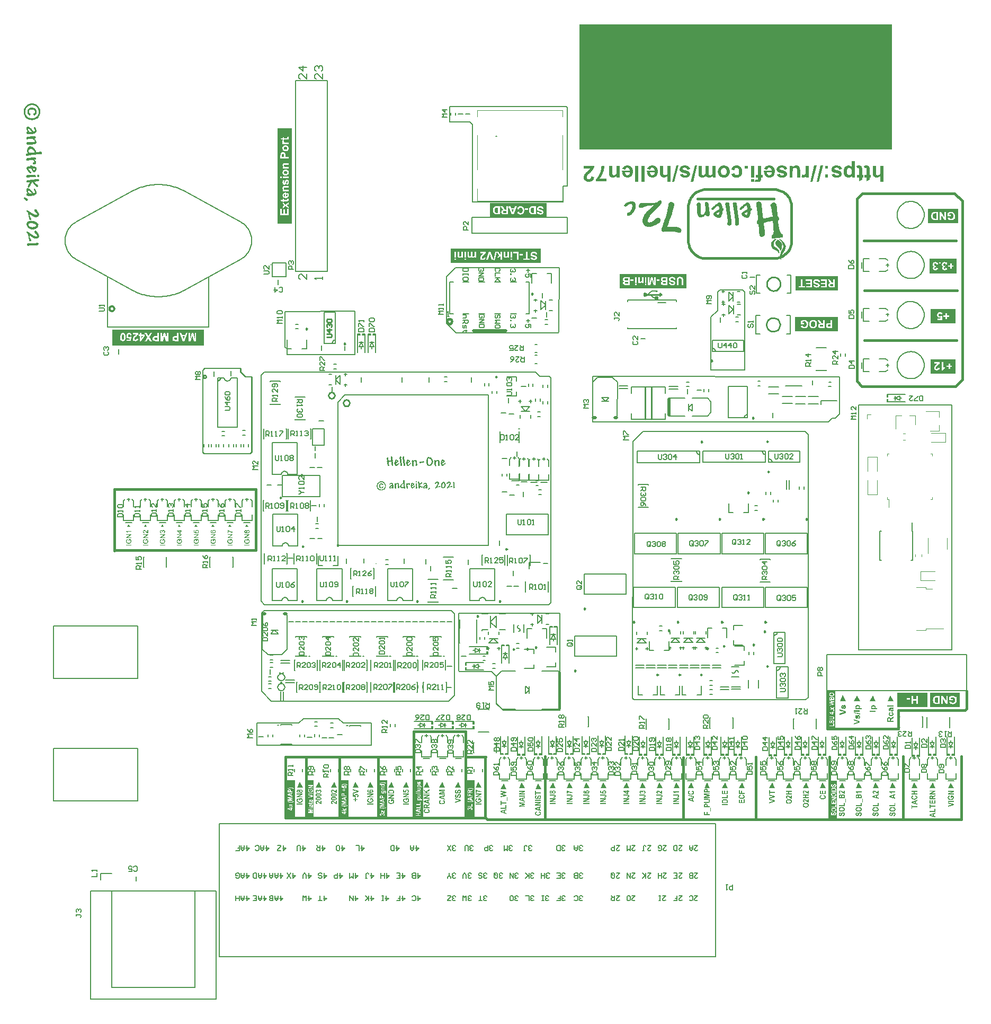
<source format=gto>
G75*
G70*
%OFA0B0*%
%FSLAX25Y25*%
%IPPOS*%
%LPD*%
%AMOC8*
5,1,8,0,0,1.08239X$1,22.5*
%
%ADD120C,0.00689*%
%ADD14C,0.00300*%
%ADD153C,0.00650*%
%ADD167C,0.00800*%
%ADD190C,0.00472*%
%ADD193C,0.01750*%
%ADD200C,0.00500*%
%ADD26C,0.01575*%
%ADD260C,0.00591*%
%ADD268C,0.00984*%
%ADD269R,1.96850X0.78740*%
%ADD27C,0.00748*%
%ADD302C,0.01000*%
%ADD304C,0.01968*%
%ADD314C,0.00394*%
%ADD329C,0.00787*%
%ADD49C,0.00669*%
%ADD67C,0.01181*%
X0000000Y0000000D02*
G01*
G75*
G36*
X0412482Y0509098D02*
X0413005Y0509076D01*
X0413108Y0509058D01*
X0413238Y0508999D01*
X0413408Y0508969D01*
X0413799Y0508795D01*
X0414172Y0508519D01*
X0414206Y0508513D01*
X0414228Y0508438D01*
X0414368Y0508238D01*
X0414531Y0507963D01*
X0414541Y0507821D01*
X0414551Y0507679D01*
X0414545Y0507645D01*
X0414527Y0507543D01*
X0414503Y0507406D01*
X0414427Y0507174D01*
X0414367Y0506833D01*
X0414260Y0506430D01*
X0414142Y0505959D01*
X0413966Y0505358D01*
X0413960Y0505324D01*
X0413902Y0505193D01*
X0413866Y0504989D01*
X0413790Y0504756D01*
X0413678Y0504319D01*
X0413607Y0504121D01*
X0413583Y0503985D01*
X0413577Y0503951D01*
X0413559Y0503848D01*
X0413529Y0503678D01*
X0413447Y0503411D01*
X0413347Y0503043D01*
X0413229Y0502572D01*
X0413059Y0502004D01*
X0412958Y0501636D01*
X0412858Y0501267D01*
X0412852Y0501233D01*
X0412840Y0501164D01*
X0412788Y0501068D01*
X0412724Y0500904D01*
X0412688Y0500700D01*
X0412612Y0500467D01*
X0412496Y0500206D01*
X0412407Y0499906D01*
X0412179Y0499208D01*
X0411899Y0498415D01*
X0411572Y0497559D01*
X0411233Y0496634D01*
X0411227Y0496600D01*
X0411181Y0496538D01*
X0411123Y0496408D01*
X0411053Y0496210D01*
X0410983Y0496011D01*
X0410907Y0495779D01*
X0410714Y0495286D01*
X0410510Y0494724D01*
X0410318Y0494231D01*
X0410242Y0493999D01*
X0410206Y0493794D01*
X0410141Y0493630D01*
X0410123Y0493528D01*
X0410328Y0493492D01*
X0410572Y0493484D01*
X0410953Y0493452D01*
X0411374Y0493448D01*
X0411931Y0493420D01*
X0412569Y0493448D01*
X0413280Y0493498D01*
X0413348Y0493486D01*
X0413565Y0493518D01*
X0413877Y0493498D01*
X0414298Y0493494D01*
X0414856Y0493466D01*
X0415475Y0493392D01*
X0416202Y0493334D01*
X0417123Y0493172D01*
X0417287Y0493108D01*
X0417485Y0493038D01*
X0417938Y0492817D01*
X0418193Y0492667D01*
X0418441Y0492483D01*
X0418469Y0492443D01*
X0418526Y0492362D01*
X0418650Y0492270D01*
X0418728Y0492116D01*
X0418941Y0491727D01*
X0418973Y0491511D01*
X0418965Y0491266D01*
X0418959Y0491232D01*
X0418941Y0491130D01*
X0418883Y0490999D01*
X0418853Y0490829D01*
X0418644Y0490444D01*
X0418540Y0490252D01*
X0418374Y0490105D01*
X0418334Y0490077D01*
X0418294Y0490049D01*
X0418059Y0489915D01*
X0417728Y0489833D01*
X0417518Y0489835D01*
X0417307Y0489837D01*
X0416898Y0489909D01*
X0416700Y0489979D01*
X0416462Y0490021D01*
X0416161Y0490109D01*
X0415990Y0490139D01*
X0415792Y0490209D01*
X0415554Y0490251D01*
X0415048Y0490376D01*
X0414816Y0490452D01*
X0414305Y0490542D01*
X0414026Y0490556D01*
X0413645Y0490588D01*
X0413231Y0490626D01*
X0412741Y0490642D01*
X0412144Y0490642D01*
X0412076Y0490654D01*
X0411860Y0490622D01*
X0411513Y0490648D01*
X0411086Y0490618D01*
X0410591Y0490599D01*
X0410022Y0490559D01*
X0408803Y0490423D01*
X0408769Y0490429D01*
X0408621Y0490385D01*
X0408444Y0490381D01*
X0408228Y0490349D01*
X0407767Y0490324D01*
X0407584Y0490286D01*
X0407346Y0490328D01*
X0407153Y0490433D01*
X0406865Y0490589D01*
X0406752Y0490749D01*
X0406606Y0490916D01*
X0406578Y0490956D01*
X0406550Y0490996D01*
X0406500Y0491110D01*
X0406456Y0491258D01*
X0406380Y0491623D01*
X0406342Y0491806D01*
X0406384Y0492044D01*
X0406390Y0492078D01*
X0406395Y0492112D01*
X0406442Y0492174D01*
X0406466Y0492310D01*
X0406530Y0492475D01*
X0406606Y0492707D01*
X0406728Y0493002D01*
X0406734Y0493036D01*
X0406786Y0493132D01*
X0406816Y0493303D01*
X0406886Y0493501D01*
X0407027Y0493898D01*
X0407097Y0494097D01*
X0407155Y0494227D01*
X0407167Y0494295D01*
X0407219Y0494391D01*
X0407249Y0494561D01*
X0407359Y0494788D01*
X0407453Y0495123D01*
X0407600Y0495554D01*
X0407804Y0496115D01*
X0407810Y0496149D01*
X0407868Y0496279D01*
X0407898Y0496450D01*
X0408008Y0496676D01*
X0408090Y0496943D01*
X0408185Y0497277D01*
X0408453Y0498003D01*
X0408700Y0498803D01*
X0408974Y0499563D01*
X0409108Y0499925D01*
X0409202Y0500260D01*
X0409325Y0500555D01*
X0409407Y0500821D01*
X0409419Y0500889D01*
X0409477Y0501020D01*
X0409559Y0501286D01*
X0409659Y0501655D01*
X0409771Y0502092D01*
X0409896Y0502597D01*
X0409998Y0503176D01*
X0410146Y0503818D01*
X0410152Y0503852D01*
X0410158Y0503886D01*
X0410176Y0503988D01*
X0410200Y0504125D01*
X0410230Y0504295D01*
X0410266Y0504499D01*
X0410356Y0505011D01*
X0410504Y0505652D01*
X0410637Y0506401D01*
X0410787Y0507253D01*
X0410949Y0508173D01*
X0410955Y0508208D01*
X0410967Y0508276D01*
X0411071Y0508468D01*
X0411164Y0508592D01*
X0411296Y0508745D01*
X0411456Y0508857D01*
X0411651Y0508963D01*
X0411685Y0508957D01*
X0411765Y0509013D01*
X0411873Y0509029D01*
X0412055Y0509067D01*
X0412238Y0509106D01*
X0412482Y0509098D01*
D02*
G37*
G36*
X0405730Y0510253D02*
X0405928Y0510183D01*
X0406148Y0510039D01*
X0406351Y0509792D01*
X0406373Y0509718D01*
X0406445Y0509530D01*
X0406527Y0509199D01*
X0406489Y0508784D01*
X0406483Y0508750D01*
X0406431Y0508654D01*
X0406373Y0508524D01*
X0406263Y0508297D01*
X0406067Y0507980D01*
X0405790Y0507608D01*
X0405427Y0507144D01*
X0404944Y0506597D01*
X0404938Y0506563D01*
X0404864Y0506541D01*
X0404812Y0506445D01*
X0404686Y0506327D01*
X0404381Y0505994D01*
X0403991Y0505571D01*
X0403479Y0505064D01*
X0402922Y0504494D01*
X0402285Y0503869D01*
X0401574Y0503221D01*
X0401528Y0503159D01*
X0401361Y0503013D01*
X0401109Y0502776D01*
X0400804Y0502444D01*
X0400447Y0502015D01*
X0400050Y0501558D01*
X0399602Y0501004D01*
X0399181Y0500411D01*
X0399175Y0500377D01*
X0399135Y0500349D01*
X0399083Y0500253D01*
X0398991Y0500128D01*
X0398800Y0499846D01*
X0398558Y0499467D01*
X0398337Y0499014D01*
X0398123Y0498595D01*
X0397937Y0498136D01*
X0397830Y0497733D01*
X0397824Y0497699D01*
X0397806Y0497597D01*
X0397782Y0497461D01*
X0397786Y0497284D01*
X0397760Y0496937D01*
X0397804Y0496789D01*
X0397854Y0496675D01*
X0397883Y0496635D01*
X0398001Y0496508D01*
X0398131Y0496450D01*
X0398261Y0496392D01*
X0398460Y0496322D01*
X0398766Y0496268D01*
X0398943Y0496272D01*
X0399274Y0496354D01*
X0399462Y0496426D01*
X0399718Y0496487D01*
X0399987Y0496615D01*
X0400296Y0496771D01*
X0400651Y0496990D01*
X0401005Y0497208D01*
X0401412Y0497523D01*
X0401859Y0497866D01*
X0402352Y0498271D01*
X0402857Y0498744D01*
X0402897Y0498772D01*
X0403057Y0498884D01*
X0403326Y0499013D01*
X0403697Y0499123D01*
X0403731Y0499117D01*
X0403805Y0499139D01*
X0403913Y0499155D01*
X0404056Y0499165D01*
X0404442Y0499167D01*
X0404857Y0499129D01*
X0404959Y0499111D01*
X0405152Y0499007D01*
X0405276Y0498915D01*
X0405429Y0498782D01*
X0405541Y0498622D01*
X0405647Y0498428D01*
X0405641Y0498394D01*
X0405663Y0498319D01*
X0405707Y0498171D01*
X0405717Y0498029D01*
X0405749Y0497812D01*
X0405775Y0497562D01*
X0405713Y0497011D01*
X0405707Y0496977D01*
X0405649Y0496846D01*
X0405585Y0496682D01*
X0405441Y0496461D01*
X0405257Y0496213D01*
X0404998Y0495942D01*
X0404637Y0495690D01*
X0404174Y0495455D01*
X0404134Y0495427D01*
X0404020Y0495377D01*
X0403906Y0495327D01*
X0403751Y0495249D01*
X0403563Y0495176D01*
X0403329Y0495042D01*
X0403288Y0495014D01*
X0403174Y0494964D01*
X0402980Y0494858D01*
X0402745Y0494723D01*
X0402443Y0494601D01*
X0402100Y0494451D01*
X0401300Y0494100D01*
X0400432Y0493761D01*
X0399549Y0493530D01*
X0399110Y0493432D01*
X0398711Y0493362D01*
X0398358Y0493354D01*
X0398011Y0493380D01*
X0397841Y0493410D01*
X0397711Y0493468D01*
X0397376Y0493562D01*
X0396951Y0493742D01*
X0396498Y0493963D01*
X0396029Y0494291D01*
X0395606Y0494682D01*
X0395201Y0495175D01*
X0395145Y0495255D01*
X0395033Y0495416D01*
X0394910Y0495718D01*
X0394732Y0496101D01*
X0394605Y0496580D01*
X0394491Y0497127D01*
X0394457Y0497731D01*
X0394537Y0498384D01*
X0394543Y0498418D01*
X0394573Y0498589D01*
X0394649Y0498821D01*
X0394697Y0499093D01*
X0394832Y0499456D01*
X0394966Y0499819D01*
X0395140Y0500210D01*
X0395355Y0500629D01*
X0395395Y0500657D01*
X0395459Y0500821D01*
X0395603Y0501042D01*
X0395793Y0501325D01*
X0396070Y0501697D01*
X0396393Y0502132D01*
X0396795Y0502624D01*
X0397272Y0503137D01*
X0397318Y0503199D01*
X0397399Y0503255D01*
X0397485Y0503345D01*
X0397611Y0503463D01*
X0397743Y0503616D01*
X0397950Y0503790D01*
X0398202Y0504027D01*
X0398455Y0504263D01*
X0398787Y0504556D01*
X0399166Y0504911D01*
X0399585Y0505294D01*
X0400044Y0505705D01*
X0400583Y0506172D01*
X0401162Y0506667D01*
X0401788Y0507224D01*
X0398855Y0506933D01*
X0398821Y0506939D01*
X0398673Y0506895D01*
X0398456Y0506863D01*
X0398166Y0506809D01*
X0397761Y0506704D01*
X0397276Y0506544D01*
X0396649Y0506374D01*
X0395941Y0506147D01*
X0395907Y0506153D01*
X0395833Y0506131D01*
X0395753Y0506075D01*
X0395604Y0506031D01*
X0395233Y0505920D01*
X0394783Y0505754D01*
X0394338Y0505622D01*
X0393899Y0505523D01*
X0393534Y0505447D01*
X0393255Y0505461D01*
X0393051Y0505497D01*
X0392818Y0505573D01*
X0392564Y0505724D01*
X0392343Y0505868D01*
X0392135Y0506080D01*
X0392041Y0506343D01*
X0392033Y0506696D01*
X0392038Y0506730D01*
X0392057Y0506832D01*
X0392127Y0507030D01*
X0392197Y0507229D01*
X0392307Y0507455D01*
X0392457Y0507710D01*
X0392642Y0507958D01*
X0392894Y0508195D01*
X0392934Y0508223D01*
X0393014Y0508279D01*
X0393169Y0508357D01*
X0393357Y0508429D01*
X0393620Y0508524D01*
X0393910Y0508578D01*
X0394229Y0508592D01*
X0394610Y0508560D01*
X0394951Y0508500D01*
X0395127Y0508504D01*
X0395331Y0508468D01*
X0395610Y0508454D01*
X0395923Y0508434D01*
X0396269Y0508408D01*
X0396616Y0508382D01*
X0397037Y0508378D01*
X0397492Y0508368D01*
X0398015Y0508346D01*
X0398544Y0508358D01*
X0399108Y0508364D01*
X0399711Y0508398D01*
X0399779Y0508386D01*
X0399961Y0508424D01*
X0400206Y0508416D01*
X0400531Y0508465D01*
X0400917Y0508467D01*
X0401344Y0508497D01*
X0401743Y0508567D01*
X0402136Y0508603D01*
X0402170Y0508597D01*
X0402278Y0508613D01*
X0402461Y0508651D01*
X0402677Y0508683D01*
X0403116Y0508782D01*
X0403339Y0508848D01*
X0403493Y0508926D01*
X0403533Y0508954D01*
X0403727Y0509060D01*
X0404008Y0509257D01*
X0404208Y0509397D01*
X0404449Y0509565D01*
X0404489Y0509594D01*
X0404609Y0509678D01*
X0404770Y0509790D01*
X0404970Y0509930D01*
X0405204Y0510065D01*
X0405399Y0510171D01*
X0405553Y0510249D01*
X0405661Y0510265D01*
X0405730Y0510253D01*
D02*
G37*
G36*
X0593067Y0495736D02*
X0574177Y0495736D01*
X0574177Y0504895D01*
X0593067Y0504895D01*
X0593067Y0495736D01*
D02*
G37*
G36*
X0173720Y0495600D02*
X0164646Y0495600D01*
X0164646Y0555385D01*
X0173720Y0555385D01*
X0173720Y0495600D01*
D02*
G37*
G36*
X0467898Y0509355D02*
X0468071Y0509321D01*
X0468313Y0509251D01*
X0468520Y0509148D01*
X0468763Y0509009D01*
X0468970Y0508802D01*
X0469005Y0508767D01*
X0469039Y0508698D01*
X0469109Y0508559D01*
X0469212Y0508386D01*
X0469316Y0508144D01*
X0469385Y0507867D01*
X0469420Y0507556D01*
X0469455Y0507210D01*
X0469455Y0507141D01*
X0469455Y0507072D01*
X0469455Y0506968D01*
X0469489Y0506829D01*
X0469489Y0506622D01*
X0469524Y0506380D01*
X0469524Y0506034D01*
X0469593Y0505688D01*
X0469628Y0505238D01*
X0469662Y0504719D01*
X0469732Y0504131D01*
X0469835Y0503439D01*
X0469905Y0502677D01*
X0470008Y0501812D01*
X0470147Y0500844D01*
X0470147Y0500809D01*
X0470147Y0500774D01*
X0470181Y0500567D01*
X0470216Y0500290D01*
X0470251Y0499944D01*
X0470285Y0499563D01*
X0470320Y0499217D01*
X0470354Y0498906D01*
X0470389Y0498698D01*
X0470424Y0498698D01*
X0470493Y0498733D01*
X0470666Y0498733D01*
X0470839Y0498768D01*
X0471115Y0498837D01*
X0471392Y0498871D01*
X0471738Y0498941D01*
X0472119Y0499010D01*
X0472534Y0499114D01*
X0473019Y0499183D01*
X0474022Y0499425D01*
X0475164Y0499667D01*
X0476375Y0499979D01*
X0476375Y0500013D01*
X0476375Y0500117D01*
X0476340Y0500325D01*
X0476305Y0500636D01*
X0476236Y0501017D01*
X0476167Y0501570D01*
X0476098Y0502193D01*
X0476084Y0502342D01*
X0475924Y0502570D01*
X0475803Y0503086D01*
X0475844Y0503715D01*
X0475857Y0503744D01*
X0475856Y0503750D01*
X0475786Y0504234D01*
X0475683Y0504788D01*
X0475613Y0505307D01*
X0475510Y0505826D01*
X0475406Y0506276D01*
X0475371Y0506310D01*
X0475233Y0506345D01*
X0475129Y0506449D01*
X0475025Y0506553D01*
X0474991Y0506587D01*
X0474956Y0506656D01*
X0474922Y0506829D01*
X0474922Y0507106D01*
X0474922Y0507141D01*
X0474922Y0507175D01*
X0474956Y0507279D01*
X0475025Y0507418D01*
X0475129Y0507556D01*
X0475268Y0507764D01*
X0475441Y0507971D01*
X0475717Y0508213D01*
X0475752Y0508248D01*
X0475856Y0508317D01*
X0475994Y0508421D01*
X0476167Y0508525D01*
X0476582Y0508732D01*
X0476825Y0508802D01*
X0477032Y0508836D01*
X0477101Y0508836D01*
X0477309Y0508802D01*
X0477620Y0508698D01*
X0477966Y0508490D01*
X0478174Y0508352D01*
X0478347Y0508144D01*
X0478520Y0507937D01*
X0478658Y0507660D01*
X0478797Y0507348D01*
X0478900Y0506968D01*
X0479004Y0506553D01*
X0479039Y0506068D01*
X0479039Y0506034D01*
X0479039Y0505861D01*
X0479073Y0505618D01*
X0479108Y0505272D01*
X0479143Y0504788D01*
X0479177Y0504165D01*
X0479212Y0503819D01*
X0479247Y0503439D01*
X0479281Y0502989D01*
X0479316Y0502539D01*
X0479316Y0502504D01*
X0479316Y0502435D01*
X0479350Y0502331D01*
X0479350Y0502228D01*
X0479385Y0501882D01*
X0479420Y0501466D01*
X0479454Y0501051D01*
X0479489Y0500636D01*
X0479523Y0500290D01*
X0479523Y0500186D01*
X0479523Y0500082D01*
X0479558Y0500082D01*
X0479696Y0500013D01*
X0479904Y0499875D01*
X0480008Y0499771D01*
X0480112Y0499598D01*
X0480112Y0499563D01*
X0480146Y0499494D01*
X0480250Y0499287D01*
X0480388Y0499010D01*
X0480423Y0498733D01*
X0480423Y0498698D01*
X0480423Y0498664D01*
X0480388Y0498456D01*
X0480319Y0498214D01*
X0480215Y0497937D01*
X0480215Y0497903D01*
X0480181Y0497868D01*
X0480077Y0497730D01*
X0479904Y0497591D01*
X0479662Y0497487D01*
X0479662Y0497453D01*
X0479662Y0497418D01*
X0479696Y0497314D01*
X0479696Y0497141D01*
X0479731Y0496899D01*
X0479800Y0496553D01*
X0479869Y0496173D01*
X0479939Y0495654D01*
X0479939Y0495619D01*
X0479973Y0495515D01*
X0479973Y0495377D01*
X0480008Y0495169D01*
X0480077Y0494892D01*
X0480112Y0494616D01*
X0480215Y0493958D01*
X0480319Y0493266D01*
X0480359Y0492864D01*
X0480909Y0491161D01*
X0481538Y0489919D01*
X0481909Y0489218D01*
X0482353Y0488928D01*
X0482603Y0488742D01*
X0482659Y0488662D01*
X0482724Y0488226D01*
X0482764Y0487654D01*
X0482772Y0487299D01*
X0482668Y0487106D01*
X0482426Y0486936D01*
X0476435Y0486226D01*
X0476161Y0486274D01*
X0475911Y0486459D01*
X0475854Y0486540D01*
X0475781Y0487330D01*
X0475773Y0487685D01*
X0475798Y0487822D01*
X0475902Y0488016D01*
X0476467Y0488411D01*
X0476668Y0489153D01*
X0476958Y0490798D01*
X0476971Y0491192D01*
X0476963Y0491225D01*
X0476894Y0491536D01*
X0476859Y0491882D01*
X0476859Y0491917D01*
X0476859Y0492021D01*
X0476859Y0492194D01*
X0476859Y0492436D01*
X0476859Y0492713D01*
X0476825Y0493059D01*
X0476825Y0493439D01*
X0476790Y0493820D01*
X0476755Y0494685D01*
X0476686Y0495550D01*
X0476582Y0496415D01*
X0476444Y0497211D01*
X0476409Y0497211D01*
X0476271Y0497176D01*
X0476098Y0497141D01*
X0475821Y0497107D01*
X0475544Y0497072D01*
X0475164Y0497003D01*
X0474783Y0496934D01*
X0474368Y0496830D01*
X0473434Y0496657D01*
X0472500Y0496415D01*
X0471565Y0496138D01*
X0471150Y0496000D01*
X0470735Y0495827D01*
X0470735Y0495792D01*
X0470735Y0495688D01*
X0470770Y0495481D01*
X0470804Y0495204D01*
X0470839Y0494823D01*
X0470908Y0494339D01*
X0471012Y0493751D01*
X0471115Y0493024D01*
X0471115Y0492989D01*
X0471150Y0492886D01*
X0471150Y0492747D01*
X0471185Y0492540D01*
X0471219Y0492332D01*
X0471254Y0492055D01*
X0471358Y0491432D01*
X0471461Y0490775D01*
X0471531Y0490118D01*
X0471565Y0489529D01*
X0471600Y0489253D01*
X0471600Y0489045D01*
X0471600Y0489010D01*
X0471600Y0488907D01*
X0471565Y0488803D01*
X0471531Y0488630D01*
X0471461Y0488422D01*
X0471358Y0488215D01*
X0471219Y0488007D01*
X0471012Y0487799D01*
X0470977Y0487765D01*
X0470908Y0487696D01*
X0470770Y0487626D01*
X0470597Y0487523D01*
X0470389Y0487419D01*
X0470147Y0487315D01*
X0469870Y0487280D01*
X0469593Y0487246D01*
X0469489Y0487246D01*
X0469351Y0487280D01*
X0469178Y0487280D01*
X0468832Y0487419D01*
X0468624Y0487488D01*
X0468451Y0487626D01*
X0468417Y0487626D01*
X0468382Y0487696D01*
X0468209Y0487903D01*
X0468036Y0488249D01*
X0468002Y0488457D01*
X0467967Y0488699D01*
X0467967Y0488734D01*
X0467967Y0488907D01*
X0467967Y0489045D01*
X0467932Y0489218D01*
X0467932Y0489426D01*
X0467932Y0489668D01*
X0467898Y0489979D01*
X0467898Y0490291D01*
X0467863Y0490671D01*
X0467829Y0491121D01*
X0467794Y0491605D01*
X0467725Y0492159D01*
X0467690Y0492747D01*
X0467621Y0493405D01*
X0467621Y0493474D01*
X0467586Y0493612D01*
X0467586Y0493854D01*
X0467552Y0494131D01*
X0467517Y0494408D01*
X0467517Y0494685D01*
X0467483Y0494892D01*
X0467483Y0495065D01*
X0467240Y0495031D01*
X0467171Y0495031D01*
X0467033Y0495065D01*
X0466825Y0495204D01*
X0466721Y0495308D01*
X0466617Y0495446D01*
X0466617Y0495481D01*
X0466583Y0495515D01*
X0466444Y0495723D01*
X0466341Y0496000D01*
X0466306Y0496380D01*
X0466306Y0496415D01*
X0466306Y0496449D01*
X0466306Y0496553D01*
X0466341Y0496692D01*
X0466444Y0497072D01*
X0466617Y0497557D01*
X0466617Y0497591D01*
X0466652Y0497660D01*
X0466790Y0497868D01*
X0466963Y0498110D01*
X0467067Y0498179D01*
X0467171Y0498214D01*
X0467067Y0500013D01*
X0467067Y0500082D01*
X0467033Y0500221D01*
X0467033Y0500359D01*
X0466998Y0500532D01*
X0466963Y0500740D01*
X0466929Y0500982D01*
X0466894Y0501259D01*
X0466860Y0501570D01*
X0466825Y0501916D01*
X0466756Y0502331D01*
X0466687Y0502747D01*
X0466617Y0503266D01*
X0466548Y0503785D01*
X0466479Y0504373D01*
X0466479Y0504407D01*
X0466444Y0504511D01*
X0466444Y0504684D01*
X0466410Y0504892D01*
X0466375Y0505134D01*
X0466341Y0505411D01*
X0466237Y0506034D01*
X0466133Y0506656D01*
X0466064Y0507245D01*
X0466029Y0507487D01*
X0466029Y0507694D01*
X0465995Y0507867D01*
X0465995Y0507971D01*
X0465995Y0508006D01*
X0465995Y0508075D01*
X0466029Y0508179D01*
X0466064Y0508317D01*
X0466168Y0508663D01*
X0466306Y0508836D01*
X0466444Y0509009D01*
X0466479Y0509009D01*
X0466514Y0509078D01*
X0466617Y0509113D01*
X0466756Y0509182D01*
X0467102Y0509321D01*
X0467344Y0509355D01*
X0467586Y0509390D01*
X0467725Y0509390D01*
X0467898Y0509355D01*
D02*
G37*
G36*
X0480200Y0485138D02*
X0480644Y0484847D01*
X0481346Y0484017D01*
X0482023Y0483050D01*
X0482289Y0482155D01*
X0482201Y0481251D01*
X0482161Y0480622D01*
X0482015Y0479800D01*
X0481790Y0478921D01*
X0481604Y0478671D01*
X0481121Y0478332D01*
X0481112Y0478687D01*
X0480879Y0479364D01*
X0480201Y0480332D01*
X0479669Y0480921D01*
X0478975Y0481396D01*
X0478411Y0482202D01*
X0478088Y0483178D01*
X0478233Y0484000D01*
X0478547Y0484581D01*
X0478975Y0485001D01*
X0479539Y0485396D01*
X0480200Y0485138D01*
D02*
G37*
G36*
X0478765Y0485815D02*
X0477644Y0484670D01*
X0477072Y0483428D01*
X0477008Y0482662D01*
X0477105Y0482009D01*
X0477226Y0481493D01*
X0477564Y0481009D01*
X0478338Y0480590D01*
X0479088Y0480033D01*
X0479588Y0479663D01*
X0480064Y0479155D01*
X0480379Y0478534D01*
X0480556Y0477937D01*
X0480621Y0477502D01*
X0480605Y0477010D01*
X0480339Y0476704D01*
X0480194Y0477082D01*
X0479935Y0477623D01*
X0479484Y0478268D01*
X0478903Y0478582D01*
X0478186Y0478921D01*
X0477468Y0479259D01*
X0476750Y0479598D01*
X0476161Y0480267D01*
X0475823Y0480751D01*
X0475419Y0481670D01*
X0475427Y0482516D01*
X0475572Y0483339D01*
X0475911Y0484057D01*
X0476387Y0484750D01*
X0477757Y0485710D01*
X0478572Y0485920D01*
X0478765Y0485815D01*
D02*
G37*
G36*
X0481748Y0485501D02*
X0482861Y0484598D01*
X0483845Y0483364D01*
X0484273Y0482582D01*
X0484684Y0481308D01*
X0484604Y0480050D01*
X0484031Y0478809D01*
X0483403Y0477647D01*
X0482588Y0476236D01*
X0482145Y0475325D01*
X0481839Y0474390D01*
X0481645Y0473293D01*
X0481710Y0472858D01*
X0481299Y0472930D01*
X0481057Y0473962D01*
X0480903Y0474696D01*
X0481016Y0475736D01*
X0481314Y0477026D01*
X0481862Y0478131D01*
X0482515Y0479429D01*
X0483031Y0480752D01*
X0483072Y0481381D01*
X0482862Y0482195D01*
X0482515Y0483034D01*
X0482087Y0483816D01*
X0481354Y0484864D01*
X0480765Y0485533D01*
X0480583Y0485706D01*
X0480825Y0485876D01*
X0481748Y0485501D01*
D02*
G37*
G36*
X0330392Y0470664D02*
X0273938Y0470664D01*
X0273938Y0479823D01*
X0330392Y0479823D01*
X0330392Y0470664D01*
D02*
G37*
G36*
X0592249Y0473353D02*
X0592249Y0464263D01*
X0574995Y0464263D01*
X0574995Y0473353D01*
X0592249Y0473353D01*
D02*
G37*
G36*
X0406747Y0450885D02*
X0405468Y0449900D01*
X0405468Y0451869D01*
X0406747Y0450885D01*
D02*
G37*
G36*
X0404090Y0447981D02*
X0402613Y0447981D01*
X0402613Y0449458D01*
X0404090Y0449458D01*
X0404090Y0447981D01*
D02*
G37*
G36*
X0591496Y0432784D02*
X0575748Y0432784D01*
X0575748Y0441782D01*
X0591496Y0441782D01*
X0591496Y0432784D01*
D02*
G37*
G36*
X0517299Y0427750D02*
X0490575Y0427750D01*
X0490575Y0436909D01*
X0517299Y0436909D01*
X0517299Y0427750D01*
D02*
G37*
G36*
X0118602Y0418897D02*
X0060827Y0418897D01*
X0060827Y0428740D01*
X0118602Y0428740D01*
X0118602Y0418897D01*
D02*
G37*
G36*
X0146394Y0304817D02*
X0144482Y0304817D01*
X0145438Y0306637D01*
X0146394Y0304817D01*
D02*
G37*
G36*
X0135764Y0304817D02*
X0133852Y0304817D01*
X0134808Y0306637D01*
X0135764Y0304817D01*
D02*
G37*
G36*
X0125134Y0304817D02*
X0123222Y0304817D01*
X0124178Y0306637D01*
X0125134Y0304817D01*
D02*
G37*
G36*
X0103874Y0304817D02*
X0101962Y0304817D01*
X0102918Y0306637D01*
X0103874Y0304817D01*
D02*
G37*
G36*
X0071984Y0304817D02*
X0070072Y0304817D01*
X0071028Y0306637D01*
X0071984Y0304817D01*
D02*
G37*
G36*
X0093244Y0304817D02*
X0091332Y0304817D01*
X0092288Y0306637D01*
X0093244Y0304817D01*
D02*
G37*
G36*
X0082614Y0304817D02*
X0080702Y0304817D01*
X0081658Y0306637D01*
X0082614Y0304817D01*
D02*
G37*
G36*
X0093077Y0302853D02*
X0093112Y0302847D01*
X0093158Y0302841D01*
X0093256Y0302818D01*
X0093371Y0302778D01*
X0093492Y0302720D01*
X0093550Y0302685D01*
X0093613Y0302645D01*
X0093665Y0302593D01*
X0093722Y0302536D01*
X0093728Y0302530D01*
X0093734Y0302518D01*
X0093745Y0302501D01*
X0093769Y0302478D01*
X0093786Y0302449D01*
X0093809Y0302409D01*
X0093838Y0302369D01*
X0093861Y0302317D01*
X0093913Y0302207D01*
X0093959Y0302075D01*
X0093993Y0301931D01*
X0093999Y0301850D01*
X0094005Y0301770D01*
X0094005Y0301729D01*
X0093999Y0301700D01*
X0093999Y0301660D01*
X0093993Y0301620D01*
X0093976Y0301522D01*
X0093941Y0301407D01*
X0093901Y0301292D01*
X0093838Y0301171D01*
X0093803Y0301113D01*
X0093757Y0301061D01*
X0093751Y0301055D01*
X0093745Y0301050D01*
X0093711Y0301015D01*
X0093653Y0300969D01*
X0093578Y0300917D01*
X0093480Y0300859D01*
X0093360Y0300808D01*
X0093221Y0300767D01*
X0093060Y0300739D01*
X0092991Y0301199D01*
X0092997Y0301199D01*
X0093008Y0301205D01*
X0093025Y0301205D01*
X0093049Y0301211D01*
X0093106Y0301228D01*
X0093175Y0301251D01*
X0093256Y0301274D01*
X0093336Y0301309D01*
X0093411Y0301355D01*
X0093469Y0301401D01*
X0093475Y0301407D01*
X0093492Y0301424D01*
X0093515Y0301459D01*
X0093538Y0301499D01*
X0093561Y0301551D01*
X0093584Y0301614D01*
X0093601Y0301683D01*
X0093607Y0301764D01*
X0093607Y0301775D01*
X0093601Y0301804D01*
X0093596Y0301850D01*
X0093584Y0301908D01*
X0093567Y0301977D01*
X0093532Y0302046D01*
X0093492Y0302115D01*
X0093434Y0302184D01*
X0093429Y0302190D01*
X0093406Y0302213D01*
X0093365Y0302242D01*
X0093313Y0302271D01*
X0093256Y0302305D01*
X0093181Y0302328D01*
X0093100Y0302351D01*
X0093008Y0302357D01*
X0092997Y0302357D01*
X0092968Y0302357D01*
X0092927Y0302351D01*
X0092870Y0302340D01*
X0092807Y0302317D01*
X0092743Y0302294D01*
X0092680Y0302254D01*
X0092616Y0302202D01*
X0092611Y0302196D01*
X0092593Y0302173D01*
X0092565Y0302138D01*
X0092536Y0302092D01*
X0092507Y0302035D01*
X0092478Y0301965D01*
X0092461Y0301885D01*
X0092455Y0301798D01*
X0092455Y0301752D01*
X0092461Y0301724D01*
X0092467Y0301677D01*
X0092472Y0301626D01*
X0092484Y0301562D01*
X0092496Y0301487D01*
X0092075Y0301534D01*
X0092075Y0301637D01*
X0092069Y0301729D01*
X0092069Y0301770D01*
X0092063Y0301804D01*
X0092063Y0301821D01*
X0092058Y0301839D01*
X0092052Y0301862D01*
X0092029Y0301919D01*
X0092000Y0301989D01*
X0092000Y0301994D01*
X0091989Y0302006D01*
X0091977Y0302023D01*
X0091960Y0302046D01*
X0091914Y0302104D01*
X0091850Y0302155D01*
X0091845Y0302161D01*
X0091833Y0302167D01*
X0091810Y0302179D01*
X0091781Y0302190D01*
X0091747Y0302202D01*
X0091706Y0302213D01*
X0091654Y0302225D01*
X0091603Y0302225D01*
X0091591Y0302225D01*
X0091568Y0302225D01*
X0091534Y0302219D01*
X0091482Y0302207D01*
X0091430Y0302190D01*
X0091378Y0302161D01*
X0091326Y0302127D01*
X0091280Y0302081D01*
X0091274Y0302075D01*
X0091263Y0302058D01*
X0091246Y0302029D01*
X0091223Y0301989D01*
X0091199Y0301942D01*
X0091182Y0301885D01*
X0091171Y0301827D01*
X0091165Y0301758D01*
X0091165Y0301724D01*
X0091171Y0301683D01*
X0091182Y0301637D01*
X0091199Y0301585D01*
X0091223Y0301528D01*
X0091257Y0301470D01*
X0091303Y0301418D01*
X0091309Y0301413D01*
X0091326Y0301395D01*
X0091361Y0301372D01*
X0091407Y0301349D01*
X0091465Y0301315D01*
X0091534Y0301286D01*
X0091620Y0301263D01*
X0091724Y0301240D01*
X0091649Y0300779D01*
X0091643Y0300779D01*
X0091626Y0300785D01*
X0091603Y0300790D01*
X0091574Y0300796D01*
X0091534Y0300802D01*
X0091493Y0300819D01*
X0091390Y0300848D01*
X0091280Y0300894D01*
X0091171Y0300952D01*
X0091067Y0301027D01*
X0091021Y0301073D01*
X0090981Y0301119D01*
X0090981Y0301125D01*
X0090969Y0301130D01*
X0090946Y0301165D01*
X0090912Y0301222D01*
X0090871Y0301297D01*
X0090837Y0301390D01*
X0090802Y0301499D01*
X0090779Y0301620D01*
X0090768Y0301752D01*
X0090768Y0301793D01*
X0090773Y0301821D01*
X0090773Y0301856D01*
X0090779Y0301896D01*
X0090796Y0301989D01*
X0090825Y0302092D01*
X0090871Y0302207D01*
X0090935Y0302323D01*
X0090969Y0302374D01*
X0091015Y0302426D01*
X0091015Y0302432D01*
X0091027Y0302438D01*
X0091061Y0302472D01*
X0091113Y0302513D01*
X0091182Y0302565D01*
X0091269Y0302616D01*
X0091372Y0302662D01*
X0091487Y0302691D01*
X0091551Y0302697D01*
X0091614Y0302703D01*
X0091620Y0302703D01*
X0091632Y0302703D01*
X0091660Y0302703D01*
X0091689Y0302697D01*
X0091729Y0302691D01*
X0091770Y0302680D01*
X0091868Y0302651D01*
X0091919Y0302628D01*
X0091977Y0302599D01*
X0092029Y0302565D01*
X0092081Y0302524D01*
X0092133Y0302472D01*
X0092185Y0302415D01*
X0092225Y0302351D01*
X0092231Y0302340D01*
X0092242Y0302369D01*
X0092271Y0302432D01*
X0092305Y0302501D01*
X0092357Y0302570D01*
X0092421Y0302639D01*
X0092501Y0302703D01*
X0092513Y0302709D01*
X0092542Y0302726D01*
X0092588Y0302755D01*
X0092651Y0302783D01*
X0092726Y0302806D01*
X0092812Y0302835D01*
X0092905Y0302853D01*
X0093002Y0302858D01*
X0093008Y0302858D01*
X0093020Y0302858D01*
X0093043Y0302858D01*
X0093077Y0302853D01*
D02*
G37*
G36*
X0146250Y0302853D02*
X0146284Y0302847D01*
X0146325Y0302841D01*
X0146423Y0302824D01*
X0146532Y0302783D01*
X0146647Y0302732D01*
X0146711Y0302697D01*
X0146768Y0302657D01*
X0146826Y0302611D01*
X0146878Y0302559D01*
X0146883Y0302553D01*
X0146889Y0302547D01*
X0146901Y0302530D01*
X0146918Y0302507D01*
X0146941Y0302472D01*
X0146964Y0302438D01*
X0146987Y0302398D01*
X0147016Y0302351D01*
X0147068Y0302242D01*
X0147108Y0302110D01*
X0147143Y0301960D01*
X0147149Y0301879D01*
X0147154Y0301793D01*
X0147154Y0301747D01*
X0147149Y0301718D01*
X0147149Y0301678D01*
X0147137Y0301631D01*
X0147120Y0301522D01*
X0147085Y0301401D01*
X0147039Y0301274D01*
X0146970Y0301148D01*
X0146924Y0301084D01*
X0146878Y0301027D01*
X0146872Y0301021D01*
X0146866Y0301015D01*
X0146849Y0300998D01*
X0146826Y0300981D01*
X0146797Y0300958D01*
X0146768Y0300935D01*
X0146682Y0300883D01*
X0146578Y0300825D01*
X0146457Y0300779D01*
X0146319Y0300745D01*
X0146244Y0300739D01*
X0146163Y0300733D01*
X0146158Y0300733D01*
X0146152Y0300733D01*
X0146135Y0300733D01*
X0146112Y0300733D01*
X0146054Y0300745D01*
X0145985Y0300756D01*
X0145904Y0300773D01*
X0145812Y0300802D01*
X0145720Y0300842D01*
X0145634Y0300900D01*
X0145622Y0300906D01*
X0145593Y0300929D01*
X0145559Y0300969D01*
X0145513Y0301015D01*
X0145461Y0301079D01*
X0145415Y0301148D01*
X0145380Y0301228D01*
X0145378Y0301238D01*
X0145340Y0301177D01*
X0145311Y0301130D01*
X0145276Y0301090D01*
X0145236Y0301050D01*
X0145190Y0301004D01*
X0145138Y0300969D01*
X0145075Y0300935D01*
X0145011Y0300900D01*
X0144931Y0300877D01*
X0144850Y0300865D01*
X0144758Y0300860D01*
X0144752Y0300860D01*
X0144741Y0300860D01*
X0144723Y0300860D01*
X0144701Y0300865D01*
X0144631Y0300871D01*
X0144551Y0300894D01*
X0144453Y0300923D01*
X0144355Y0300969D01*
X0144251Y0301032D01*
X0144205Y0301067D01*
X0144159Y0301113D01*
X0144153Y0301119D01*
X0144148Y0301125D01*
X0144136Y0301142D01*
X0144119Y0301159D01*
X0144084Y0301217D01*
X0144038Y0301297D01*
X0143992Y0301390D01*
X0143957Y0301505D01*
X0143929Y0301637D01*
X0143917Y0301787D01*
X0143917Y0301827D01*
X0143923Y0301856D01*
X0143923Y0301891D01*
X0143929Y0301937D01*
X0143946Y0302029D01*
X0143981Y0302138D01*
X0144027Y0302254D01*
X0144084Y0302363D01*
X0144124Y0302415D01*
X0144171Y0302467D01*
X0144171Y0302472D01*
X0144182Y0302478D01*
X0144217Y0302507D01*
X0144269Y0302553D01*
X0144338Y0302599D01*
X0144424Y0302645D01*
X0144528Y0302691D01*
X0144637Y0302720D01*
X0144701Y0302732D01*
X0144764Y0302732D01*
X0144770Y0302732D01*
X0144787Y0302732D01*
X0144810Y0302732D01*
X0144844Y0302726D01*
X0144885Y0302720D01*
X0144925Y0302709D01*
X0145029Y0302674D01*
X0145081Y0302651D01*
X0145138Y0302622D01*
X0145190Y0302582D01*
X0145242Y0302542D01*
X0145294Y0302490D01*
X0145340Y0302426D01*
X0145380Y0302357D01*
X0145389Y0302336D01*
X0145403Y0302369D01*
X0145426Y0302409D01*
X0145455Y0302461D01*
X0145490Y0302513D01*
X0145536Y0302570D01*
X0145588Y0302622D01*
X0145645Y0302674D01*
X0145709Y0302726D01*
X0145783Y0302766D01*
X0145870Y0302807D01*
X0145962Y0302835D01*
X0146066Y0302853D01*
X0146181Y0302858D01*
X0146187Y0302858D01*
X0146198Y0302858D01*
X0146221Y0302858D01*
X0146250Y0302853D01*
D02*
G37*
G36*
X0083323Y0300681D02*
X0083317Y0300681D01*
X0083311Y0300681D01*
X0083294Y0300681D01*
X0083271Y0300687D01*
X0083208Y0300693D01*
X0083133Y0300704D01*
X0083041Y0300727D01*
X0082943Y0300762D01*
X0082839Y0300802D01*
X0082735Y0300865D01*
X0082730Y0300865D01*
X0082724Y0300877D01*
X0082707Y0300888D01*
X0082683Y0300906D01*
X0082626Y0300952D01*
X0082586Y0300986D01*
X0082545Y0301027D01*
X0082493Y0301073D01*
X0082442Y0301125D01*
X0082384Y0301182D01*
X0082321Y0301245D01*
X0082257Y0301315D01*
X0082182Y0301395D01*
X0082113Y0301482D01*
X0082033Y0301574D01*
X0082033Y0301580D01*
X0082021Y0301585D01*
X0081992Y0301620D01*
X0081946Y0301677D01*
X0081889Y0301747D01*
X0081814Y0301827D01*
X0081733Y0301919D01*
X0081641Y0302006D01*
X0081549Y0302098D01*
X0081543Y0302098D01*
X0081537Y0302110D01*
X0081503Y0302133D01*
X0081451Y0302173D01*
X0081388Y0302219D01*
X0081307Y0302259D01*
X0081221Y0302299D01*
X0081128Y0302323D01*
X0081030Y0302334D01*
X0081019Y0302334D01*
X0080996Y0302334D01*
X0080955Y0302328D01*
X0080904Y0302317D01*
X0080852Y0302294D01*
X0080794Y0302271D01*
X0080731Y0302230D01*
X0080679Y0302179D01*
X0080673Y0302173D01*
X0080656Y0302150D01*
X0080633Y0302115D01*
X0080604Y0302075D01*
X0080581Y0302017D01*
X0080558Y0301948D01*
X0080541Y0301873D01*
X0080535Y0301793D01*
X0080535Y0301752D01*
X0080541Y0301706D01*
X0080552Y0301654D01*
X0080570Y0301585D01*
X0080598Y0301522D01*
X0080633Y0301453D01*
X0080685Y0301390D01*
X0080690Y0301384D01*
X0080714Y0301366D01*
X0080748Y0301338D01*
X0080800Y0301309D01*
X0080863Y0301280D01*
X0080950Y0301257D01*
X0081048Y0301240D01*
X0081163Y0301228D01*
X0081117Y0300756D01*
X0081111Y0300756D01*
X0081094Y0300756D01*
X0081071Y0300762D01*
X0081036Y0300767D01*
X0080996Y0300773D01*
X0080950Y0300785D01*
X0080840Y0300808D01*
X0080719Y0300848D01*
X0080598Y0300906D01*
X0080483Y0300980D01*
X0080426Y0301021D01*
X0080379Y0301073D01*
X0080374Y0301078D01*
X0080368Y0301084D01*
X0080357Y0301101D01*
X0080339Y0301125D01*
X0080322Y0301153D01*
X0080305Y0301188D01*
X0080259Y0301274D01*
X0080212Y0301378D01*
X0080178Y0301499D01*
X0080149Y0301643D01*
X0080138Y0301798D01*
X0080138Y0301845D01*
X0080143Y0301879D01*
X0080143Y0301919D01*
X0080149Y0301965D01*
X0080172Y0302069D01*
X0080201Y0302190D01*
X0080247Y0302311D01*
X0080316Y0302432D01*
X0080357Y0302490D01*
X0080402Y0302541D01*
X0080408Y0302547D01*
X0080414Y0302553D01*
X0080449Y0302582D01*
X0080506Y0302628D01*
X0080581Y0302680D01*
X0080673Y0302726D01*
X0080783Y0302772D01*
X0080904Y0302801D01*
X0080967Y0302812D01*
X0081036Y0302812D01*
X0081042Y0302812D01*
X0081048Y0302812D01*
X0081065Y0302812D01*
X0081088Y0302806D01*
X0081151Y0302801D01*
X0081232Y0302783D01*
X0081324Y0302760D01*
X0081434Y0302720D01*
X0081543Y0302662D01*
X0081664Y0302588D01*
X0081670Y0302588D01*
X0081675Y0302576D01*
X0081699Y0302565D01*
X0081722Y0302541D01*
X0081750Y0302518D01*
X0081791Y0302484D01*
X0081831Y0302444D01*
X0081883Y0302397D01*
X0081941Y0302346D01*
X0082004Y0302282D01*
X0082067Y0302207D01*
X0082142Y0302133D01*
X0082223Y0302040D01*
X0082303Y0301948D01*
X0082395Y0301839D01*
X0082488Y0301724D01*
X0082488Y0301718D01*
X0082499Y0301712D01*
X0082511Y0301695D01*
X0082528Y0301672D01*
X0082580Y0301614D01*
X0082632Y0301545D01*
X0082695Y0301476D01*
X0082758Y0301407D01*
X0082816Y0301343D01*
X0082868Y0301297D01*
X0082868Y0302818D01*
X0083323Y0302818D01*
X0083323Y0300681D01*
D02*
G37*
G36*
X0124869Y0302858D02*
X0124909Y0302858D01*
X0124955Y0302847D01*
X0125059Y0302830D01*
X0125186Y0302795D01*
X0125313Y0302743D01*
X0125382Y0302714D01*
X0125445Y0302674D01*
X0125508Y0302634D01*
X0125572Y0302582D01*
X0125578Y0302576D01*
X0125583Y0302570D01*
X0125601Y0302553D01*
X0125624Y0302530D01*
X0125647Y0302501D01*
X0125675Y0302472D01*
X0125733Y0302386D01*
X0125791Y0302282D01*
X0125843Y0302156D01*
X0125883Y0302012D01*
X0125889Y0301931D01*
X0125894Y0301845D01*
X0125894Y0301799D01*
X0125889Y0301764D01*
X0125883Y0301729D01*
X0125877Y0301678D01*
X0125854Y0301568D01*
X0125814Y0301447D01*
X0125785Y0301378D01*
X0125750Y0301315D01*
X0125710Y0301246D01*
X0125664Y0301177D01*
X0125612Y0301113D01*
X0125555Y0301050D01*
X0125549Y0301044D01*
X0125537Y0301038D01*
X0125520Y0301021D01*
X0125485Y0300998D01*
X0125451Y0300975D01*
X0125399Y0300946D01*
X0125341Y0300917D01*
X0125278Y0300888D01*
X0125197Y0300860D01*
X0125111Y0300831D01*
X0125013Y0300802D01*
X0124904Y0300779D01*
X0124783Y0300756D01*
X0124656Y0300739D01*
X0124512Y0300733D01*
X0124356Y0300727D01*
X0124345Y0300727D01*
X0124322Y0300727D01*
X0124276Y0300727D01*
X0124218Y0300733D01*
X0124149Y0300739D01*
X0124068Y0300745D01*
X0123982Y0300750D01*
X0123884Y0300762D01*
X0123683Y0300796D01*
X0123469Y0300854D01*
X0123366Y0300883D01*
X0123268Y0300923D01*
X0123176Y0300969D01*
X0123089Y0301021D01*
X0123083Y0301027D01*
X0123072Y0301032D01*
X0123049Y0301050D01*
X0123020Y0301079D01*
X0122991Y0301107D01*
X0122951Y0301142D01*
X0122911Y0301188D01*
X0122870Y0301240D01*
X0122830Y0301297D01*
X0122795Y0301361D01*
X0122755Y0301430D01*
X0122726Y0301505D01*
X0122698Y0301591D01*
X0122675Y0301678D01*
X0122663Y0301776D01*
X0122657Y0301879D01*
X0122657Y0301914D01*
X0122663Y0301942D01*
X0122663Y0301971D01*
X0122669Y0302012D01*
X0122680Y0302098D01*
X0122709Y0302196D01*
X0122744Y0302300D01*
X0122795Y0302403D01*
X0122865Y0302501D01*
X0122865Y0302507D01*
X0122876Y0302513D01*
X0122905Y0302542D01*
X0122951Y0302582D01*
X0123020Y0302634D01*
X0123112Y0302691D01*
X0123222Y0302737D01*
X0123354Y0302783D01*
X0123510Y0302812D01*
X0123544Y0302346D01*
X0123539Y0302346D01*
X0123521Y0302340D01*
X0123498Y0302334D01*
X0123469Y0302323D01*
X0123389Y0302294D01*
X0123297Y0302248D01*
X0123210Y0302179D01*
X0123130Y0302098D01*
X0123101Y0302046D01*
X0123078Y0301989D01*
X0123061Y0301925D01*
X0123055Y0301856D01*
X0123055Y0301845D01*
X0123061Y0301810D01*
X0123066Y0301764D01*
X0123089Y0301701D01*
X0123124Y0301626D01*
X0123170Y0301545D01*
X0123239Y0301470D01*
X0123285Y0301430D01*
X0123331Y0301390D01*
X0123337Y0301390D01*
X0123343Y0301384D01*
X0123360Y0301372D01*
X0123383Y0301361D01*
X0123412Y0301343D01*
X0123446Y0301326D01*
X0123487Y0301309D01*
X0123539Y0301292D01*
X0123590Y0301274D01*
X0123654Y0301257D01*
X0123723Y0301240D01*
X0123798Y0301223D01*
X0123878Y0301211D01*
X0123971Y0301200D01*
X0124063Y0301194D01*
X0124086Y0301194D01*
X0124074Y0301205D01*
X0124040Y0301240D01*
X0123999Y0301280D01*
X0123959Y0301326D01*
X0123925Y0301378D01*
X0123884Y0301436D01*
X0123850Y0301499D01*
X0123821Y0301568D01*
X0123798Y0301643D01*
X0123775Y0301724D01*
X0123763Y0301810D01*
X0123757Y0301902D01*
X0123757Y0301942D01*
X0123763Y0301971D01*
X0123769Y0302006D01*
X0123775Y0302046D01*
X0123792Y0302138D01*
X0123827Y0302248D01*
X0123878Y0302357D01*
X0123913Y0302415D01*
X0123953Y0302472D01*
X0123999Y0302530D01*
X0124051Y0302582D01*
X0124057Y0302588D01*
X0124063Y0302593D01*
X0124080Y0302611D01*
X0124103Y0302628D01*
X0124132Y0302645D01*
X0124166Y0302674D01*
X0124253Y0302726D01*
X0124362Y0302778D01*
X0124489Y0302818D01*
X0124633Y0302853D01*
X0124714Y0302858D01*
X0124794Y0302864D01*
X0124800Y0302864D01*
X0124811Y0302864D01*
X0124840Y0302864D01*
X0124869Y0302858D01*
D02*
G37*
G36*
X0133702Y0302841D02*
X0133719Y0302824D01*
X0133748Y0302801D01*
X0133788Y0302766D01*
X0133834Y0302732D01*
X0133898Y0302680D01*
X0133961Y0302628D01*
X0134042Y0302570D01*
X0134128Y0302513D01*
X0134220Y0302449D01*
X0134324Y0302380D01*
X0134433Y0302317D01*
X0134549Y0302248D01*
X0134670Y0302179D01*
X0134802Y0302115D01*
X0134935Y0302052D01*
X0134940Y0302046D01*
X0134969Y0302041D01*
X0135009Y0302023D01*
X0135061Y0302000D01*
X0135125Y0301971D01*
X0135205Y0301942D01*
X0135297Y0301914D01*
X0135401Y0301879D01*
X0135511Y0301845D01*
X0135632Y0301810D01*
X0135758Y0301781D01*
X0135891Y0301747D01*
X0136029Y0301718D01*
X0136173Y0301695D01*
X0136323Y0301678D01*
X0136472Y0301660D01*
X0136472Y0301188D01*
X0136467Y0301188D01*
X0136444Y0301188D01*
X0136403Y0301194D01*
X0136352Y0301194D01*
X0136294Y0301200D01*
X0136219Y0301205D01*
X0136133Y0301217D01*
X0136035Y0301228D01*
X0135931Y0301246D01*
X0135822Y0301269D01*
X0135701Y0301292D01*
X0135580Y0301321D01*
X0135447Y0301355D01*
X0135315Y0301395D01*
X0135177Y0301441D01*
X0135032Y0301493D01*
X0135021Y0301499D01*
X0134998Y0301505D01*
X0134958Y0301522D01*
X0134906Y0301545D01*
X0134842Y0301580D01*
X0134767Y0301614D01*
X0134681Y0301655D01*
X0134595Y0301701D01*
X0134393Y0301816D01*
X0134192Y0301948D01*
X0133984Y0302098D01*
X0133886Y0302179D01*
X0133794Y0302265D01*
X0133794Y0300756D01*
X0133339Y0300756D01*
X0133339Y0302847D01*
X0133696Y0302847D01*
X0133702Y0302841D01*
D02*
G37*
G36*
X0072693Y0301787D02*
X0070280Y0301787D01*
X0070291Y0301776D01*
X0070326Y0301747D01*
X0070349Y0301718D01*
X0070372Y0301689D01*
X0070401Y0301655D01*
X0070435Y0301608D01*
X0070470Y0301562D01*
X0070504Y0301505D01*
X0070544Y0301441D01*
X0070585Y0301372D01*
X0070619Y0301297D01*
X0070660Y0301217D01*
X0070700Y0301125D01*
X0070735Y0301027D01*
X0070297Y0301027D01*
X0070291Y0301032D01*
X0070280Y0301056D01*
X0070262Y0301090D01*
X0070239Y0301136D01*
X0070210Y0301188D01*
X0070170Y0301251D01*
X0070130Y0301315D01*
X0070078Y0301390D01*
X0069963Y0301539D01*
X0069830Y0301689D01*
X0069755Y0301758D01*
X0069675Y0301822D01*
X0069588Y0301879D01*
X0069502Y0301931D01*
X0069502Y0302259D01*
X0072693Y0302259D01*
X0072693Y0301787D01*
D02*
G37*
G36*
X0103845Y0302421D02*
X0104583Y0302421D01*
X0104583Y0301948D01*
X0103845Y0301948D01*
X0103845Y0300612D01*
X0103448Y0300612D01*
X0101409Y0302035D01*
X0101409Y0302421D01*
X0103413Y0302421D01*
X0103413Y0302835D01*
X0103845Y0302835D01*
X0103845Y0302421D01*
D02*
G37*
G36*
X0147102Y0299736D02*
X0144772Y0298181D01*
X0147102Y0298181D01*
X0147102Y0297703D01*
X0143929Y0297703D01*
X0143929Y0298187D01*
X0146259Y0299748D01*
X0143929Y0299748D01*
X0143929Y0300226D01*
X0147102Y0300226D01*
X0147102Y0299736D01*
D02*
G37*
G36*
X0136472Y0299736D02*
X0134142Y0298181D01*
X0136472Y0298181D01*
X0136472Y0297703D01*
X0133299Y0297703D01*
X0133299Y0298187D01*
X0135629Y0299748D01*
X0133299Y0299748D01*
X0133299Y0300226D01*
X0136472Y0300226D01*
X0136472Y0299736D01*
D02*
G37*
G36*
X0125843Y0299736D02*
X0123512Y0298181D01*
X0125843Y0298181D01*
X0125843Y0297703D01*
X0122669Y0297703D01*
X0122669Y0298187D01*
X0124999Y0299748D01*
X0122669Y0299748D01*
X0122669Y0300226D01*
X0125843Y0300226D01*
X0125843Y0299736D01*
D02*
G37*
G36*
X0104583Y0299736D02*
X0102253Y0298181D01*
X0104583Y0298181D01*
X0104583Y0297703D01*
X0101409Y0297703D01*
X0101409Y0298187D01*
X0103739Y0299748D01*
X0101409Y0299748D01*
X0101409Y0300226D01*
X0104583Y0300226D01*
X0104583Y0299736D01*
D02*
G37*
G36*
X0072693Y0299736D02*
X0070363Y0298181D01*
X0072693Y0298181D01*
X0072693Y0297703D01*
X0069519Y0297703D01*
X0069519Y0298187D01*
X0071850Y0299748D01*
X0069519Y0299748D01*
X0069519Y0300226D01*
X0072693Y0300226D01*
X0072693Y0299736D01*
D02*
G37*
G36*
X0093953Y0299736D02*
X0091623Y0298181D01*
X0093953Y0298181D01*
X0093953Y0297703D01*
X0090779Y0297703D01*
X0090779Y0298187D01*
X0093109Y0299748D01*
X0090779Y0299748D01*
X0090779Y0300226D01*
X0093953Y0300226D01*
X0093953Y0299736D01*
D02*
G37*
G36*
X0083323Y0299736D02*
X0080993Y0298181D01*
X0083323Y0298181D01*
X0083323Y0297703D01*
X0080149Y0297703D01*
X0080149Y0298187D01*
X0082480Y0299748D01*
X0080149Y0299748D01*
X0080149Y0300226D01*
X0083323Y0300226D01*
X0083323Y0299736D01*
D02*
G37*
G36*
X0146653Y0297104D02*
X0146670Y0297081D01*
X0146693Y0297046D01*
X0146728Y0297001D01*
X0146763Y0296943D01*
X0146809Y0296880D01*
X0146855Y0296799D01*
X0146901Y0296712D01*
X0146947Y0296620D01*
X0146993Y0296517D01*
X0147039Y0296407D01*
X0147074Y0296292D01*
X0147108Y0296171D01*
X0147131Y0296044D01*
X0147149Y0295918D01*
X0147154Y0295785D01*
X0147154Y0295751D01*
X0147149Y0295716D01*
X0147149Y0295664D01*
X0147143Y0295601D01*
X0147131Y0295532D01*
X0147120Y0295451D01*
X0147097Y0295365D01*
X0147074Y0295272D01*
X0147045Y0295175D01*
X0147010Y0295077D01*
X0146964Y0294979D01*
X0146918Y0294881D01*
X0146855Y0294783D01*
X0146791Y0294691D01*
X0146711Y0294604D01*
X0146705Y0294599D01*
X0146688Y0294587D01*
X0146665Y0294564D01*
X0146630Y0294535D01*
X0146584Y0294501D01*
X0146532Y0294466D01*
X0146469Y0294426D01*
X0146394Y0294385D01*
X0146319Y0294339D01*
X0146227Y0294299D01*
X0146129Y0294265D01*
X0146025Y0294230D01*
X0145910Y0294201D01*
X0145795Y0294178D01*
X0145662Y0294167D01*
X0145530Y0294161D01*
X0145524Y0294161D01*
X0145507Y0294161D01*
X0145484Y0294161D01*
X0145455Y0294167D01*
X0145415Y0294167D01*
X0145369Y0294172D01*
X0145317Y0294178D01*
X0145259Y0294184D01*
X0145127Y0294207D01*
X0144989Y0294236D01*
X0144839Y0294282D01*
X0144695Y0294339D01*
X0144689Y0294339D01*
X0144677Y0294351D01*
X0144660Y0294357D01*
X0144631Y0294374D01*
X0144597Y0294391D01*
X0144562Y0294414D01*
X0144476Y0294478D01*
X0144378Y0294552D01*
X0144280Y0294645D01*
X0144182Y0294754D01*
X0144096Y0294881D01*
X0144096Y0294886D01*
X0144084Y0294898D01*
X0144073Y0294915D01*
X0144061Y0294944D01*
X0144044Y0294979D01*
X0144027Y0295019D01*
X0144009Y0295071D01*
X0143986Y0295123D01*
X0143963Y0295186D01*
X0143946Y0295249D01*
X0143911Y0295399D01*
X0143888Y0295572D01*
X0143877Y0295756D01*
X0143877Y0295808D01*
X0143883Y0295843D01*
X0143883Y0295889D01*
X0143888Y0295941D01*
X0143894Y0296004D01*
X0143906Y0296067D01*
X0143934Y0296206D01*
X0143981Y0296350D01*
X0144038Y0296488D01*
X0144119Y0296620D01*
X0144119Y0296626D01*
X0144130Y0296638D01*
X0144142Y0296649D01*
X0144165Y0296672D01*
X0144188Y0296701D01*
X0144222Y0296730D01*
X0144257Y0296764D01*
X0144303Y0296799D01*
X0144349Y0296833D01*
X0144407Y0296874D01*
X0144464Y0296908D01*
X0144533Y0296949D01*
X0144608Y0296977D01*
X0144689Y0297012D01*
X0144775Y0297041D01*
X0144868Y0297064D01*
X0144983Y0296615D01*
X0144977Y0296615D01*
X0144965Y0296609D01*
X0144948Y0296603D01*
X0144925Y0296597D01*
X0144868Y0296574D01*
X0144787Y0296540D01*
X0144706Y0296494D01*
X0144626Y0296442D01*
X0144545Y0296378D01*
X0144476Y0296304D01*
X0144470Y0296292D01*
X0144453Y0296263D01*
X0144424Y0296223D01*
X0144395Y0296160D01*
X0144366Y0296079D01*
X0144338Y0295987D01*
X0144320Y0295877D01*
X0144315Y0295756D01*
X0144315Y0295705D01*
X0144320Y0295670D01*
X0144326Y0295624D01*
X0144332Y0295572D01*
X0144355Y0295457D01*
X0144395Y0295324D01*
X0144418Y0295255D01*
X0144453Y0295192D01*
X0144493Y0295123D01*
X0144533Y0295065D01*
X0144585Y0295002D01*
X0144643Y0294950D01*
X0144649Y0294950D01*
X0144660Y0294938D01*
X0144677Y0294927D01*
X0144701Y0294910D01*
X0144735Y0294886D01*
X0144775Y0294864D01*
X0144821Y0294841D01*
X0144873Y0294817D01*
X0144931Y0294789D01*
X0144994Y0294766D01*
X0145069Y0294742D01*
X0145144Y0294720D01*
X0145311Y0294691D01*
X0145403Y0294685D01*
X0145501Y0294679D01*
X0145507Y0294679D01*
X0145518Y0294679D01*
X0145541Y0294679D01*
X0145570Y0294679D01*
X0145605Y0294685D01*
X0145645Y0294685D01*
X0145737Y0294696D01*
X0145847Y0294708D01*
X0145956Y0294731D01*
X0146071Y0294766D01*
X0146175Y0294806D01*
X0146187Y0294812D01*
X0146215Y0294829D01*
X0146261Y0294864D01*
X0146319Y0294904D01*
X0146382Y0294961D01*
X0146451Y0295025D01*
X0146509Y0295105D01*
X0146567Y0295198D01*
X0146567Y0295203D01*
X0146572Y0295209D01*
X0146590Y0295244D01*
X0146607Y0295296D01*
X0146630Y0295365D01*
X0146659Y0295451D01*
X0146676Y0295543D01*
X0146693Y0295653D01*
X0146699Y0295762D01*
X0146699Y0295808D01*
X0146693Y0295843D01*
X0146688Y0295883D01*
X0146682Y0295929D01*
X0146676Y0295987D01*
X0146665Y0296044D01*
X0146630Y0296177D01*
X0146572Y0296321D01*
X0146544Y0296390D01*
X0146503Y0296465D01*
X0146457Y0296540D01*
X0146405Y0296615D01*
X0145899Y0296615D01*
X0145899Y0295710D01*
X0145443Y0295710D01*
X0145443Y0297110D01*
X0146647Y0297110D01*
X0146653Y0297104D01*
D02*
G37*
G36*
X0136023Y0297104D02*
X0136040Y0297081D01*
X0136064Y0297046D01*
X0136098Y0297001D01*
X0136133Y0296943D01*
X0136179Y0296880D01*
X0136225Y0296799D01*
X0136271Y0296712D01*
X0136317Y0296620D01*
X0136363Y0296517D01*
X0136409Y0296407D01*
X0136444Y0296292D01*
X0136478Y0296171D01*
X0136501Y0296044D01*
X0136519Y0295918D01*
X0136524Y0295785D01*
X0136524Y0295751D01*
X0136519Y0295716D01*
X0136519Y0295664D01*
X0136513Y0295601D01*
X0136501Y0295532D01*
X0136490Y0295451D01*
X0136467Y0295365D01*
X0136444Y0295272D01*
X0136415Y0295175D01*
X0136380Y0295077D01*
X0136334Y0294979D01*
X0136288Y0294881D01*
X0136225Y0294783D01*
X0136161Y0294691D01*
X0136081Y0294604D01*
X0136075Y0294599D01*
X0136058Y0294587D01*
X0136035Y0294564D01*
X0136000Y0294535D01*
X0135954Y0294501D01*
X0135902Y0294466D01*
X0135839Y0294426D01*
X0135764Y0294385D01*
X0135689Y0294339D01*
X0135597Y0294299D01*
X0135499Y0294265D01*
X0135395Y0294230D01*
X0135280Y0294201D01*
X0135165Y0294178D01*
X0135032Y0294167D01*
X0134900Y0294161D01*
X0134894Y0294161D01*
X0134877Y0294161D01*
X0134854Y0294161D01*
X0134825Y0294167D01*
X0134785Y0294167D01*
X0134739Y0294172D01*
X0134687Y0294178D01*
X0134629Y0294184D01*
X0134497Y0294207D01*
X0134359Y0294236D01*
X0134209Y0294282D01*
X0134065Y0294339D01*
X0134059Y0294339D01*
X0134047Y0294351D01*
X0134030Y0294357D01*
X0134001Y0294374D01*
X0133967Y0294391D01*
X0133932Y0294414D01*
X0133846Y0294478D01*
X0133748Y0294552D01*
X0133650Y0294645D01*
X0133552Y0294754D01*
X0133466Y0294881D01*
X0133466Y0294886D01*
X0133454Y0294898D01*
X0133443Y0294915D01*
X0133431Y0294944D01*
X0133414Y0294979D01*
X0133397Y0295019D01*
X0133379Y0295071D01*
X0133356Y0295123D01*
X0133333Y0295186D01*
X0133316Y0295249D01*
X0133281Y0295399D01*
X0133258Y0295572D01*
X0133247Y0295756D01*
X0133247Y0295808D01*
X0133253Y0295843D01*
X0133253Y0295889D01*
X0133258Y0295941D01*
X0133264Y0296004D01*
X0133276Y0296067D01*
X0133305Y0296206D01*
X0133351Y0296350D01*
X0133408Y0296488D01*
X0133489Y0296620D01*
X0133489Y0296626D01*
X0133500Y0296638D01*
X0133512Y0296649D01*
X0133535Y0296672D01*
X0133558Y0296701D01*
X0133592Y0296730D01*
X0133627Y0296764D01*
X0133673Y0296799D01*
X0133719Y0296833D01*
X0133777Y0296874D01*
X0133834Y0296908D01*
X0133904Y0296949D01*
X0133978Y0296977D01*
X0134059Y0297012D01*
X0134145Y0297041D01*
X0134238Y0297064D01*
X0134353Y0296615D01*
X0134347Y0296615D01*
X0134335Y0296609D01*
X0134318Y0296603D01*
X0134295Y0296597D01*
X0134238Y0296574D01*
X0134157Y0296540D01*
X0134076Y0296494D01*
X0133996Y0296442D01*
X0133915Y0296378D01*
X0133846Y0296304D01*
X0133840Y0296292D01*
X0133823Y0296263D01*
X0133794Y0296223D01*
X0133765Y0296160D01*
X0133737Y0296079D01*
X0133708Y0295987D01*
X0133690Y0295877D01*
X0133685Y0295756D01*
X0133685Y0295705D01*
X0133690Y0295670D01*
X0133696Y0295624D01*
X0133702Y0295572D01*
X0133725Y0295457D01*
X0133765Y0295324D01*
X0133788Y0295255D01*
X0133823Y0295192D01*
X0133863Y0295123D01*
X0133904Y0295065D01*
X0133955Y0295002D01*
X0134013Y0294950D01*
X0134019Y0294950D01*
X0134030Y0294938D01*
X0134047Y0294927D01*
X0134071Y0294910D01*
X0134105Y0294886D01*
X0134145Y0294864D01*
X0134192Y0294841D01*
X0134243Y0294817D01*
X0134301Y0294789D01*
X0134364Y0294766D01*
X0134439Y0294742D01*
X0134514Y0294720D01*
X0134681Y0294691D01*
X0134773Y0294685D01*
X0134871Y0294679D01*
X0134877Y0294679D01*
X0134889Y0294679D01*
X0134912Y0294679D01*
X0134940Y0294679D01*
X0134975Y0294685D01*
X0135015Y0294685D01*
X0135107Y0294696D01*
X0135217Y0294708D01*
X0135326Y0294731D01*
X0135441Y0294766D01*
X0135545Y0294806D01*
X0135557Y0294812D01*
X0135585Y0294829D01*
X0135632Y0294864D01*
X0135689Y0294904D01*
X0135752Y0294961D01*
X0135822Y0295025D01*
X0135879Y0295105D01*
X0135937Y0295198D01*
X0135937Y0295203D01*
X0135943Y0295209D01*
X0135960Y0295244D01*
X0135977Y0295296D01*
X0136000Y0295365D01*
X0136029Y0295451D01*
X0136046Y0295543D01*
X0136064Y0295653D01*
X0136069Y0295762D01*
X0136069Y0295808D01*
X0136064Y0295843D01*
X0136058Y0295883D01*
X0136052Y0295929D01*
X0136046Y0295987D01*
X0136035Y0296044D01*
X0136000Y0296177D01*
X0135943Y0296321D01*
X0135914Y0296390D01*
X0135873Y0296465D01*
X0135827Y0296540D01*
X0135775Y0296615D01*
X0135269Y0296615D01*
X0135269Y0295710D01*
X0134814Y0295710D01*
X0134814Y0297110D01*
X0136017Y0297110D01*
X0136023Y0297104D01*
D02*
G37*
G36*
X0125393Y0297104D02*
X0125411Y0297081D01*
X0125434Y0297046D01*
X0125468Y0297001D01*
X0125503Y0296943D01*
X0125549Y0296880D01*
X0125595Y0296799D01*
X0125641Y0296712D01*
X0125687Y0296620D01*
X0125733Y0296517D01*
X0125779Y0296407D01*
X0125814Y0296292D01*
X0125848Y0296171D01*
X0125871Y0296044D01*
X0125889Y0295918D01*
X0125894Y0295785D01*
X0125894Y0295751D01*
X0125889Y0295716D01*
X0125889Y0295664D01*
X0125883Y0295601D01*
X0125871Y0295532D01*
X0125860Y0295451D01*
X0125837Y0295365D01*
X0125814Y0295272D01*
X0125785Y0295175D01*
X0125750Y0295077D01*
X0125704Y0294979D01*
X0125658Y0294881D01*
X0125595Y0294783D01*
X0125531Y0294691D01*
X0125451Y0294604D01*
X0125445Y0294599D01*
X0125428Y0294587D01*
X0125405Y0294564D01*
X0125370Y0294535D01*
X0125324Y0294501D01*
X0125272Y0294466D01*
X0125209Y0294426D01*
X0125134Y0294385D01*
X0125059Y0294339D01*
X0124967Y0294299D01*
X0124869Y0294265D01*
X0124765Y0294230D01*
X0124650Y0294201D01*
X0124535Y0294178D01*
X0124403Y0294167D01*
X0124270Y0294161D01*
X0124264Y0294161D01*
X0124247Y0294161D01*
X0124224Y0294161D01*
X0124195Y0294167D01*
X0124155Y0294167D01*
X0124109Y0294172D01*
X0124057Y0294178D01*
X0123999Y0294184D01*
X0123867Y0294207D01*
X0123729Y0294236D01*
X0123579Y0294282D01*
X0123435Y0294339D01*
X0123429Y0294339D01*
X0123418Y0294351D01*
X0123400Y0294357D01*
X0123372Y0294374D01*
X0123337Y0294391D01*
X0123302Y0294414D01*
X0123216Y0294478D01*
X0123118Y0294552D01*
X0123020Y0294645D01*
X0122922Y0294754D01*
X0122836Y0294881D01*
X0122836Y0294886D01*
X0122824Y0294898D01*
X0122813Y0294915D01*
X0122801Y0294944D01*
X0122784Y0294979D01*
X0122767Y0295019D01*
X0122749Y0295071D01*
X0122726Y0295123D01*
X0122703Y0295186D01*
X0122686Y0295249D01*
X0122652Y0295399D01*
X0122628Y0295572D01*
X0122617Y0295756D01*
X0122617Y0295808D01*
X0122623Y0295843D01*
X0122623Y0295889D01*
X0122628Y0295941D01*
X0122634Y0296004D01*
X0122646Y0296067D01*
X0122675Y0296206D01*
X0122721Y0296350D01*
X0122778Y0296488D01*
X0122859Y0296620D01*
X0122859Y0296626D01*
X0122870Y0296638D01*
X0122882Y0296649D01*
X0122905Y0296672D01*
X0122928Y0296701D01*
X0122963Y0296730D01*
X0122997Y0296764D01*
X0123043Y0296799D01*
X0123089Y0296833D01*
X0123147Y0296874D01*
X0123205Y0296908D01*
X0123274Y0296949D01*
X0123348Y0296977D01*
X0123429Y0297012D01*
X0123515Y0297041D01*
X0123608Y0297064D01*
X0123723Y0296615D01*
X0123717Y0296615D01*
X0123706Y0296609D01*
X0123688Y0296603D01*
X0123665Y0296597D01*
X0123608Y0296574D01*
X0123527Y0296540D01*
X0123446Y0296494D01*
X0123366Y0296442D01*
X0123285Y0296378D01*
X0123216Y0296304D01*
X0123210Y0296292D01*
X0123193Y0296263D01*
X0123164Y0296223D01*
X0123135Y0296160D01*
X0123107Y0296079D01*
X0123078Y0295987D01*
X0123061Y0295877D01*
X0123055Y0295756D01*
X0123055Y0295705D01*
X0123061Y0295670D01*
X0123066Y0295624D01*
X0123072Y0295572D01*
X0123095Y0295457D01*
X0123135Y0295324D01*
X0123158Y0295255D01*
X0123193Y0295192D01*
X0123233Y0295123D01*
X0123274Y0295065D01*
X0123325Y0295002D01*
X0123383Y0294950D01*
X0123389Y0294950D01*
X0123400Y0294938D01*
X0123418Y0294927D01*
X0123441Y0294910D01*
X0123475Y0294886D01*
X0123515Y0294864D01*
X0123562Y0294841D01*
X0123613Y0294817D01*
X0123671Y0294789D01*
X0123734Y0294766D01*
X0123809Y0294742D01*
X0123884Y0294720D01*
X0124051Y0294691D01*
X0124143Y0294685D01*
X0124241Y0294679D01*
X0124247Y0294679D01*
X0124259Y0294679D01*
X0124282Y0294679D01*
X0124310Y0294679D01*
X0124345Y0294685D01*
X0124385Y0294685D01*
X0124477Y0294696D01*
X0124587Y0294708D01*
X0124696Y0294731D01*
X0124811Y0294766D01*
X0124915Y0294806D01*
X0124927Y0294812D01*
X0124955Y0294829D01*
X0125002Y0294864D01*
X0125059Y0294904D01*
X0125123Y0294961D01*
X0125192Y0295025D01*
X0125249Y0295105D01*
X0125307Y0295198D01*
X0125307Y0295203D01*
X0125313Y0295209D01*
X0125330Y0295244D01*
X0125347Y0295296D01*
X0125370Y0295365D01*
X0125399Y0295451D01*
X0125416Y0295543D01*
X0125434Y0295653D01*
X0125439Y0295762D01*
X0125439Y0295808D01*
X0125434Y0295843D01*
X0125428Y0295883D01*
X0125422Y0295929D01*
X0125416Y0295987D01*
X0125405Y0296044D01*
X0125370Y0296177D01*
X0125313Y0296321D01*
X0125284Y0296390D01*
X0125243Y0296465D01*
X0125197Y0296540D01*
X0125146Y0296615D01*
X0124639Y0296615D01*
X0124639Y0295710D01*
X0124184Y0295710D01*
X0124184Y0297110D01*
X0125388Y0297110D01*
X0125393Y0297104D01*
D02*
G37*
G36*
X0104133Y0297104D02*
X0104151Y0297081D01*
X0104174Y0297046D01*
X0104208Y0297001D01*
X0104243Y0296943D01*
X0104289Y0296880D01*
X0104335Y0296799D01*
X0104381Y0296712D01*
X0104427Y0296620D01*
X0104473Y0296517D01*
X0104519Y0296407D01*
X0104554Y0296292D01*
X0104588Y0296171D01*
X0104612Y0296044D01*
X0104629Y0295918D01*
X0104635Y0295785D01*
X0104635Y0295751D01*
X0104629Y0295716D01*
X0104629Y0295664D01*
X0104623Y0295601D01*
X0104612Y0295532D01*
X0104600Y0295451D01*
X0104577Y0295365D01*
X0104554Y0295272D01*
X0104525Y0295175D01*
X0104491Y0295077D01*
X0104445Y0294979D01*
X0104398Y0294881D01*
X0104335Y0294783D01*
X0104272Y0294691D01*
X0104191Y0294604D01*
X0104185Y0294599D01*
X0104168Y0294587D01*
X0104145Y0294564D01*
X0104110Y0294535D01*
X0104064Y0294501D01*
X0104013Y0294466D01*
X0103949Y0294426D01*
X0103874Y0294385D01*
X0103799Y0294339D01*
X0103707Y0294299D01*
X0103609Y0294265D01*
X0103506Y0294230D01*
X0103390Y0294201D01*
X0103275Y0294178D01*
X0103143Y0294167D01*
X0103010Y0294161D01*
X0103005Y0294161D01*
X0102987Y0294161D01*
X0102964Y0294161D01*
X0102935Y0294167D01*
X0102895Y0294167D01*
X0102849Y0294172D01*
X0102797Y0294178D01*
X0102740Y0294184D01*
X0102607Y0294207D01*
X0102469Y0294236D01*
X0102319Y0294282D01*
X0102175Y0294339D01*
X0102169Y0294339D01*
X0102158Y0294351D01*
X0102140Y0294357D01*
X0102112Y0294374D01*
X0102077Y0294391D01*
X0102043Y0294414D01*
X0101956Y0294478D01*
X0101858Y0294552D01*
X0101760Y0294645D01*
X0101662Y0294754D01*
X0101576Y0294881D01*
X0101576Y0294886D01*
X0101565Y0294898D01*
X0101553Y0294915D01*
X0101541Y0294944D01*
X0101524Y0294979D01*
X0101507Y0295019D01*
X0101490Y0295071D01*
X0101467Y0295123D01*
X0101444Y0295186D01*
X0101426Y0295249D01*
X0101392Y0295399D01*
X0101369Y0295572D01*
X0101357Y0295756D01*
X0101357Y0295808D01*
X0101363Y0295843D01*
X0101363Y0295889D01*
X0101369Y0295941D01*
X0101374Y0296004D01*
X0101386Y0296067D01*
X0101415Y0296206D01*
X0101461Y0296350D01*
X0101518Y0296488D01*
X0101599Y0296620D01*
X0101599Y0296626D01*
X0101611Y0296638D01*
X0101622Y0296649D01*
X0101645Y0296672D01*
X0101668Y0296701D01*
X0101703Y0296730D01*
X0101737Y0296764D01*
X0101783Y0296799D01*
X0101829Y0296833D01*
X0101887Y0296874D01*
X0101945Y0296908D01*
X0102014Y0296949D01*
X0102089Y0296977D01*
X0102169Y0297012D01*
X0102256Y0297041D01*
X0102348Y0297064D01*
X0102463Y0296615D01*
X0102457Y0296615D01*
X0102446Y0296609D01*
X0102428Y0296603D01*
X0102405Y0296597D01*
X0102348Y0296574D01*
X0102267Y0296540D01*
X0102187Y0296494D01*
X0102106Y0296442D01*
X0102025Y0296378D01*
X0101956Y0296304D01*
X0101950Y0296292D01*
X0101933Y0296263D01*
X0101904Y0296223D01*
X0101875Y0296160D01*
X0101847Y0296079D01*
X0101818Y0295987D01*
X0101801Y0295877D01*
X0101795Y0295756D01*
X0101795Y0295705D01*
X0101801Y0295670D01*
X0101806Y0295624D01*
X0101812Y0295572D01*
X0101835Y0295457D01*
X0101875Y0295324D01*
X0101899Y0295255D01*
X0101933Y0295192D01*
X0101973Y0295123D01*
X0102014Y0295065D01*
X0102066Y0295002D01*
X0102123Y0294950D01*
X0102129Y0294950D01*
X0102140Y0294938D01*
X0102158Y0294927D01*
X0102181Y0294910D01*
X0102215Y0294886D01*
X0102256Y0294864D01*
X0102302Y0294841D01*
X0102354Y0294817D01*
X0102411Y0294789D01*
X0102475Y0294766D01*
X0102549Y0294742D01*
X0102624Y0294720D01*
X0102791Y0294691D01*
X0102884Y0294685D01*
X0102981Y0294679D01*
X0102987Y0294679D01*
X0102999Y0294679D01*
X0103022Y0294679D01*
X0103051Y0294679D01*
X0103085Y0294685D01*
X0103125Y0294685D01*
X0103218Y0294696D01*
X0103327Y0294708D01*
X0103437Y0294731D01*
X0103552Y0294766D01*
X0103655Y0294806D01*
X0103667Y0294812D01*
X0103696Y0294829D01*
X0103742Y0294864D01*
X0103799Y0294904D01*
X0103863Y0294961D01*
X0103932Y0295025D01*
X0103989Y0295105D01*
X0104047Y0295198D01*
X0104047Y0295203D01*
X0104053Y0295209D01*
X0104070Y0295244D01*
X0104087Y0295296D01*
X0104110Y0295365D01*
X0104139Y0295451D01*
X0104156Y0295543D01*
X0104174Y0295653D01*
X0104180Y0295762D01*
X0104180Y0295808D01*
X0104174Y0295843D01*
X0104168Y0295883D01*
X0104162Y0295929D01*
X0104156Y0295987D01*
X0104145Y0296044D01*
X0104110Y0296177D01*
X0104053Y0296321D01*
X0104024Y0296390D01*
X0103984Y0296465D01*
X0103938Y0296540D01*
X0103886Y0296615D01*
X0103379Y0296615D01*
X0103379Y0295710D01*
X0102924Y0295710D01*
X0102924Y0297110D01*
X0104128Y0297110D01*
X0104133Y0297104D01*
D02*
G37*
G36*
X0072244Y0297104D02*
X0072261Y0297081D01*
X0072284Y0297046D01*
X0072319Y0297001D01*
X0072353Y0296943D01*
X0072399Y0296880D01*
X0072445Y0296799D01*
X0072491Y0296712D01*
X0072537Y0296620D01*
X0072584Y0296517D01*
X0072630Y0296407D01*
X0072664Y0296292D01*
X0072699Y0296171D01*
X0072722Y0296044D01*
X0072739Y0295918D01*
X0072745Y0295785D01*
X0072745Y0295751D01*
X0072739Y0295716D01*
X0072739Y0295664D01*
X0072733Y0295601D01*
X0072722Y0295532D01*
X0072710Y0295451D01*
X0072687Y0295365D01*
X0072664Y0295272D01*
X0072635Y0295175D01*
X0072601Y0295077D01*
X0072555Y0294979D01*
X0072509Y0294881D01*
X0072445Y0294783D01*
X0072382Y0294691D01*
X0072301Y0294604D01*
X0072295Y0294599D01*
X0072278Y0294587D01*
X0072255Y0294564D01*
X0072221Y0294535D01*
X0072175Y0294501D01*
X0072123Y0294466D01*
X0072059Y0294426D01*
X0071984Y0294385D01*
X0071910Y0294339D01*
X0071817Y0294299D01*
X0071719Y0294265D01*
X0071616Y0294230D01*
X0071501Y0294201D01*
X0071385Y0294178D01*
X0071253Y0294167D01*
X0071121Y0294161D01*
X0071115Y0294161D01*
X0071097Y0294161D01*
X0071074Y0294161D01*
X0071046Y0294167D01*
X0071005Y0294167D01*
X0070959Y0294172D01*
X0070907Y0294178D01*
X0070850Y0294184D01*
X0070717Y0294207D01*
X0070579Y0294236D01*
X0070429Y0294282D01*
X0070285Y0294339D01*
X0070280Y0294339D01*
X0070268Y0294351D01*
X0070251Y0294357D01*
X0070222Y0294374D01*
X0070187Y0294391D01*
X0070153Y0294414D01*
X0070066Y0294478D01*
X0069968Y0294552D01*
X0069871Y0294645D01*
X0069773Y0294754D01*
X0069686Y0294881D01*
X0069686Y0294886D01*
X0069675Y0294898D01*
X0069663Y0294915D01*
X0069652Y0294944D01*
X0069634Y0294979D01*
X0069617Y0295019D01*
X0069600Y0295071D01*
X0069577Y0295123D01*
X0069554Y0295186D01*
X0069537Y0295249D01*
X0069502Y0295399D01*
X0069479Y0295572D01*
X0069467Y0295756D01*
X0069467Y0295808D01*
X0069473Y0295843D01*
X0069473Y0295889D01*
X0069479Y0295941D01*
X0069485Y0296004D01*
X0069496Y0296067D01*
X0069525Y0296206D01*
X0069571Y0296350D01*
X0069629Y0296488D01*
X0069709Y0296620D01*
X0069709Y0296626D01*
X0069721Y0296638D01*
X0069732Y0296649D01*
X0069755Y0296672D01*
X0069778Y0296701D01*
X0069813Y0296730D01*
X0069848Y0296764D01*
X0069894Y0296799D01*
X0069940Y0296833D01*
X0069997Y0296874D01*
X0070055Y0296908D01*
X0070124Y0296949D01*
X0070199Y0296977D01*
X0070280Y0297012D01*
X0070366Y0297041D01*
X0070458Y0297064D01*
X0070573Y0296615D01*
X0070568Y0296615D01*
X0070556Y0296609D01*
X0070539Y0296603D01*
X0070516Y0296597D01*
X0070458Y0296574D01*
X0070377Y0296540D01*
X0070297Y0296494D01*
X0070216Y0296442D01*
X0070135Y0296378D01*
X0070066Y0296304D01*
X0070061Y0296292D01*
X0070043Y0296263D01*
X0070015Y0296223D01*
X0069986Y0296160D01*
X0069957Y0296079D01*
X0069928Y0295987D01*
X0069911Y0295877D01*
X0069905Y0295756D01*
X0069905Y0295705D01*
X0069911Y0295670D01*
X0069917Y0295624D01*
X0069922Y0295572D01*
X0069945Y0295457D01*
X0069986Y0295324D01*
X0070009Y0295255D01*
X0070043Y0295192D01*
X0070084Y0295123D01*
X0070124Y0295065D01*
X0070176Y0295002D01*
X0070233Y0294950D01*
X0070239Y0294950D01*
X0070251Y0294938D01*
X0070268Y0294927D01*
X0070291Y0294910D01*
X0070326Y0294886D01*
X0070366Y0294864D01*
X0070412Y0294841D01*
X0070464Y0294817D01*
X0070521Y0294789D01*
X0070585Y0294766D01*
X0070660Y0294742D01*
X0070735Y0294720D01*
X0070902Y0294691D01*
X0070994Y0294685D01*
X0071092Y0294679D01*
X0071097Y0294679D01*
X0071109Y0294679D01*
X0071132Y0294679D01*
X0071161Y0294679D01*
X0071195Y0294685D01*
X0071236Y0294685D01*
X0071328Y0294696D01*
X0071437Y0294708D01*
X0071547Y0294731D01*
X0071662Y0294766D01*
X0071766Y0294806D01*
X0071777Y0294812D01*
X0071806Y0294829D01*
X0071852Y0294864D01*
X0071910Y0294904D01*
X0071973Y0294961D01*
X0072042Y0295025D01*
X0072100Y0295105D01*
X0072157Y0295198D01*
X0072157Y0295203D01*
X0072163Y0295209D01*
X0072180Y0295244D01*
X0072198Y0295296D01*
X0072221Y0295365D01*
X0072249Y0295451D01*
X0072267Y0295543D01*
X0072284Y0295653D01*
X0072290Y0295762D01*
X0072290Y0295808D01*
X0072284Y0295843D01*
X0072278Y0295883D01*
X0072272Y0295929D01*
X0072267Y0295987D01*
X0072255Y0296044D01*
X0072221Y0296177D01*
X0072163Y0296321D01*
X0072134Y0296390D01*
X0072094Y0296465D01*
X0072048Y0296540D01*
X0071996Y0296615D01*
X0071489Y0296615D01*
X0071489Y0295710D01*
X0071034Y0295710D01*
X0071034Y0297110D01*
X0072238Y0297110D01*
X0072244Y0297104D01*
D02*
G37*
G36*
X0093503Y0297104D02*
X0093521Y0297081D01*
X0093544Y0297046D01*
X0093578Y0297000D01*
X0093613Y0296943D01*
X0093659Y0296879D01*
X0093705Y0296799D01*
X0093751Y0296712D01*
X0093797Y0296620D01*
X0093843Y0296516D01*
X0093889Y0296407D01*
X0093924Y0296292D01*
X0093959Y0296171D01*
X0093982Y0296044D01*
X0093999Y0295918D01*
X0094005Y0295785D01*
X0094005Y0295750D01*
X0093999Y0295716D01*
X0093999Y0295664D01*
X0093993Y0295601D01*
X0093982Y0295532D01*
X0093970Y0295451D01*
X0093947Y0295364D01*
X0093924Y0295272D01*
X0093895Y0295174D01*
X0093861Y0295076D01*
X0093814Y0294979D01*
X0093769Y0294881D01*
X0093705Y0294783D01*
X0093642Y0294691D01*
X0093561Y0294604D01*
X0093555Y0294598D01*
X0093538Y0294587D01*
X0093515Y0294564D01*
X0093480Y0294535D01*
X0093434Y0294500D01*
X0093383Y0294466D01*
X0093319Y0294426D01*
X0093244Y0294385D01*
X0093169Y0294339D01*
X0093077Y0294299D01*
X0092979Y0294264D01*
X0092876Y0294230D01*
X0092760Y0294201D01*
X0092645Y0294178D01*
X0092513Y0294166D01*
X0092380Y0294161D01*
X0092374Y0294161D01*
X0092357Y0294161D01*
X0092334Y0294161D01*
X0092305Y0294166D01*
X0092265Y0294166D01*
X0092219Y0294172D01*
X0092167Y0294178D01*
X0092110Y0294184D01*
X0091977Y0294207D01*
X0091839Y0294236D01*
X0091689Y0294282D01*
X0091545Y0294339D01*
X0091539Y0294339D01*
X0091528Y0294351D01*
X0091511Y0294356D01*
X0091482Y0294374D01*
X0091447Y0294391D01*
X0091413Y0294414D01*
X0091326Y0294478D01*
X0091228Y0294552D01*
X0091130Y0294644D01*
X0091032Y0294754D01*
X0090946Y0294881D01*
X0090946Y0294886D01*
X0090935Y0294898D01*
X0090923Y0294915D01*
X0090912Y0294944D01*
X0090894Y0294979D01*
X0090877Y0295019D01*
X0090860Y0295071D01*
X0090837Y0295123D01*
X0090814Y0295186D01*
X0090796Y0295249D01*
X0090762Y0295399D01*
X0090739Y0295572D01*
X0090727Y0295756D01*
X0090727Y0295808D01*
X0090733Y0295843D01*
X0090733Y0295889D01*
X0090739Y0295940D01*
X0090745Y0296004D01*
X0090756Y0296067D01*
X0090785Y0296205D01*
X0090831Y0296350D01*
X0090889Y0296488D01*
X0090969Y0296620D01*
X0090969Y0296626D01*
X0090981Y0296638D01*
X0090992Y0296649D01*
X0091015Y0296672D01*
X0091038Y0296701D01*
X0091073Y0296730D01*
X0091107Y0296764D01*
X0091153Y0296799D01*
X0091199Y0296833D01*
X0091257Y0296874D01*
X0091315Y0296908D01*
X0091384Y0296949D01*
X0091459Y0296977D01*
X0091539Y0297012D01*
X0091626Y0297041D01*
X0091718Y0297064D01*
X0091833Y0296614D01*
X0091827Y0296614D01*
X0091816Y0296609D01*
X0091799Y0296603D01*
X0091776Y0296597D01*
X0091718Y0296574D01*
X0091637Y0296540D01*
X0091557Y0296494D01*
X0091476Y0296442D01*
X0091395Y0296378D01*
X0091326Y0296303D01*
X0091321Y0296292D01*
X0091303Y0296263D01*
X0091274Y0296223D01*
X0091246Y0296159D01*
X0091217Y0296079D01*
X0091188Y0295987D01*
X0091171Y0295877D01*
X0091165Y0295756D01*
X0091165Y0295704D01*
X0091171Y0295670D01*
X0091176Y0295624D01*
X0091182Y0295572D01*
X0091205Y0295457D01*
X0091246Y0295324D01*
X0091269Y0295255D01*
X0091303Y0295192D01*
X0091343Y0295123D01*
X0091384Y0295065D01*
X0091436Y0295002D01*
X0091493Y0294950D01*
X0091499Y0294950D01*
X0091511Y0294938D01*
X0091528Y0294927D01*
X0091551Y0294910D01*
X0091585Y0294886D01*
X0091626Y0294863D01*
X0091672Y0294840D01*
X0091724Y0294817D01*
X0091781Y0294789D01*
X0091845Y0294765D01*
X0091919Y0294742D01*
X0091994Y0294719D01*
X0092161Y0294691D01*
X0092254Y0294685D01*
X0092352Y0294679D01*
X0092357Y0294679D01*
X0092369Y0294679D01*
X0092392Y0294679D01*
X0092421Y0294679D01*
X0092455Y0294685D01*
X0092496Y0294685D01*
X0092588Y0294696D01*
X0092697Y0294708D01*
X0092807Y0294731D01*
X0092922Y0294765D01*
X0093025Y0294806D01*
X0093037Y0294812D01*
X0093066Y0294829D01*
X0093112Y0294863D01*
X0093169Y0294904D01*
X0093233Y0294961D01*
X0093302Y0295025D01*
X0093360Y0295105D01*
X0093417Y0295198D01*
X0093417Y0295203D01*
X0093423Y0295209D01*
X0093440Y0295244D01*
X0093457Y0295295D01*
X0093480Y0295364D01*
X0093509Y0295451D01*
X0093527Y0295543D01*
X0093544Y0295653D01*
X0093550Y0295762D01*
X0093550Y0295808D01*
X0093544Y0295843D01*
X0093538Y0295883D01*
X0093532Y0295929D01*
X0093527Y0295987D01*
X0093515Y0296044D01*
X0093480Y0296177D01*
X0093423Y0296321D01*
X0093394Y0296390D01*
X0093354Y0296465D01*
X0093308Y0296540D01*
X0093256Y0296614D01*
X0092749Y0296614D01*
X0092749Y0295710D01*
X0092294Y0295710D01*
X0092294Y0297110D01*
X0093498Y0297110D01*
X0093503Y0297104D01*
D02*
G37*
G36*
X0082874Y0297104D02*
X0082891Y0297081D01*
X0082914Y0297046D01*
X0082948Y0297000D01*
X0082983Y0296943D01*
X0083029Y0296879D01*
X0083075Y0296799D01*
X0083121Y0296712D01*
X0083167Y0296620D01*
X0083213Y0296516D01*
X0083259Y0296407D01*
X0083294Y0296292D01*
X0083329Y0296171D01*
X0083352Y0296044D01*
X0083369Y0295918D01*
X0083375Y0295785D01*
X0083375Y0295750D01*
X0083369Y0295716D01*
X0083369Y0295664D01*
X0083363Y0295601D01*
X0083352Y0295532D01*
X0083340Y0295451D01*
X0083317Y0295364D01*
X0083294Y0295272D01*
X0083265Y0295174D01*
X0083231Y0295076D01*
X0083185Y0294979D01*
X0083139Y0294881D01*
X0083075Y0294783D01*
X0083012Y0294691D01*
X0082931Y0294604D01*
X0082925Y0294598D01*
X0082908Y0294587D01*
X0082885Y0294564D01*
X0082850Y0294535D01*
X0082805Y0294500D01*
X0082753Y0294466D01*
X0082689Y0294426D01*
X0082614Y0294385D01*
X0082539Y0294339D01*
X0082447Y0294299D01*
X0082349Y0294264D01*
X0082246Y0294230D01*
X0082131Y0294201D01*
X0082015Y0294178D01*
X0081883Y0294166D01*
X0081750Y0294161D01*
X0081745Y0294161D01*
X0081727Y0294161D01*
X0081704Y0294161D01*
X0081675Y0294166D01*
X0081635Y0294166D01*
X0081589Y0294172D01*
X0081537Y0294178D01*
X0081480Y0294184D01*
X0081347Y0294207D01*
X0081209Y0294236D01*
X0081059Y0294282D01*
X0080915Y0294339D01*
X0080909Y0294339D01*
X0080898Y0294351D01*
X0080881Y0294356D01*
X0080852Y0294374D01*
X0080817Y0294391D01*
X0080783Y0294414D01*
X0080696Y0294478D01*
X0080598Y0294552D01*
X0080501Y0294644D01*
X0080402Y0294754D01*
X0080316Y0294881D01*
X0080316Y0294886D01*
X0080305Y0294898D01*
X0080293Y0294915D01*
X0080282Y0294944D01*
X0080264Y0294979D01*
X0080247Y0295019D01*
X0080230Y0295071D01*
X0080207Y0295123D01*
X0080184Y0295186D01*
X0080166Y0295249D01*
X0080132Y0295399D01*
X0080109Y0295572D01*
X0080097Y0295756D01*
X0080097Y0295808D01*
X0080103Y0295843D01*
X0080103Y0295889D01*
X0080109Y0295940D01*
X0080115Y0296004D01*
X0080126Y0296067D01*
X0080155Y0296205D01*
X0080201Y0296350D01*
X0080259Y0296488D01*
X0080339Y0296620D01*
X0080339Y0296626D01*
X0080351Y0296638D01*
X0080362Y0296649D01*
X0080385Y0296672D01*
X0080408Y0296701D01*
X0080443Y0296730D01*
X0080477Y0296764D01*
X0080524Y0296799D01*
X0080570Y0296833D01*
X0080627Y0296874D01*
X0080685Y0296908D01*
X0080754Y0296949D01*
X0080829Y0296977D01*
X0080909Y0297012D01*
X0080996Y0297041D01*
X0081088Y0297064D01*
X0081203Y0296614D01*
X0081197Y0296614D01*
X0081186Y0296609D01*
X0081169Y0296603D01*
X0081146Y0296597D01*
X0081088Y0296574D01*
X0081007Y0296540D01*
X0080927Y0296494D01*
X0080846Y0296442D01*
X0080765Y0296378D01*
X0080696Y0296303D01*
X0080690Y0296292D01*
X0080673Y0296263D01*
X0080645Y0296223D01*
X0080616Y0296159D01*
X0080587Y0296079D01*
X0080558Y0295987D01*
X0080541Y0295877D01*
X0080535Y0295756D01*
X0080535Y0295704D01*
X0080541Y0295670D01*
X0080547Y0295624D01*
X0080552Y0295572D01*
X0080575Y0295457D01*
X0080616Y0295324D01*
X0080639Y0295255D01*
X0080673Y0295192D01*
X0080714Y0295123D01*
X0080754Y0295065D01*
X0080806Y0295002D01*
X0080863Y0294950D01*
X0080869Y0294950D01*
X0080881Y0294938D01*
X0080898Y0294927D01*
X0080921Y0294910D01*
X0080955Y0294886D01*
X0080996Y0294863D01*
X0081042Y0294840D01*
X0081094Y0294817D01*
X0081151Y0294789D01*
X0081215Y0294765D01*
X0081290Y0294742D01*
X0081365Y0294719D01*
X0081532Y0294691D01*
X0081624Y0294685D01*
X0081722Y0294679D01*
X0081727Y0294679D01*
X0081739Y0294679D01*
X0081762Y0294679D01*
X0081791Y0294679D01*
X0081825Y0294685D01*
X0081866Y0294685D01*
X0081958Y0294696D01*
X0082067Y0294708D01*
X0082177Y0294731D01*
X0082292Y0294765D01*
X0082395Y0294806D01*
X0082407Y0294812D01*
X0082436Y0294829D01*
X0082482Y0294863D01*
X0082539Y0294904D01*
X0082603Y0294961D01*
X0082672Y0295025D01*
X0082730Y0295105D01*
X0082787Y0295198D01*
X0082787Y0295203D01*
X0082793Y0295209D01*
X0082810Y0295244D01*
X0082828Y0295295D01*
X0082850Y0295364D01*
X0082879Y0295451D01*
X0082897Y0295543D01*
X0082914Y0295653D01*
X0082920Y0295762D01*
X0082920Y0295808D01*
X0082914Y0295843D01*
X0082908Y0295883D01*
X0082902Y0295929D01*
X0082897Y0295987D01*
X0082885Y0296044D01*
X0082850Y0296177D01*
X0082793Y0296321D01*
X0082764Y0296390D01*
X0082724Y0296465D01*
X0082678Y0296540D01*
X0082626Y0296614D01*
X0082119Y0296614D01*
X0082119Y0295710D01*
X0081664Y0295710D01*
X0081664Y0297110D01*
X0082868Y0297110D01*
X0082874Y0297104D01*
D02*
G37*
G36*
X0147102Y0293107D02*
X0143929Y0293107D01*
X0143929Y0293608D01*
X0147102Y0293608D01*
X0147102Y0293107D01*
D02*
G37*
G36*
X0136472Y0293107D02*
X0133299Y0293107D01*
X0133299Y0293608D01*
X0136472Y0293608D01*
X0136472Y0293107D01*
D02*
G37*
G36*
X0125843Y0293107D02*
X0122669Y0293107D01*
X0122669Y0293608D01*
X0125843Y0293608D01*
X0125843Y0293107D01*
D02*
G37*
G36*
X0104583Y0293107D02*
X0101409Y0293107D01*
X0101409Y0293608D01*
X0104583Y0293608D01*
X0104583Y0293107D01*
D02*
G37*
G36*
X0072693Y0293107D02*
X0069519Y0293107D01*
X0069519Y0293608D01*
X0072693Y0293608D01*
X0072693Y0293107D01*
D02*
G37*
G36*
X0093953Y0293107D02*
X0090779Y0293107D01*
X0090779Y0293608D01*
X0093953Y0293608D01*
X0093953Y0293107D01*
D02*
G37*
G36*
X0083323Y0293107D02*
X0080149Y0293107D01*
X0080149Y0293608D01*
X0083323Y0293608D01*
X0083323Y0293107D01*
D02*
G37*
G36*
X0531310Y0195164D02*
X0527583Y0195164D01*
X0529450Y0198908D01*
X0531310Y0195164D01*
D02*
G37*
G36*
X0552362Y0195065D02*
X0548635Y0195065D01*
X0550502Y0198810D01*
X0552362Y0195065D01*
D02*
G37*
G36*
X0541251Y0195065D02*
X0537524Y0195065D01*
X0539390Y0198810D01*
X0541251Y0195065D01*
D02*
G37*
G36*
X0552287Y0191771D02*
X0548503Y0191771D01*
X0548503Y0192497D01*
X0552287Y0192497D01*
X0552287Y0191771D01*
D02*
G37*
G36*
X0594189Y0191333D02*
X0575299Y0191333D01*
X0575299Y0200492D01*
X0594189Y0200492D01*
X0594189Y0191333D01*
D02*
G37*
G36*
X0573717Y0191333D02*
X0554827Y0191333D01*
X0554827Y0200492D01*
X0573717Y0200492D01*
X0573717Y0191333D01*
D02*
G37*
G36*
X0552287Y0190498D02*
X0552282Y0190498D01*
X0552276Y0190492D01*
X0552258Y0190486D01*
X0552235Y0190481D01*
X0552207Y0190469D01*
X0552172Y0190452D01*
X0552126Y0190440D01*
X0552080Y0190423D01*
X0552074Y0190423D01*
X0552068Y0190423D01*
X0552045Y0190411D01*
X0552016Y0190406D01*
X0551994Y0190400D01*
X0551999Y0190394D01*
X0552022Y0190365D01*
X0552057Y0190331D01*
X0552097Y0190279D01*
X0552143Y0190221D01*
X0552189Y0190152D01*
X0552230Y0190083D01*
X0552270Y0190003D01*
X0552276Y0189991D01*
X0552282Y0189968D01*
X0552299Y0189922D01*
X0552310Y0189864D01*
X0552328Y0189801D01*
X0552345Y0189726D01*
X0552351Y0189640D01*
X0552356Y0189553D01*
X0552356Y0189513D01*
X0552351Y0189484D01*
X0552351Y0189450D01*
X0552345Y0189403D01*
X0552328Y0189311D01*
X0552299Y0189202D01*
X0552264Y0189092D01*
X0552207Y0188983D01*
X0552132Y0188885D01*
X0552120Y0188874D01*
X0552091Y0188845D01*
X0552040Y0188810D01*
X0551970Y0188764D01*
X0551884Y0188718D01*
X0551786Y0188683D01*
X0551671Y0188655D01*
X0551544Y0188643D01*
X0551533Y0188643D01*
X0551504Y0188643D01*
X0551464Y0188649D01*
X0551406Y0188655D01*
X0551343Y0188672D01*
X0551273Y0188689D01*
X0551204Y0188718D01*
X0551135Y0188753D01*
X0551129Y0188758D01*
X0551107Y0188776D01*
X0551072Y0188799D01*
X0551032Y0188833D01*
X0550985Y0188874D01*
X0550939Y0188925D01*
X0550893Y0188989D01*
X0550853Y0189058D01*
X0550847Y0189069D01*
X0550836Y0189098D01*
X0550818Y0189144D01*
X0550795Y0189208D01*
X0550767Y0189288D01*
X0550738Y0189386D01*
X0550709Y0189501D01*
X0550680Y0189634D01*
X0550680Y0189640D01*
X0550674Y0189657D01*
X0550669Y0189680D01*
X0550663Y0189715D01*
X0550657Y0189761D01*
X0550646Y0189807D01*
X0550623Y0189916D01*
X0550594Y0190031D01*
X0550565Y0190147D01*
X0550536Y0190256D01*
X0550519Y0190302D01*
X0550502Y0190342D01*
X0550432Y0190342D01*
X0550421Y0190342D01*
X0550398Y0190342D01*
X0550363Y0190337D01*
X0550317Y0190331D01*
X0550266Y0190319D01*
X0550219Y0190296D01*
X0550173Y0190273D01*
X0550133Y0190239D01*
X0550127Y0190233D01*
X0550116Y0190216D01*
X0550104Y0190193D01*
X0550087Y0190152D01*
X0550070Y0190100D01*
X0550052Y0190031D01*
X0550047Y0189945D01*
X0550041Y0189847D01*
X0550041Y0189812D01*
X0550047Y0189778D01*
X0550052Y0189737D01*
X0550075Y0189634D01*
X0550093Y0189588D01*
X0550121Y0189542D01*
X0550127Y0189536D01*
X0550139Y0189524D01*
X0550156Y0189501D01*
X0550185Y0189478D01*
X0550219Y0189450D01*
X0550266Y0189421D01*
X0550323Y0189392D01*
X0550386Y0189369D01*
X0550266Y0188718D01*
X0550260Y0188718D01*
X0550248Y0188724D01*
X0550225Y0188730D01*
X0550202Y0188741D01*
X0550133Y0188770D01*
X0550047Y0188804D01*
X0549949Y0188856D01*
X0549857Y0188925D01*
X0549764Y0189006D01*
X0549684Y0189098D01*
X0549684Y0189104D01*
X0549678Y0189110D01*
X0549667Y0189127D01*
X0549655Y0189150D01*
X0549638Y0189179D01*
X0549620Y0189213D01*
X0549603Y0189254D01*
X0549586Y0189300D01*
X0549569Y0189352D01*
X0549551Y0189415D01*
X0549534Y0189478D01*
X0549517Y0189553D01*
X0549505Y0189628D01*
X0549494Y0189715D01*
X0549488Y0189801D01*
X0549488Y0189979D01*
X0549494Y0190020D01*
X0549494Y0190066D01*
X0549499Y0190175D01*
X0549517Y0190290D01*
X0549534Y0190411D01*
X0549563Y0190527D01*
X0549580Y0190578D01*
X0549603Y0190625D01*
X0549609Y0190636D01*
X0549626Y0190665D01*
X0549649Y0190705D01*
X0549684Y0190757D01*
X0549724Y0190809D01*
X0549776Y0190866D01*
X0549833Y0190918D01*
X0549897Y0190959D01*
X0549903Y0190964D01*
X0549931Y0190976D01*
X0549977Y0190987D01*
X0550047Y0191010D01*
X0550087Y0191016D01*
X0550133Y0191028D01*
X0550185Y0191033D01*
X0550248Y0191039D01*
X0550312Y0191045D01*
X0550386Y0191051D01*
X0550461Y0191057D01*
X0550548Y0191057D01*
X0551389Y0191045D01*
X0551395Y0191045D01*
X0551406Y0191045D01*
X0551423Y0191045D01*
X0551446Y0191045D01*
X0551510Y0191045D01*
X0551590Y0191051D01*
X0551677Y0191051D01*
X0551769Y0191062D01*
X0551850Y0191068D01*
X0551924Y0191080D01*
X0551930Y0191080D01*
X0551953Y0191085D01*
X0551988Y0191097D01*
X0552034Y0191108D01*
X0552086Y0191126D01*
X0552149Y0191149D01*
X0552212Y0191177D01*
X0552287Y0191212D01*
X0552287Y0190498D01*
D02*
G37*
G36*
X0529974Y0192756D02*
X0530031Y0192750D01*
X0530095Y0192745D01*
X0530170Y0192733D01*
X0530250Y0192722D01*
X0530417Y0192681D01*
X0530509Y0192652D01*
X0530596Y0192618D01*
X0530682Y0192578D01*
X0530769Y0192537D01*
X0530849Y0192480D01*
X0530924Y0192422D01*
X0530930Y0192416D01*
X0530941Y0192405D01*
X0530959Y0192387D01*
X0530982Y0192365D01*
X0531010Y0192330D01*
X0531045Y0192290D01*
X0531080Y0192244D01*
X0531114Y0192197D01*
X0531183Y0192077D01*
X0531247Y0191938D01*
X0531270Y0191863D01*
X0531287Y0191783D01*
X0531298Y0191696D01*
X0531304Y0191610D01*
X0531304Y0191570D01*
X0531298Y0191529D01*
X0531293Y0191477D01*
X0531281Y0191414D01*
X0531270Y0191345D01*
X0531247Y0191270D01*
X0531218Y0191201D01*
X0531212Y0191195D01*
X0531201Y0191166D01*
X0531178Y0191132D01*
X0531143Y0191086D01*
X0531103Y0191028D01*
X0531045Y0190959D01*
X0530982Y0190890D01*
X0530907Y0190815D01*
X0532283Y0190815D01*
X0532283Y0190089D01*
X0528493Y0190089D01*
X0528493Y0190763D01*
X0528897Y0190763D01*
X0528885Y0190769D01*
X0528862Y0190786D01*
X0528827Y0190815D01*
X0528781Y0190855D01*
X0528730Y0190907D01*
X0528672Y0190965D01*
X0528620Y0191034D01*
X0528568Y0191115D01*
X0528562Y0191126D01*
X0528545Y0191155D01*
X0528528Y0191201D01*
X0528499Y0191264D01*
X0528476Y0191333D01*
X0528459Y0191420D01*
X0528442Y0191518D01*
X0528436Y0191616D01*
X0528436Y0191662D01*
X0528442Y0191696D01*
X0528447Y0191737D01*
X0528453Y0191783D01*
X0528482Y0191898D01*
X0528528Y0192025D01*
X0528557Y0192094D01*
X0528597Y0192163D01*
X0528637Y0192226D01*
X0528689Y0192295D01*
X0528747Y0192365D01*
X0528816Y0192428D01*
X0528822Y0192434D01*
X0528833Y0192445D01*
X0528856Y0192457D01*
X0528885Y0192480D01*
X0528925Y0192503D01*
X0528971Y0192532D01*
X0529023Y0192566D01*
X0529087Y0192595D01*
X0529156Y0192624D01*
X0529236Y0192658D01*
X0529323Y0192687D01*
X0529415Y0192710D01*
X0529513Y0192733D01*
X0529622Y0192750D01*
X0529738Y0192756D01*
X0529858Y0192762D01*
X0529864Y0192762D01*
X0529887Y0192762D01*
X0529922Y0192762D01*
X0529974Y0192756D01*
D02*
G37*
G36*
X0539915Y0192658D02*
X0539972Y0192652D01*
X0540035Y0192646D01*
X0540110Y0192635D01*
X0540191Y0192623D01*
X0540358Y0192583D01*
X0540450Y0192554D01*
X0540537Y0192520D01*
X0540623Y0192479D01*
X0540709Y0192439D01*
X0540790Y0192381D01*
X0540865Y0192324D01*
X0540871Y0192318D01*
X0540882Y0192306D01*
X0540900Y0192289D01*
X0540923Y0192266D01*
X0540951Y0192232D01*
X0540986Y0192191D01*
X0541020Y0192145D01*
X0541055Y0192099D01*
X0541124Y0191978D01*
X0541187Y0191840D01*
X0541211Y0191765D01*
X0541228Y0191684D01*
X0541239Y0191598D01*
X0541245Y0191512D01*
X0541245Y0191471D01*
X0541239Y0191431D01*
X0541234Y0191379D01*
X0541222Y0191316D01*
X0541211Y0191247D01*
X0541187Y0191172D01*
X0541159Y0191103D01*
X0541153Y0191097D01*
X0541142Y0191068D01*
X0541118Y0191033D01*
X0541084Y0190987D01*
X0541044Y0190930D01*
X0540986Y0190861D01*
X0540923Y0190792D01*
X0540848Y0190717D01*
X0542224Y0190717D01*
X0542224Y0189991D01*
X0538434Y0189991D01*
X0538434Y0190665D01*
X0538837Y0190665D01*
X0538826Y0190671D01*
X0538803Y0190688D01*
X0538768Y0190717D01*
X0538722Y0190757D01*
X0538670Y0190809D01*
X0538613Y0190866D01*
X0538561Y0190936D01*
X0538509Y0191016D01*
X0538503Y0191028D01*
X0538486Y0191057D01*
X0538469Y0191103D01*
X0538440Y0191166D01*
X0538417Y0191235D01*
X0538400Y0191322D01*
X0538382Y0191419D01*
X0538377Y0191517D01*
X0538377Y0191563D01*
X0538382Y0191598D01*
X0538388Y0191638D01*
X0538394Y0191684D01*
X0538423Y0191800D01*
X0538469Y0191926D01*
X0538498Y0191996D01*
X0538538Y0192065D01*
X0538578Y0192128D01*
X0538630Y0192197D01*
X0538688Y0192266D01*
X0538757Y0192330D01*
X0538763Y0192335D01*
X0538774Y0192347D01*
X0538797Y0192358D01*
X0538826Y0192381D01*
X0538866Y0192404D01*
X0538912Y0192433D01*
X0538964Y0192468D01*
X0539028Y0192497D01*
X0539097Y0192525D01*
X0539177Y0192560D01*
X0539264Y0192589D01*
X0539356Y0192612D01*
X0539454Y0192635D01*
X0539563Y0192652D01*
X0539678Y0192658D01*
X0539799Y0192664D01*
X0539805Y0192664D01*
X0539828Y0192664D01*
X0539863Y0192664D01*
X0539915Y0192658D01*
D02*
G37*
G36*
X0531235Y0188626D02*
X0527451Y0188626D01*
X0527451Y0189392D01*
X0531235Y0189392D01*
X0531235Y0188626D01*
D02*
G37*
G36*
X0541176Y0188528D02*
X0537392Y0188528D01*
X0537392Y0189294D01*
X0541176Y0189294D01*
X0541176Y0188528D01*
D02*
G37*
G36*
X0531298Y0187325D02*
X0531298Y0186789D01*
X0527388Y0187722D01*
X0527388Y0188269D01*
X0531298Y0187325D01*
D02*
G37*
G36*
X0551389Y0188315D02*
X0551412Y0188309D01*
X0551446Y0188297D01*
X0551487Y0188286D01*
X0551533Y0188269D01*
X0551642Y0188223D01*
X0551763Y0188165D01*
X0551890Y0188090D01*
X0552005Y0187998D01*
X0552057Y0187946D01*
X0552109Y0187889D01*
X0552109Y0187883D01*
X0552120Y0187877D01*
X0552132Y0187854D01*
X0552149Y0187831D01*
X0552166Y0187802D01*
X0552189Y0187762D01*
X0552207Y0187716D01*
X0552230Y0187670D01*
X0552253Y0187612D01*
X0552276Y0187549D01*
X0552299Y0187480D01*
X0552316Y0187405D01*
X0552345Y0187238D01*
X0552351Y0187145D01*
X0552356Y0187048D01*
X0552356Y0186990D01*
X0552351Y0186950D01*
X0552345Y0186898D01*
X0552339Y0186840D01*
X0552328Y0186777D01*
X0552310Y0186702D01*
X0552264Y0186552D01*
X0552235Y0186472D01*
X0552201Y0186391D01*
X0552155Y0186310D01*
X0552103Y0186235D01*
X0552045Y0186161D01*
X0551982Y0186091D01*
X0551976Y0186086D01*
X0551965Y0186074D01*
X0551942Y0186057D01*
X0551913Y0186034D01*
X0551872Y0186011D01*
X0551826Y0185976D01*
X0551769Y0185948D01*
X0551706Y0185913D01*
X0551636Y0185878D01*
X0551556Y0185849D01*
X0551469Y0185815D01*
X0551377Y0185792D01*
X0551273Y0185769D01*
X0551164Y0185752D01*
X0551049Y0185740D01*
X0550928Y0185734D01*
X0550922Y0185734D01*
X0550899Y0185734D01*
X0550865Y0185734D01*
X0550813Y0185740D01*
X0550761Y0185746D01*
X0550692Y0185752D01*
X0550617Y0185763D01*
X0550542Y0185780D01*
X0550369Y0185821D01*
X0550283Y0185849D01*
X0550196Y0185884D01*
X0550104Y0185924D01*
X0550024Y0185976D01*
X0549943Y0186028D01*
X0549868Y0186091D01*
X0549862Y0186097D01*
X0549851Y0186109D01*
X0549833Y0186126D01*
X0549811Y0186155D01*
X0549782Y0186195D01*
X0549747Y0186235D01*
X0549713Y0186287D01*
X0549678Y0186345D01*
X0549643Y0186414D01*
X0549609Y0186483D01*
X0549574Y0186564D01*
X0549545Y0186650D01*
X0549522Y0186742D01*
X0549505Y0186840D01*
X0549494Y0186950D01*
X0549488Y0187059D01*
X0549488Y0187105D01*
X0549494Y0187140D01*
X0549494Y0187186D01*
X0549499Y0187232D01*
X0549517Y0187347D01*
X0549540Y0187474D01*
X0549580Y0187606D01*
X0549632Y0187733D01*
X0549707Y0187854D01*
X0549707Y0187860D01*
X0549718Y0187865D01*
X0549747Y0187906D01*
X0549799Y0187958D01*
X0549868Y0188021D01*
X0549960Y0188090D01*
X0550070Y0188165D01*
X0550202Y0188228D01*
X0550358Y0188286D01*
X0550484Y0187572D01*
X0550473Y0187572D01*
X0550450Y0187566D01*
X0550415Y0187555D01*
X0550369Y0187537D01*
X0550317Y0187514D01*
X0550266Y0187485D01*
X0550214Y0187451D01*
X0550168Y0187405D01*
X0550162Y0187399D01*
X0550150Y0187382D01*
X0550133Y0187353D01*
X0550110Y0187318D01*
X0550093Y0187267D01*
X0550075Y0187209D01*
X0550064Y0187145D01*
X0550058Y0187071D01*
X0550058Y0187025D01*
X0550070Y0186978D01*
X0550081Y0186915D01*
X0550104Y0186846D01*
X0550139Y0186777D01*
X0550185Y0186702D01*
X0550248Y0186639D01*
X0550260Y0186633D01*
X0550283Y0186616D01*
X0550329Y0186587D01*
X0550398Y0186558D01*
X0550484Y0186529D01*
X0550594Y0186500D01*
X0550721Y0186483D01*
X0550795Y0186477D01*
X0550876Y0186477D01*
X0550882Y0186477D01*
X0550899Y0186477D01*
X0550922Y0186477D01*
X0550957Y0186477D01*
X0550997Y0186483D01*
X0551043Y0186489D01*
X0551147Y0186500D01*
X0551262Y0186518D01*
X0551371Y0186547D01*
X0551481Y0186587D01*
X0551527Y0186610D01*
X0551567Y0186639D01*
X0551573Y0186644D01*
X0551596Y0186668D01*
X0551631Y0186702D01*
X0551665Y0186754D01*
X0551700Y0186817D01*
X0551734Y0186892D01*
X0551757Y0186978D01*
X0551763Y0187076D01*
X0551763Y0187111D01*
X0551757Y0187151D01*
X0551746Y0187197D01*
X0551734Y0187249D01*
X0551717Y0187307D01*
X0551688Y0187364D01*
X0551648Y0187416D01*
X0551642Y0187422D01*
X0551625Y0187439D01*
X0551596Y0187462D01*
X0551556Y0187491D01*
X0551498Y0187520D01*
X0551429Y0187555D01*
X0551343Y0187583D01*
X0551245Y0187606D01*
X0551366Y0188321D01*
X0551371Y0188321D01*
X0551389Y0188315D01*
D02*
G37*
G36*
X0530452Y0186530D02*
X0530481Y0186524D01*
X0530521Y0186518D01*
X0530607Y0186495D01*
X0530711Y0186460D01*
X0530820Y0186403D01*
X0530872Y0186368D01*
X0530930Y0186322D01*
X0530982Y0186276D01*
X0531034Y0186219D01*
X0531034Y0186213D01*
X0531045Y0186207D01*
X0531057Y0186184D01*
X0531074Y0186161D01*
X0531097Y0186126D01*
X0531120Y0186086D01*
X0531143Y0186040D01*
X0531166Y0185988D01*
X0531195Y0185925D01*
X0531218Y0185856D01*
X0531241Y0185781D01*
X0531264Y0185694D01*
X0531281Y0185608D01*
X0531293Y0185510D01*
X0531298Y0185401D01*
X0531304Y0185291D01*
X0531304Y0185239D01*
X0531298Y0185199D01*
X0531298Y0185153D01*
X0531293Y0185095D01*
X0531287Y0185038D01*
X0531276Y0184969D01*
X0531247Y0184830D01*
X0531212Y0184681D01*
X0531154Y0184537D01*
X0531080Y0184404D01*
X0531080Y0184398D01*
X0531068Y0184393D01*
X0531057Y0184375D01*
X0531039Y0184352D01*
X0530988Y0184295D01*
X0530918Y0184231D01*
X0530832Y0184162D01*
X0530723Y0184093D01*
X0530602Y0184030D01*
X0530463Y0183984D01*
X0530354Y0184709D01*
X0530365Y0184709D01*
X0530388Y0184721D01*
X0530429Y0184732D01*
X0530475Y0184750D01*
X0530527Y0184773D01*
X0530579Y0184807D01*
X0530630Y0184848D01*
X0530676Y0184894D01*
X0530682Y0184899D01*
X0530694Y0184923D01*
X0530711Y0184951D01*
X0530728Y0184997D01*
X0530746Y0185055D01*
X0530763Y0185124D01*
X0530774Y0185199D01*
X0530780Y0185291D01*
X0530780Y0185337D01*
X0530774Y0185389D01*
X0530769Y0185447D01*
X0530757Y0185516D01*
X0530740Y0185585D01*
X0530717Y0185654D01*
X0530682Y0185712D01*
X0530676Y0185717D01*
X0530671Y0185729D01*
X0530653Y0185740D01*
X0530630Y0185764D01*
X0530567Y0185792D01*
X0530527Y0185804D01*
X0530486Y0185810D01*
X0530481Y0185810D01*
X0530469Y0185810D01*
X0530435Y0185804D01*
X0530394Y0185787D01*
X0530348Y0185758D01*
X0530337Y0185746D01*
X0530331Y0185729D01*
X0530314Y0185706D01*
X0530302Y0185671D01*
X0530285Y0185631D01*
X0530267Y0185573D01*
X0530250Y0185510D01*
X0530250Y0185499D01*
X0530239Y0185470D01*
X0530233Y0185429D01*
X0530216Y0185372D01*
X0530198Y0185303D01*
X0530181Y0185222D01*
X0530158Y0185136D01*
X0530135Y0185044D01*
X0530083Y0184853D01*
X0530054Y0184761D01*
X0530020Y0184669D01*
X0529991Y0184589D01*
X0529962Y0184514D01*
X0529928Y0184450D01*
X0529899Y0184398D01*
X0529899Y0184393D01*
X0529887Y0184387D01*
X0529858Y0184347D01*
X0529807Y0184295D01*
X0529738Y0184237D01*
X0529651Y0184179D01*
X0529542Y0184128D01*
X0529421Y0184087D01*
X0529352Y0184082D01*
X0529283Y0184076D01*
X0529277Y0184076D01*
X0529265Y0184076D01*
X0529248Y0184076D01*
X0529225Y0184082D01*
X0529156Y0184093D01*
X0529075Y0184110D01*
X0528977Y0184145D01*
X0528879Y0184191D01*
X0528776Y0184260D01*
X0528730Y0184306D01*
X0528684Y0184352D01*
X0528678Y0184358D01*
X0528672Y0184364D01*
X0528660Y0184381D01*
X0528643Y0184404D01*
X0528626Y0184439D01*
X0528603Y0184473D01*
X0528580Y0184519D01*
X0528557Y0184565D01*
X0528534Y0184623D01*
X0528516Y0184692D01*
X0528493Y0184761D01*
X0528476Y0184842D01*
X0528459Y0184928D01*
X0528447Y0185020D01*
X0528436Y0185118D01*
X0528436Y0185320D01*
X0528442Y0185366D01*
X0528447Y0185424D01*
X0528459Y0185545D01*
X0528482Y0185677D01*
X0528511Y0185821D01*
X0528557Y0185948D01*
X0528586Y0186011D01*
X0528620Y0186063D01*
X0528620Y0186069D01*
X0528626Y0186074D01*
X0528655Y0186109D01*
X0528695Y0186155D01*
X0528758Y0186213D01*
X0528833Y0186276D01*
X0528925Y0186339D01*
X0529029Y0186397D01*
X0529156Y0186443D01*
X0529283Y0185758D01*
X0529277Y0185758D01*
X0529259Y0185746D01*
X0529231Y0185735D01*
X0529196Y0185717D01*
X0529156Y0185694D01*
X0529115Y0185666D01*
X0529075Y0185631D01*
X0529041Y0185585D01*
X0529035Y0185579D01*
X0529029Y0185562D01*
X0529012Y0185533D01*
X0528995Y0185499D01*
X0528983Y0185447D01*
X0528966Y0185389D01*
X0528960Y0185320D01*
X0528954Y0185239D01*
X0528954Y0185193D01*
X0528960Y0185141D01*
X0528966Y0185078D01*
X0528989Y0184946D01*
X0529006Y0184882D01*
X0529035Y0184830D01*
X0529035Y0184825D01*
X0529046Y0184819D01*
X0529075Y0184790D01*
X0529121Y0184761D01*
X0529150Y0184756D01*
X0529185Y0184750D01*
X0529190Y0184750D01*
X0529196Y0184750D01*
X0529231Y0184761D01*
X0529277Y0184778D01*
X0529294Y0184796D01*
X0529317Y0184819D01*
X0529323Y0184825D01*
X0529329Y0184842D01*
X0529346Y0184882D01*
X0529357Y0184905D01*
X0529369Y0184940D01*
X0529386Y0184980D01*
X0529398Y0185026D01*
X0529415Y0185084D01*
X0529438Y0185147D01*
X0529455Y0185216D01*
X0529478Y0185297D01*
X0529501Y0185389D01*
X0529524Y0185493D01*
X0529524Y0185499D01*
X0529530Y0185516D01*
X0529536Y0185550D01*
X0529548Y0185585D01*
X0529559Y0185637D01*
X0529576Y0185689D01*
X0529611Y0185815D01*
X0529657Y0185948D01*
X0529714Y0186080D01*
X0529778Y0186201D01*
X0529812Y0186259D01*
X0529847Y0186305D01*
X0529858Y0186317D01*
X0529882Y0186339D01*
X0529928Y0186380D01*
X0529985Y0186420D01*
X0530060Y0186460D01*
X0530158Y0186501D01*
X0530262Y0186524D01*
X0530388Y0186535D01*
X0530394Y0186535D01*
X0530406Y0186535D01*
X0530423Y0186535D01*
X0530452Y0186530D01*
D02*
G37*
G36*
X0552287Y0184559D02*
X0551469Y0184018D01*
X0551464Y0184012D01*
X0551452Y0184006D01*
X0551429Y0183989D01*
X0551400Y0183972D01*
X0551360Y0183949D01*
X0551325Y0183920D01*
X0551233Y0183857D01*
X0551135Y0183793D01*
X0551049Y0183724D01*
X0550968Y0183661D01*
X0550934Y0183638D01*
X0550911Y0183615D01*
X0550905Y0183609D01*
X0550893Y0183597D01*
X0550870Y0183574D01*
X0550847Y0183545D01*
X0550795Y0183471D01*
X0550772Y0183430D01*
X0550755Y0183384D01*
X0550755Y0183379D01*
X0550749Y0183361D01*
X0550738Y0183332D01*
X0550732Y0183292D01*
X0550721Y0183240D01*
X0550715Y0183177D01*
X0550709Y0183096D01*
X0550709Y0182854D01*
X0552287Y0182854D01*
X0552287Y0182088D01*
X0548503Y0182088D01*
X0548503Y0183782D01*
X0548509Y0183834D01*
X0548509Y0183955D01*
X0548515Y0184018D01*
X0548526Y0184162D01*
X0548549Y0184306D01*
X0548572Y0184444D01*
X0548589Y0184507D01*
X0548607Y0184559D01*
X0548607Y0184565D01*
X0548612Y0184571D01*
X0548624Y0184605D01*
X0548653Y0184657D01*
X0548693Y0184721D01*
X0548745Y0184790D01*
X0548808Y0184865D01*
X0548883Y0184934D01*
X0548975Y0185003D01*
X0548987Y0185009D01*
X0549021Y0185032D01*
X0549073Y0185055D01*
X0549148Y0185089D01*
X0549234Y0185118D01*
X0549332Y0185147D01*
X0549448Y0185164D01*
X0549569Y0185170D01*
X0549574Y0185170D01*
X0549586Y0185170D01*
X0549609Y0185170D01*
X0549638Y0185164D01*
X0549678Y0185164D01*
X0549718Y0185158D01*
X0549816Y0185141D01*
X0549926Y0185107D01*
X0550047Y0185060D01*
X0550162Y0185003D01*
X0550219Y0184962D01*
X0550271Y0184916D01*
X0550277Y0184916D01*
X0550283Y0184905D01*
X0550294Y0184888D01*
X0550317Y0184870D01*
X0550335Y0184842D01*
X0550363Y0184813D01*
X0550392Y0184772D01*
X0550421Y0184732D01*
X0550450Y0184680D01*
X0550479Y0184628D01*
X0550507Y0184565D01*
X0550536Y0184496D01*
X0550565Y0184427D01*
X0550588Y0184346D01*
X0550605Y0184265D01*
X0550623Y0184173D01*
X0550623Y0184179D01*
X0550628Y0184185D01*
X0550646Y0184214D01*
X0550674Y0184260D01*
X0550715Y0184317D01*
X0550761Y0184381D01*
X0550818Y0184450D01*
X0550876Y0184519D01*
X0550939Y0184582D01*
X0550945Y0184588D01*
X0550974Y0184611D01*
X0551014Y0184646D01*
X0551078Y0184697D01*
X0551164Y0184761D01*
X0551268Y0184830D01*
X0551331Y0184876D01*
X0551400Y0184916D01*
X0551469Y0184962D01*
X0551550Y0185014D01*
X0552287Y0185475D01*
X0552287Y0184559D01*
D02*
G37*
G36*
X0531235Y0182509D02*
X0531235Y0181685D01*
X0527451Y0180332D01*
X0527451Y0181156D01*
X0530250Y0182117D01*
X0527451Y0183039D01*
X0527451Y0183857D01*
X0531235Y0182509D01*
D02*
G37*
G36*
X0515650Y0178415D02*
X0511412Y0178415D01*
X0511412Y0201506D01*
X0515650Y0201506D01*
X0515650Y0178415D01*
D02*
G37*
G36*
X0260585Y0140935D02*
X0256945Y0140935D01*
X0258765Y0144587D01*
X0260585Y0140935D01*
D02*
G37*
G36*
X0202106Y0140935D02*
X0198466Y0140935D01*
X0200286Y0144587D01*
X0202106Y0140935D01*
D02*
G37*
G36*
X0293051Y0140935D02*
X0289411Y0140935D01*
X0291231Y0144587D01*
X0293051Y0140935D01*
D02*
G37*
G36*
X0280222Y0140935D02*
X0276582Y0140935D01*
X0278402Y0144587D01*
X0280222Y0140935D01*
D02*
G37*
G36*
X0247579Y0140935D02*
X0243938Y0140935D01*
X0245758Y0144587D01*
X0247579Y0140935D01*
D02*
G37*
G36*
X0238130Y0140935D02*
X0234489Y0140935D01*
X0236310Y0144587D01*
X0238130Y0140935D01*
D02*
G37*
G36*
X0215753Y0140935D02*
X0212113Y0140935D01*
X0213933Y0144587D01*
X0215753Y0140935D01*
D02*
G37*
G36*
X0192460Y0140935D02*
X0188820Y0140935D01*
X0190640Y0144587D01*
X0192460Y0140935D01*
D02*
G37*
G36*
X0578771Y0140443D02*
X0575130Y0140443D01*
X0576951Y0144095D01*
X0578771Y0140443D01*
D02*
G37*
G36*
X0567413Y0140344D02*
X0563772Y0140344D01*
X0565592Y0143996D01*
X0567413Y0140344D01*
D02*
G37*
G36*
X0406999Y0140344D02*
X0403359Y0140344D01*
X0405179Y0143996D01*
X0406999Y0140344D01*
D02*
G37*
G36*
X0396369Y0140344D02*
X0392729Y0140344D01*
X0394549Y0143996D01*
X0396369Y0140344D01*
D02*
G37*
G36*
X0386133Y0140344D02*
X0382493Y0140344D01*
X0384313Y0143996D01*
X0386133Y0140344D01*
D02*
G37*
G36*
X0339775Y0140344D02*
X0336134Y0140344D01*
X0337954Y0143996D01*
X0339775Y0140344D01*
D02*
G37*
G36*
X0553673Y0140344D02*
X0550033Y0140344D01*
X0551853Y0143996D01*
X0553673Y0140344D01*
D02*
G37*
G36*
X0448141Y0140344D02*
X0444500Y0140344D01*
X0446321Y0143996D01*
X0448141Y0140344D01*
D02*
G37*
G36*
X0436941Y0140344D02*
X0433300Y0140344D01*
X0435120Y0143996D01*
X0436941Y0140344D01*
D02*
G37*
G36*
X0426881Y0140344D02*
X0423241Y0140344D01*
X0425061Y0143996D01*
X0426881Y0140344D01*
D02*
G37*
G36*
X0417629Y0140344D02*
X0413989Y0140344D01*
X0415809Y0143996D01*
X0417629Y0140344D01*
D02*
G37*
G36*
X0521783Y0140344D02*
X0518143Y0140344D01*
X0519963Y0143996D01*
X0521783Y0140344D01*
D02*
G37*
G36*
X0320385Y0140344D02*
X0316745Y0140344D01*
X0318565Y0143996D01*
X0320385Y0140344D01*
D02*
G37*
G36*
X0361034Y0140344D02*
X0357394Y0140344D01*
X0359214Y0143996D01*
X0361034Y0140344D01*
D02*
G37*
G36*
X0499125Y0140344D02*
X0495485Y0140344D01*
X0497305Y0143996D01*
X0499125Y0140344D01*
D02*
G37*
G36*
X0488495Y0140344D02*
X0484855Y0140344D01*
X0486675Y0143996D01*
X0488495Y0140344D01*
D02*
G37*
G36*
X0371665Y0140344D02*
X0368024Y0140344D01*
X0369844Y0143996D01*
X0371665Y0140344D01*
D02*
G37*
G36*
X0590385Y0140325D02*
X0586744Y0140325D01*
X0588564Y0143976D01*
X0590385Y0140325D01*
D02*
G37*
G36*
X0308791Y0139950D02*
X0305151Y0139950D01*
X0306971Y0143602D01*
X0308791Y0139950D01*
D02*
G37*
G36*
X0330621Y0139950D02*
X0326981Y0139950D01*
X0328801Y0143602D01*
X0330621Y0139950D01*
D02*
G37*
G36*
X0191372Y0139575D02*
X0191412Y0139570D01*
X0191464Y0139564D01*
X0191522Y0139558D01*
X0191579Y0139541D01*
X0191712Y0139506D01*
X0191850Y0139454D01*
X0191919Y0139420D01*
X0191988Y0139380D01*
X0192057Y0139328D01*
X0192121Y0139276D01*
X0192126Y0139270D01*
X0192132Y0139264D01*
X0192149Y0139247D01*
X0192172Y0139224D01*
X0192195Y0139195D01*
X0192224Y0139161D01*
X0192282Y0139074D01*
X0192345Y0138971D01*
X0192397Y0138850D01*
X0192420Y0138780D01*
X0192437Y0138711D01*
X0192443Y0138637D01*
X0192449Y0138562D01*
X0192449Y0138521D01*
X0192443Y0138493D01*
X0192443Y0138458D01*
X0192432Y0138418D01*
X0192414Y0138325D01*
X0192380Y0138216D01*
X0192334Y0138107D01*
X0192265Y0137991D01*
X0192218Y0137934D01*
X0192172Y0137882D01*
X0192167Y0137876D01*
X0192161Y0137870D01*
X0192144Y0137859D01*
X0192121Y0137836D01*
X0192092Y0137819D01*
X0192057Y0137790D01*
X0192017Y0137767D01*
X0191971Y0137738D01*
X0191861Y0137686D01*
X0191729Y0137634D01*
X0191573Y0137588D01*
X0191401Y0137565D01*
X0191326Y0138135D01*
X0191337Y0138135D01*
X0191372Y0138141D01*
X0191418Y0138147D01*
X0191475Y0138158D01*
X0191539Y0138176D01*
X0191608Y0138199D01*
X0191671Y0138233D01*
X0191729Y0138274D01*
X0191735Y0138279D01*
X0191752Y0138297D01*
X0191769Y0138320D01*
X0191792Y0138354D01*
X0191821Y0138395D01*
X0191838Y0138446D01*
X0191856Y0138498D01*
X0191861Y0138556D01*
X0191861Y0138585D01*
X0191850Y0138619D01*
X0191838Y0138660D01*
X0191821Y0138706D01*
X0191792Y0138757D01*
X0191752Y0138809D01*
X0191700Y0138855D01*
X0191694Y0138861D01*
X0191671Y0138873D01*
X0191631Y0138896D01*
X0191585Y0138919D01*
X0191516Y0138942D01*
X0191441Y0138965D01*
X0191349Y0138976D01*
X0191245Y0138982D01*
X0191239Y0138982D01*
X0191234Y0138982D01*
X0191199Y0138982D01*
X0191153Y0138976D01*
X0191095Y0138965D01*
X0191026Y0138953D01*
X0190957Y0138930D01*
X0190888Y0138901D01*
X0190825Y0138861D01*
X0190819Y0138855D01*
X0190802Y0138838D01*
X0190773Y0138815D01*
X0190744Y0138780D01*
X0190721Y0138740D01*
X0190692Y0138694D01*
X0190675Y0138637D01*
X0190669Y0138573D01*
X0190669Y0138533D01*
X0190675Y0138498D01*
X0190681Y0138464D01*
X0190692Y0138418D01*
X0190727Y0138314D01*
X0190145Y0138372D01*
X0190145Y0138406D01*
X0190139Y0138452D01*
X0190133Y0138498D01*
X0190116Y0138556D01*
X0190099Y0138619D01*
X0190064Y0138677D01*
X0190024Y0138729D01*
X0190018Y0138734D01*
X0190001Y0138752D01*
X0189972Y0138769D01*
X0189932Y0138798D01*
X0189880Y0138821D01*
X0189822Y0138838D01*
X0189753Y0138855D01*
X0189673Y0138861D01*
X0189661Y0138861D01*
X0189638Y0138861D01*
X0189603Y0138855D01*
X0189563Y0138850D01*
X0189511Y0138838D01*
X0189460Y0138821D01*
X0189413Y0138798D01*
X0189367Y0138763D01*
X0189362Y0138757D01*
X0189350Y0138746D01*
X0189333Y0138729D01*
X0189310Y0138700D01*
X0189292Y0138665D01*
X0189275Y0138625D01*
X0189264Y0138573D01*
X0189258Y0138521D01*
X0189258Y0138498D01*
X0189264Y0138469D01*
X0189275Y0138435D01*
X0189287Y0138395D01*
X0189310Y0138354D01*
X0189344Y0138308D01*
X0189385Y0138268D01*
X0189390Y0138262D01*
X0189408Y0138251D01*
X0189436Y0138233D01*
X0189477Y0138210D01*
X0189529Y0138187D01*
X0189592Y0138170D01*
X0189667Y0138153D01*
X0189753Y0138141D01*
X0189644Y0137605D01*
X0189638Y0137605D01*
X0189621Y0137611D01*
X0189598Y0137617D01*
X0189563Y0137623D01*
X0189517Y0137634D01*
X0189471Y0137646D01*
X0189362Y0137674D01*
X0189241Y0137721D01*
X0189120Y0137778D01*
X0189004Y0137847D01*
X0188953Y0137882D01*
X0188907Y0137928D01*
X0188895Y0137940D01*
X0188872Y0137974D01*
X0188832Y0138026D01*
X0188791Y0138095D01*
X0188751Y0138187D01*
X0188711Y0138291D01*
X0188688Y0138412D01*
X0188676Y0138544D01*
X0188676Y0138585D01*
X0188682Y0138613D01*
X0188688Y0138648D01*
X0188693Y0138688D01*
X0188711Y0138780D01*
X0188751Y0138890D01*
X0188803Y0138999D01*
X0188837Y0139051D01*
X0188878Y0139103D01*
X0188924Y0139155D01*
X0188976Y0139201D01*
X0188981Y0139207D01*
X0188987Y0139213D01*
X0189004Y0139224D01*
X0189028Y0139241D01*
X0189085Y0139282D01*
X0189166Y0139328D01*
X0189264Y0139368D01*
X0189373Y0139408D01*
X0189494Y0139437D01*
X0189557Y0139449D01*
X0189627Y0139449D01*
X0189638Y0139449D01*
X0189667Y0139449D01*
X0189713Y0139443D01*
X0189770Y0139437D01*
X0189840Y0139420D01*
X0189915Y0139402D01*
X0189989Y0139374D01*
X0190064Y0139333D01*
X0190070Y0139328D01*
X0190099Y0139310D01*
X0190133Y0139287D01*
X0190180Y0139253D01*
X0190231Y0139207D01*
X0190289Y0139149D01*
X0190347Y0139080D01*
X0190404Y0139005D01*
X0190404Y0139011D01*
X0190410Y0139017D01*
X0190416Y0139045D01*
X0190439Y0139092D01*
X0190468Y0139155D01*
X0190508Y0139218D01*
X0190560Y0139287D01*
X0190623Y0139357D01*
X0190704Y0139420D01*
X0190715Y0139426D01*
X0190744Y0139443D01*
X0190796Y0139472D01*
X0190865Y0139500D01*
X0190946Y0139529D01*
X0191043Y0139558D01*
X0191159Y0139575D01*
X0191285Y0139581D01*
X0191291Y0139581D01*
X0191308Y0139581D01*
X0191332Y0139581D01*
X0191372Y0139575D01*
D02*
G37*
G36*
X0260510Y0138965D02*
X0258776Y0138135D01*
X0259393Y0137640D01*
X0260510Y0137640D01*
X0260510Y0137030D01*
X0256818Y0137030D01*
X0256818Y0137640D01*
X0258460Y0137640D01*
X0256818Y0138879D01*
X0256818Y0139702D01*
X0258252Y0138562D01*
X0260510Y0139760D01*
X0260510Y0138965D01*
D02*
G37*
G36*
X0338744Y0138985D02*
X0338824Y0138973D01*
X0338922Y0138956D01*
X0339020Y0138933D01*
X0339124Y0138904D01*
X0339228Y0138858D01*
X0339239Y0138853D01*
X0339268Y0138835D01*
X0339314Y0138806D01*
X0339371Y0138766D01*
X0339441Y0138714D01*
X0339504Y0138657D01*
X0339567Y0138587D01*
X0339625Y0138507D01*
X0339631Y0138495D01*
X0339648Y0138467D01*
X0339671Y0138420D01*
X0339694Y0138357D01*
X0339717Y0138282D01*
X0339740Y0138196D01*
X0339757Y0138104D01*
X0339763Y0138000D01*
X0339763Y0137960D01*
X0339757Y0137925D01*
X0339752Y0137891D01*
X0339746Y0137845D01*
X0339723Y0137747D01*
X0339688Y0137631D01*
X0339636Y0137510D01*
X0339602Y0137447D01*
X0339562Y0137390D01*
X0339515Y0137332D01*
X0339464Y0137274D01*
X0339458Y0137268D01*
X0339452Y0137263D01*
X0339429Y0137251D01*
X0339406Y0137228D01*
X0339377Y0137211D01*
X0339343Y0137188D01*
X0339297Y0137159D01*
X0339245Y0137136D01*
X0339193Y0137107D01*
X0339130Y0137084D01*
X0338991Y0137038D01*
X0338830Y0137004D01*
X0338738Y0136998D01*
X0338646Y0136992D01*
X0338640Y0136992D01*
X0338629Y0136992D01*
X0338611Y0136992D01*
X0338588Y0136992D01*
X0338525Y0136998D01*
X0338450Y0137009D01*
X0338358Y0137021D01*
X0338266Y0137044D01*
X0338168Y0137078D01*
X0338075Y0137119D01*
X0338064Y0137125D01*
X0338035Y0137142D01*
X0337995Y0137176D01*
X0337937Y0137217D01*
X0337880Y0137268D01*
X0337816Y0137332D01*
X0337759Y0137407D01*
X0337707Y0137493D01*
X0337701Y0137482D01*
X0337684Y0137459D01*
X0337661Y0137418D01*
X0337626Y0137372D01*
X0337580Y0137320D01*
X0337528Y0137268D01*
X0337471Y0137217D01*
X0337402Y0137171D01*
X0337390Y0137165D01*
X0337367Y0137153D01*
X0337327Y0137136D01*
X0337275Y0137119D01*
X0337206Y0137096D01*
X0337125Y0137078D01*
X0337039Y0137067D01*
X0336941Y0137061D01*
X0336935Y0137061D01*
X0336924Y0137061D01*
X0336900Y0137061D01*
X0336872Y0137067D01*
X0336831Y0137067D01*
X0336791Y0137073D01*
X0336693Y0137090D01*
X0336584Y0137125D01*
X0336469Y0137165D01*
X0336353Y0137228D01*
X0336301Y0137263D01*
X0336250Y0137309D01*
X0336244Y0137315D01*
X0336238Y0137320D01*
X0336209Y0137355D01*
X0336169Y0137407D01*
X0336117Y0137487D01*
X0336071Y0137580D01*
X0336031Y0137695D01*
X0336002Y0137827D01*
X0335990Y0137902D01*
X0335990Y0138017D01*
X0335996Y0138052D01*
X0335996Y0138086D01*
X0336002Y0138133D01*
X0336025Y0138230D01*
X0336059Y0138340D01*
X0336106Y0138449D01*
X0336175Y0138559D01*
X0336221Y0138611D01*
X0336267Y0138657D01*
X0336273Y0138657D01*
X0336278Y0138668D01*
X0336296Y0138680D01*
X0336319Y0138691D01*
X0336376Y0138732D01*
X0336457Y0138778D01*
X0336555Y0138818D01*
X0336670Y0138858D01*
X0336797Y0138881D01*
X0336941Y0138893D01*
X0336952Y0138893D01*
X0336987Y0138893D01*
X0337033Y0138887D01*
X0337096Y0138881D01*
X0337171Y0138864D01*
X0337252Y0138847D01*
X0337327Y0138818D01*
X0337407Y0138778D01*
X0337413Y0138772D01*
X0337442Y0138760D01*
X0337476Y0138732D01*
X0337517Y0138697D01*
X0337569Y0138657D01*
X0337615Y0138605D01*
X0337667Y0138547D01*
X0337707Y0138478D01*
X0337707Y0138484D01*
X0337713Y0138490D01*
X0337730Y0138518D01*
X0337759Y0138565D01*
X0337799Y0138622D01*
X0337851Y0138680D01*
X0337909Y0138743D01*
X0337983Y0138806D01*
X0338064Y0138858D01*
X0338075Y0138864D01*
X0338104Y0138881D01*
X0338150Y0138899D01*
X0338219Y0138927D01*
X0338300Y0138950D01*
X0338392Y0138968D01*
X0338502Y0138985D01*
X0338623Y0138991D01*
X0338629Y0138991D01*
X0338640Y0138991D01*
X0338657Y0138991D01*
X0338680Y0138991D01*
X0338744Y0138985D01*
D02*
G37*
G36*
X0395281Y0138985D02*
X0395321Y0138979D01*
X0395373Y0138973D01*
X0395430Y0138968D01*
X0395488Y0138950D01*
X0395620Y0138916D01*
X0395759Y0138864D01*
X0395828Y0138829D01*
X0395897Y0138789D01*
X0395966Y0138737D01*
X0396029Y0138685D01*
X0396035Y0138680D01*
X0396041Y0138674D01*
X0396058Y0138657D01*
X0396081Y0138634D01*
X0396104Y0138605D01*
X0396133Y0138570D01*
X0396191Y0138484D01*
X0396254Y0138380D01*
X0396306Y0138259D01*
X0396329Y0138190D01*
X0396346Y0138121D01*
X0396352Y0138046D01*
X0396358Y0137971D01*
X0396358Y0137931D01*
X0396352Y0137902D01*
X0396352Y0137867D01*
X0396340Y0137827D01*
X0396323Y0137735D01*
X0396288Y0137626D01*
X0396242Y0137516D01*
X0396173Y0137401D01*
X0396127Y0137343D01*
X0396081Y0137292D01*
X0396075Y0137286D01*
X0396070Y0137280D01*
X0396052Y0137268D01*
X0396029Y0137246D01*
X0396001Y0137228D01*
X0395966Y0137199D01*
X0395926Y0137176D01*
X0395880Y0137147D01*
X0395770Y0137096D01*
X0395638Y0137044D01*
X0395482Y0136998D01*
X0395309Y0136975D01*
X0395234Y0137545D01*
X0395246Y0137545D01*
X0395281Y0137551D01*
X0395327Y0137557D01*
X0395384Y0137568D01*
X0395448Y0137585D01*
X0395517Y0137608D01*
X0395580Y0137643D01*
X0395638Y0137683D01*
X0395643Y0137689D01*
X0395661Y0137706D01*
X0395678Y0137729D01*
X0395701Y0137764D01*
X0395730Y0137804D01*
X0395747Y0137856D01*
X0395764Y0137908D01*
X0395770Y0137966D01*
X0395770Y0137994D01*
X0395759Y0138029D01*
X0395747Y0138069D01*
X0395730Y0138115D01*
X0395701Y0138167D01*
X0395661Y0138219D01*
X0395609Y0138265D01*
X0395603Y0138271D01*
X0395580Y0138282D01*
X0395540Y0138305D01*
X0395494Y0138328D01*
X0395425Y0138351D01*
X0395350Y0138374D01*
X0395257Y0138386D01*
X0395154Y0138392D01*
X0395148Y0138392D01*
X0395142Y0138392D01*
X0395108Y0138392D01*
X0395062Y0138386D01*
X0395004Y0138374D01*
X0394935Y0138363D01*
X0394866Y0138340D01*
X0394797Y0138311D01*
X0394733Y0138271D01*
X0394728Y0138265D01*
X0394710Y0138248D01*
X0394682Y0138225D01*
X0394653Y0138190D01*
X0394630Y0138150D01*
X0394601Y0138104D01*
X0394584Y0138046D01*
X0394578Y0137983D01*
X0394578Y0137942D01*
X0394584Y0137908D01*
X0394589Y0137873D01*
X0394601Y0137827D01*
X0394635Y0137724D01*
X0394054Y0137781D01*
X0394054Y0137816D01*
X0394048Y0137862D01*
X0394042Y0137908D01*
X0394025Y0137966D01*
X0394008Y0138029D01*
X0393973Y0138086D01*
X0393933Y0138138D01*
X0393927Y0138144D01*
X0393910Y0138161D01*
X0393881Y0138179D01*
X0393841Y0138207D01*
X0393789Y0138230D01*
X0393731Y0138248D01*
X0393662Y0138265D01*
X0393581Y0138271D01*
X0393570Y0138271D01*
X0393547Y0138271D01*
X0393512Y0138265D01*
X0393472Y0138259D01*
X0393420Y0138248D01*
X0393368Y0138230D01*
X0393322Y0138207D01*
X0393276Y0138173D01*
X0393270Y0138167D01*
X0393259Y0138155D01*
X0393242Y0138138D01*
X0393218Y0138109D01*
X0393201Y0138075D01*
X0393184Y0138035D01*
X0393172Y0137983D01*
X0393167Y0137931D01*
X0393167Y0137908D01*
X0393172Y0137879D01*
X0393184Y0137845D01*
X0393195Y0137804D01*
X0393218Y0137764D01*
X0393253Y0137718D01*
X0393293Y0137677D01*
X0393299Y0137672D01*
X0393316Y0137660D01*
X0393345Y0137643D01*
X0393386Y0137620D01*
X0393437Y0137597D01*
X0393501Y0137580D01*
X0393576Y0137562D01*
X0393662Y0137551D01*
X0393552Y0137015D01*
X0393547Y0137015D01*
X0393530Y0137021D01*
X0393507Y0137027D01*
X0393472Y0137032D01*
X0393426Y0137044D01*
X0393380Y0137055D01*
X0393270Y0137084D01*
X0393149Y0137130D01*
X0393028Y0137188D01*
X0392913Y0137257D01*
X0392861Y0137292D01*
X0392815Y0137338D01*
X0392804Y0137349D01*
X0392781Y0137384D01*
X0392740Y0137435D01*
X0392700Y0137505D01*
X0392660Y0137597D01*
X0392619Y0137700D01*
X0392596Y0137821D01*
X0392585Y0137954D01*
X0392585Y0137994D01*
X0392591Y0138023D01*
X0392596Y0138058D01*
X0392602Y0138098D01*
X0392619Y0138190D01*
X0392660Y0138300D01*
X0392712Y0138409D01*
X0392746Y0138461D01*
X0392787Y0138513D01*
X0392832Y0138565D01*
X0392884Y0138611D01*
X0392890Y0138616D01*
X0392896Y0138622D01*
X0392913Y0138634D01*
X0392936Y0138651D01*
X0392994Y0138691D01*
X0393074Y0138737D01*
X0393172Y0138778D01*
X0393282Y0138818D01*
X0393403Y0138847D01*
X0393466Y0138858D01*
X0393535Y0138858D01*
X0393547Y0138858D01*
X0393576Y0138858D01*
X0393622Y0138853D01*
X0393679Y0138847D01*
X0393748Y0138829D01*
X0393823Y0138812D01*
X0393898Y0138783D01*
X0393973Y0138743D01*
X0393979Y0138737D01*
X0394008Y0138720D01*
X0394042Y0138697D01*
X0394088Y0138662D01*
X0394140Y0138616D01*
X0394198Y0138559D01*
X0394255Y0138490D01*
X0394313Y0138415D01*
X0394313Y0138420D01*
X0394319Y0138426D01*
X0394324Y0138455D01*
X0394347Y0138501D01*
X0394376Y0138565D01*
X0394416Y0138628D01*
X0394468Y0138697D01*
X0394532Y0138766D01*
X0394612Y0138829D01*
X0394624Y0138835D01*
X0394653Y0138853D01*
X0394705Y0138881D01*
X0394774Y0138910D01*
X0394854Y0138939D01*
X0394952Y0138968D01*
X0395067Y0138985D01*
X0395194Y0138991D01*
X0395200Y0138991D01*
X0395217Y0138991D01*
X0395240Y0138991D01*
X0395281Y0138985D01*
D02*
G37*
G36*
X0202031Y0137507D02*
X0202026Y0137507D01*
X0202014Y0137507D01*
X0201997Y0137513D01*
X0201968Y0137513D01*
X0201933Y0137519D01*
X0201899Y0137525D01*
X0201807Y0137542D01*
X0201697Y0137571D01*
X0201576Y0137600D01*
X0201455Y0137646D01*
X0201328Y0137703D01*
X0201323Y0137703D01*
X0201311Y0137709D01*
X0201294Y0137721D01*
X0201265Y0137738D01*
X0201231Y0137761D01*
X0201190Y0137784D01*
X0201144Y0137813D01*
X0201092Y0137853D01*
X0201029Y0137893D01*
X0200960Y0137940D01*
X0200891Y0137991D01*
X0200810Y0138055D01*
X0200724Y0138118D01*
X0200637Y0138193D01*
X0200539Y0138274D01*
X0200442Y0138360D01*
X0200436Y0138366D01*
X0200424Y0138377D01*
X0200401Y0138395D01*
X0200372Y0138423D01*
X0200338Y0138452D01*
X0200297Y0138487D01*
X0200205Y0138562D01*
X0200107Y0138642D01*
X0200009Y0138717D01*
X0199923Y0138786D01*
X0199883Y0138809D01*
X0199854Y0138832D01*
X0199842Y0138838D01*
X0199814Y0138855D01*
X0199773Y0138873D01*
X0199710Y0138901D01*
X0199647Y0138925D01*
X0199566Y0138942D01*
X0199485Y0138959D01*
X0199399Y0138965D01*
X0199387Y0138965D01*
X0199359Y0138965D01*
X0199318Y0138959D01*
X0199261Y0138953D01*
X0199203Y0138936D01*
X0199145Y0138919D01*
X0199088Y0138890D01*
X0199036Y0138850D01*
X0199030Y0138844D01*
X0199019Y0138832D01*
X0198996Y0138804D01*
X0198973Y0138775D01*
X0198950Y0138729D01*
X0198927Y0138683D01*
X0198915Y0138625D01*
X0198909Y0138562D01*
X0198909Y0138544D01*
X0198915Y0138527D01*
X0198921Y0138498D01*
X0198938Y0138441D01*
X0198955Y0138400D01*
X0198978Y0138366D01*
X0199013Y0138325D01*
X0199048Y0138291D01*
X0199094Y0138256D01*
X0199151Y0138222D01*
X0199220Y0138199D01*
X0199295Y0138176D01*
X0199382Y0138158D01*
X0199485Y0138147D01*
X0199410Y0137577D01*
X0199405Y0137577D01*
X0199387Y0137582D01*
X0199359Y0137582D01*
X0199318Y0137588D01*
X0199272Y0137594D01*
X0199220Y0137605D01*
X0199099Y0137634D01*
X0198961Y0137675D01*
X0198829Y0137732D01*
X0198696Y0137801D01*
X0198639Y0137842D01*
X0198587Y0137888D01*
X0198581Y0137893D01*
X0198575Y0137899D01*
X0198564Y0137917D01*
X0198546Y0137934D01*
X0198500Y0137991D01*
X0198454Y0138072D01*
X0198408Y0138170D01*
X0198362Y0138291D01*
X0198333Y0138429D01*
X0198322Y0138504D01*
X0198322Y0138631D01*
X0198328Y0138665D01*
X0198333Y0138700D01*
X0198339Y0138746D01*
X0198362Y0138850D01*
X0198397Y0138965D01*
X0198454Y0139086D01*
X0198489Y0139143D01*
X0198529Y0139201D01*
X0198575Y0139253D01*
X0198633Y0139299D01*
X0198639Y0139305D01*
X0198644Y0139310D01*
X0198662Y0139322D01*
X0198685Y0139339D01*
X0198719Y0139357D01*
X0198754Y0139380D01*
X0198840Y0139426D01*
X0198944Y0139466D01*
X0199065Y0139506D01*
X0199203Y0139535D01*
X0199272Y0139547D01*
X0199347Y0139547D01*
X0199359Y0139547D01*
X0199387Y0139547D01*
X0199428Y0139541D01*
X0199485Y0139541D01*
X0199554Y0139529D01*
X0199624Y0139518D01*
X0199704Y0139506D01*
X0199785Y0139483D01*
X0199796Y0139483D01*
X0199819Y0139472D01*
X0199865Y0139454D01*
X0199917Y0139437D01*
X0199986Y0139408D01*
X0200056Y0139374D01*
X0200136Y0139333D01*
X0200217Y0139287D01*
X0200228Y0139282D01*
X0200257Y0139264D01*
X0200303Y0139230D01*
X0200367Y0139189D01*
X0200442Y0139126D01*
X0200539Y0139057D01*
X0200643Y0138965D01*
X0200764Y0138861D01*
X0200770Y0138855D01*
X0200776Y0138850D01*
X0200793Y0138832D01*
X0200816Y0138815D01*
X0200868Y0138769D01*
X0200937Y0138711D01*
X0201006Y0138648D01*
X0201075Y0138590D01*
X0201138Y0138539D01*
X0201185Y0138504D01*
X0201190Y0138504D01*
X0201202Y0138493D01*
X0201219Y0138481D01*
X0201242Y0138464D01*
X0201305Y0138429D01*
X0201375Y0138389D01*
X0201375Y0139547D01*
X0202031Y0139547D01*
X0202031Y0137507D01*
D02*
G37*
G36*
X0246346Y0139627D02*
X0246392Y0139627D01*
X0246438Y0139621D01*
X0246496Y0139610D01*
X0246559Y0139598D01*
X0246697Y0139570D01*
X0246847Y0139518D01*
X0247003Y0139454D01*
X0247083Y0139408D01*
X0247158Y0139362D01*
X0247164Y0139357D01*
X0247175Y0139351D01*
X0247198Y0139333D01*
X0247221Y0139310D01*
X0247250Y0139282D01*
X0247285Y0139253D01*
X0247325Y0139213D01*
X0247360Y0139166D01*
X0247400Y0139115D01*
X0247440Y0139057D01*
X0247504Y0138925D01*
X0247527Y0138850D01*
X0247550Y0138769D01*
X0247561Y0138682D01*
X0247567Y0138590D01*
X0247567Y0138550D01*
X0247561Y0138521D01*
X0247561Y0138487D01*
X0247555Y0138446D01*
X0247533Y0138354D01*
X0247504Y0138251D01*
X0247458Y0138135D01*
X0247394Y0138026D01*
X0247354Y0137968D01*
X0247308Y0137917D01*
X0247302Y0137917D01*
X0247296Y0137905D01*
X0247279Y0137893D01*
X0247256Y0137876D01*
X0247233Y0137853D01*
X0247198Y0137830D01*
X0247158Y0137801D01*
X0247112Y0137773D01*
X0247008Y0137721D01*
X0246876Y0137669D01*
X0246726Y0137623D01*
X0246553Y0137594D01*
X0246478Y0138176D01*
X0246490Y0138176D01*
X0246519Y0138181D01*
X0246565Y0138187D01*
X0246617Y0138199D01*
X0246680Y0138216D01*
X0246743Y0138245D01*
X0246801Y0138279D01*
X0246859Y0138320D01*
X0246864Y0138325D01*
X0246882Y0138343D01*
X0246905Y0138366D01*
X0246928Y0138400D01*
X0246951Y0138446D01*
X0246974Y0138493D01*
X0246991Y0138544D01*
X0246997Y0138602D01*
X0246997Y0138608D01*
X0246991Y0138631D01*
X0246985Y0138665D01*
X0246974Y0138706D01*
X0246956Y0138757D01*
X0246922Y0138804D01*
X0246882Y0138855D01*
X0246824Y0138907D01*
X0246818Y0138913D01*
X0246789Y0138930D01*
X0246749Y0138947D01*
X0246686Y0138976D01*
X0246611Y0138999D01*
X0246519Y0139017D01*
X0246404Y0139034D01*
X0246277Y0139040D01*
X0246271Y0139040D01*
X0246259Y0139040D01*
X0246242Y0139040D01*
X0246219Y0139040D01*
X0246156Y0139034D01*
X0246081Y0139022D01*
X0246000Y0139005D01*
X0245914Y0138982D01*
X0245833Y0138953D01*
X0245764Y0138907D01*
X0245758Y0138901D01*
X0245735Y0138884D01*
X0245712Y0138855D01*
X0245678Y0138821D01*
X0245649Y0138775D01*
X0245620Y0138717D01*
X0245603Y0138654D01*
X0245597Y0138585D01*
X0245597Y0138573D01*
X0245603Y0138544D01*
X0245609Y0138493D01*
X0245632Y0138435D01*
X0245660Y0138366D01*
X0245712Y0138291D01*
X0245776Y0138210D01*
X0245822Y0138176D01*
X0245868Y0138135D01*
X0245793Y0137663D01*
X0243858Y0137963D01*
X0243858Y0139495D01*
X0244520Y0139495D01*
X0244520Y0138406D01*
X0245154Y0138308D01*
X0245148Y0138320D01*
X0245136Y0138343D01*
X0245113Y0138383D01*
X0245090Y0138429D01*
X0245067Y0138493D01*
X0245044Y0138556D01*
X0245033Y0138631D01*
X0245027Y0138706D01*
X0245027Y0138740D01*
X0245033Y0138763D01*
X0245044Y0138832D01*
X0245061Y0138919D01*
X0245096Y0139011D01*
X0245148Y0139115D01*
X0245182Y0139166D01*
X0245217Y0139218D01*
X0245263Y0139270D01*
X0245315Y0139316D01*
X0245321Y0139322D01*
X0245332Y0139328D01*
X0245349Y0139345D01*
X0245378Y0139368D01*
X0245413Y0139391D01*
X0245459Y0139414D01*
X0245511Y0139443D01*
X0245568Y0139477D01*
X0245632Y0139506D01*
X0245701Y0139535D01*
X0245781Y0139558D01*
X0245868Y0139581D01*
X0245954Y0139604D01*
X0246052Y0139621D01*
X0246156Y0139627D01*
X0246265Y0139633D01*
X0246271Y0139633D01*
X0246288Y0139633D01*
X0246311Y0139633D01*
X0246346Y0139627D01*
D02*
G37*
G36*
X0289860Y0139558D02*
X0289877Y0139547D01*
X0289900Y0139529D01*
X0289935Y0139506D01*
X0289969Y0139477D01*
X0290016Y0139449D01*
X0290061Y0139414D01*
X0290119Y0139380D01*
X0290182Y0139339D01*
X0290252Y0139299D01*
X0290326Y0139253D01*
X0290407Y0139207D01*
X0290494Y0139161D01*
X0290592Y0139115D01*
X0290689Y0139068D01*
X0290695Y0139068D01*
X0290712Y0139057D01*
X0290741Y0139045D01*
X0290782Y0139028D01*
X0290833Y0139005D01*
X0290891Y0138982D01*
X0290960Y0138953D01*
X0291035Y0138925D01*
X0291121Y0138896D01*
X0291213Y0138861D01*
X0291306Y0138827D01*
X0291409Y0138798D01*
X0291622Y0138734D01*
X0291853Y0138677D01*
X0291859Y0138677D01*
X0291882Y0138671D01*
X0291916Y0138665D01*
X0291957Y0138654D01*
X0292014Y0138648D01*
X0292078Y0138637D01*
X0292147Y0138625D01*
X0292227Y0138613D01*
X0292314Y0138596D01*
X0292400Y0138585D01*
X0292590Y0138567D01*
X0292786Y0138550D01*
X0292976Y0138544D01*
X0292976Y0137986D01*
X0292965Y0137986D01*
X0292942Y0137986D01*
X0292901Y0137991D01*
X0292844Y0137991D01*
X0292769Y0137997D01*
X0292688Y0138003D01*
X0292590Y0138014D01*
X0292487Y0138026D01*
X0292371Y0138037D01*
X0292250Y0138055D01*
X0292118Y0138078D01*
X0291985Y0138101D01*
X0291703Y0138164D01*
X0291409Y0138245D01*
X0291398Y0138251D01*
X0291375Y0138256D01*
X0291335Y0138268D01*
X0291277Y0138291D01*
X0291208Y0138314D01*
X0291127Y0138343D01*
X0291035Y0138377D01*
X0290937Y0138418D01*
X0290828Y0138464D01*
X0290712Y0138510D01*
X0290476Y0138625D01*
X0290229Y0138752D01*
X0289987Y0138901D01*
X0289987Y0137582D01*
X0289330Y0137582D01*
X0289330Y0139570D01*
X0289848Y0139570D01*
X0289854Y0139570D01*
X0289860Y0139558D01*
D02*
G37*
G36*
X0434418Y0140143D02*
X0434458Y0140143D01*
X0434550Y0140131D01*
X0434654Y0140108D01*
X0434769Y0140085D01*
X0434879Y0140045D01*
X0434988Y0139993D01*
X0435000Y0139987D01*
X0435028Y0139964D01*
X0435080Y0139935D01*
X0435132Y0139889D01*
X0435195Y0139832D01*
X0435259Y0139768D01*
X0435316Y0139693D01*
X0435362Y0139613D01*
X0435368Y0139601D01*
X0435374Y0139590D01*
X0435380Y0139567D01*
X0435386Y0139544D01*
X0435397Y0139515D01*
X0435408Y0139474D01*
X0435414Y0139434D01*
X0435426Y0139382D01*
X0435437Y0139325D01*
X0435449Y0139261D01*
X0435455Y0139192D01*
X0435460Y0139112D01*
X0435466Y0139025D01*
X0435472Y0138933D01*
X0435472Y0138438D01*
X0436866Y0138438D01*
X0436866Y0137827D01*
X0433174Y0137827D01*
X0433174Y0138991D01*
X0433179Y0139106D01*
X0433185Y0139227D01*
X0433197Y0139342D01*
X0433202Y0139400D01*
X0433214Y0139446D01*
X0433220Y0139492D01*
X0433231Y0139526D01*
X0433231Y0139532D01*
X0433237Y0139538D01*
X0433249Y0139573D01*
X0433272Y0139619D01*
X0433312Y0139682D01*
X0433358Y0139751D01*
X0433421Y0139826D01*
X0433502Y0139901D01*
X0433600Y0139970D01*
X0433606Y0139970D01*
X0433611Y0139976D01*
X0433629Y0139987D01*
X0433652Y0139999D01*
X0433675Y0140010D01*
X0433709Y0140027D01*
X0433790Y0140062D01*
X0433894Y0140091D01*
X0434020Y0140120D01*
X0434159Y0140143D01*
X0434314Y0140148D01*
X0434320Y0140148D01*
X0434331Y0140148D01*
X0434354Y0140148D01*
X0434383Y0140148D01*
X0434418Y0140143D01*
D02*
G37*
G36*
X0406924Y0136917D02*
X0406918Y0136917D01*
X0406907Y0136917D01*
X0406890Y0136923D01*
X0406861Y0136923D01*
X0406826Y0136929D01*
X0406792Y0136934D01*
X0406700Y0136952D01*
X0406590Y0136980D01*
X0406469Y0137009D01*
X0406348Y0137055D01*
X0406221Y0137113D01*
X0406216Y0137113D01*
X0406204Y0137119D01*
X0406187Y0137130D01*
X0406158Y0137147D01*
X0406124Y0137171D01*
X0406083Y0137194D01*
X0406037Y0137222D01*
X0405985Y0137263D01*
X0405922Y0137303D01*
X0405853Y0137349D01*
X0405784Y0137401D01*
X0405703Y0137464D01*
X0405617Y0137528D01*
X0405530Y0137603D01*
X0405432Y0137683D01*
X0405335Y0137770D01*
X0405329Y0137775D01*
X0405317Y0137787D01*
X0405294Y0137804D01*
X0405265Y0137833D01*
X0405231Y0137862D01*
X0405191Y0137896D01*
X0405098Y0137971D01*
X0405000Y0138052D01*
X0404903Y0138127D01*
X0404816Y0138196D01*
X0404776Y0138219D01*
X0404747Y0138242D01*
X0404735Y0138248D01*
X0404707Y0138265D01*
X0404666Y0138282D01*
X0404603Y0138311D01*
X0404540Y0138334D01*
X0404459Y0138351D01*
X0404378Y0138369D01*
X0404292Y0138374D01*
X0404280Y0138374D01*
X0404252Y0138374D01*
X0404211Y0138369D01*
X0404154Y0138363D01*
X0404096Y0138346D01*
X0404038Y0138328D01*
X0403981Y0138300D01*
X0403929Y0138259D01*
X0403923Y0138253D01*
X0403912Y0138242D01*
X0403889Y0138213D01*
X0403866Y0138184D01*
X0403843Y0138138D01*
X0403820Y0138092D01*
X0403808Y0138035D01*
X0403802Y0137971D01*
X0403802Y0137954D01*
X0403808Y0137937D01*
X0403814Y0137908D01*
X0403831Y0137850D01*
X0403848Y0137810D01*
X0403871Y0137775D01*
X0403906Y0137735D01*
X0403940Y0137700D01*
X0403987Y0137666D01*
X0404044Y0137631D01*
X0404113Y0137608D01*
X0404188Y0137585D01*
X0404275Y0137568D01*
X0404378Y0137557D01*
X0404303Y0136986D01*
X0404298Y0136986D01*
X0404280Y0136992D01*
X0404252Y0136992D01*
X0404211Y0136998D01*
X0404165Y0137004D01*
X0404113Y0137015D01*
X0403992Y0137044D01*
X0403854Y0137084D01*
X0403722Y0137142D01*
X0403589Y0137211D01*
X0403532Y0137251D01*
X0403480Y0137297D01*
X0403474Y0137303D01*
X0403468Y0137309D01*
X0403457Y0137326D01*
X0403439Y0137343D01*
X0403393Y0137401D01*
X0403347Y0137482D01*
X0403301Y0137580D01*
X0403255Y0137700D01*
X0403226Y0137839D01*
X0403215Y0137914D01*
X0403215Y0138040D01*
X0403221Y0138075D01*
X0403226Y0138109D01*
X0403232Y0138155D01*
X0403255Y0138259D01*
X0403290Y0138374D01*
X0403347Y0138495D01*
X0403382Y0138553D01*
X0403422Y0138611D01*
X0403468Y0138662D01*
X0403526Y0138708D01*
X0403532Y0138714D01*
X0403537Y0138720D01*
X0403555Y0138732D01*
X0403578Y0138749D01*
X0403612Y0138766D01*
X0403647Y0138789D01*
X0403733Y0138835D01*
X0403837Y0138875D01*
X0403958Y0138916D01*
X0404096Y0138945D01*
X0404165Y0138956D01*
X0404240Y0138956D01*
X0404252Y0138956D01*
X0404280Y0138956D01*
X0404321Y0138950D01*
X0404378Y0138950D01*
X0404447Y0138939D01*
X0404517Y0138927D01*
X0404597Y0138916D01*
X0404678Y0138893D01*
X0404689Y0138893D01*
X0404712Y0138881D01*
X0404759Y0138864D01*
X0404810Y0138847D01*
X0404879Y0138818D01*
X0404949Y0138783D01*
X0405029Y0138743D01*
X0405110Y0138697D01*
X0405121Y0138691D01*
X0405150Y0138674D01*
X0405196Y0138639D01*
X0405260Y0138599D01*
X0405335Y0138536D01*
X0405432Y0138467D01*
X0405536Y0138374D01*
X0405657Y0138271D01*
X0405663Y0138265D01*
X0405668Y0138259D01*
X0405686Y0138242D01*
X0405709Y0138225D01*
X0405761Y0138179D01*
X0405830Y0138121D01*
X0405899Y0138058D01*
X0405968Y0138000D01*
X0406031Y0137948D01*
X0406077Y0137914D01*
X0406083Y0137914D01*
X0406095Y0137902D01*
X0406112Y0137891D01*
X0406135Y0137873D01*
X0406199Y0137839D01*
X0406268Y0137798D01*
X0406268Y0138956D01*
X0406924Y0138956D01*
X0406924Y0136917D01*
D02*
G37*
G36*
X0521708Y0136917D02*
X0521703Y0136917D01*
X0521691Y0136917D01*
X0521674Y0136923D01*
X0521645Y0136923D01*
X0521610Y0136929D01*
X0521576Y0136934D01*
X0521484Y0136952D01*
X0521374Y0136980D01*
X0521253Y0137009D01*
X0521132Y0137055D01*
X0521006Y0137113D01*
X0521000Y0137113D01*
X0520988Y0137119D01*
X0520971Y0137130D01*
X0520942Y0137147D01*
X0520908Y0137171D01*
X0520867Y0137194D01*
X0520821Y0137222D01*
X0520770Y0137263D01*
X0520706Y0137303D01*
X0520637Y0137349D01*
X0520568Y0137401D01*
X0520487Y0137464D01*
X0520401Y0137528D01*
X0520315Y0137602D01*
X0520217Y0137683D01*
X0520119Y0137770D01*
X0520113Y0137775D01*
X0520101Y0137787D01*
X0520078Y0137804D01*
X0520049Y0137833D01*
X0520015Y0137862D01*
X0519975Y0137896D01*
X0519882Y0137971D01*
X0519785Y0138052D01*
X0519687Y0138127D01*
X0519600Y0138196D01*
X0519560Y0138219D01*
X0519531Y0138242D01*
X0519520Y0138248D01*
X0519491Y0138265D01*
X0519451Y0138282D01*
X0519387Y0138311D01*
X0519324Y0138334D01*
X0519243Y0138351D01*
X0519163Y0138369D01*
X0519076Y0138374D01*
X0519065Y0138374D01*
X0519036Y0138374D01*
X0518995Y0138369D01*
X0518938Y0138363D01*
X0518880Y0138346D01*
X0518823Y0138328D01*
X0518765Y0138300D01*
X0518713Y0138259D01*
X0518707Y0138253D01*
X0518696Y0138242D01*
X0518673Y0138213D01*
X0518650Y0138184D01*
X0518627Y0138138D01*
X0518604Y0138092D01*
X0518592Y0138034D01*
X0518586Y0137971D01*
X0518586Y0137954D01*
X0518592Y0137937D01*
X0518598Y0137908D01*
X0518615Y0137850D01*
X0518633Y0137810D01*
X0518656Y0137775D01*
X0518690Y0137735D01*
X0518725Y0137700D01*
X0518771Y0137666D01*
X0518828Y0137631D01*
X0518897Y0137608D01*
X0518972Y0137585D01*
X0519059Y0137568D01*
X0519163Y0137556D01*
X0519088Y0136986D01*
X0519082Y0136986D01*
X0519065Y0136992D01*
X0519036Y0136992D01*
X0518995Y0136998D01*
X0518949Y0137004D01*
X0518897Y0137015D01*
X0518777Y0137044D01*
X0518638Y0137084D01*
X0518506Y0137142D01*
X0518373Y0137211D01*
X0518316Y0137251D01*
X0518264Y0137297D01*
X0518258Y0137303D01*
X0518252Y0137309D01*
X0518241Y0137326D01*
X0518224Y0137343D01*
X0518178Y0137401D01*
X0518131Y0137482D01*
X0518085Y0137580D01*
X0518039Y0137700D01*
X0518011Y0137839D01*
X0517999Y0137914D01*
X0517999Y0138040D01*
X0518005Y0138075D01*
X0518011Y0138109D01*
X0518016Y0138155D01*
X0518039Y0138259D01*
X0518074Y0138374D01*
X0518131Y0138495D01*
X0518166Y0138553D01*
X0518206Y0138610D01*
X0518252Y0138662D01*
X0518310Y0138708D01*
X0518316Y0138714D01*
X0518322Y0138720D01*
X0518339Y0138732D01*
X0518362Y0138749D01*
X0518396Y0138766D01*
X0518431Y0138789D01*
X0518517Y0138835D01*
X0518621Y0138875D01*
X0518742Y0138916D01*
X0518880Y0138945D01*
X0518949Y0138956D01*
X0519024Y0138956D01*
X0519036Y0138956D01*
X0519065Y0138956D01*
X0519105Y0138950D01*
X0519163Y0138950D01*
X0519232Y0138939D01*
X0519301Y0138927D01*
X0519381Y0138916D01*
X0519462Y0138893D01*
X0519474Y0138893D01*
X0519497Y0138881D01*
X0519543Y0138864D01*
X0519594Y0138847D01*
X0519664Y0138818D01*
X0519733Y0138783D01*
X0519813Y0138743D01*
X0519894Y0138697D01*
X0519906Y0138691D01*
X0519934Y0138674D01*
X0519980Y0138639D01*
X0520044Y0138599D01*
X0520119Y0138536D01*
X0520217Y0138467D01*
X0520320Y0138374D01*
X0520441Y0138271D01*
X0520447Y0138265D01*
X0520453Y0138259D01*
X0520470Y0138242D01*
X0520493Y0138225D01*
X0520545Y0138179D01*
X0520614Y0138121D01*
X0520683Y0138058D01*
X0520752Y0138000D01*
X0520816Y0137948D01*
X0520862Y0137914D01*
X0520867Y0137914D01*
X0520879Y0137902D01*
X0520896Y0137891D01*
X0520919Y0137873D01*
X0520983Y0137839D01*
X0521052Y0137798D01*
X0521052Y0138956D01*
X0521708Y0138956D01*
X0521708Y0136917D01*
D02*
G37*
G36*
X0499050Y0136917D02*
X0499045Y0136917D01*
X0499033Y0136917D01*
X0499016Y0136923D01*
X0498987Y0136923D01*
X0498952Y0136928D01*
X0498918Y0136934D01*
X0498826Y0136951D01*
X0498716Y0136980D01*
X0498595Y0137009D01*
X0498474Y0137055D01*
X0498348Y0137113D01*
X0498342Y0137113D01*
X0498330Y0137119D01*
X0498313Y0137130D01*
X0498284Y0137147D01*
X0498250Y0137170D01*
X0498209Y0137194D01*
X0498163Y0137222D01*
X0498111Y0137263D01*
X0498048Y0137303D01*
X0497979Y0137349D01*
X0497910Y0137401D01*
X0497829Y0137464D01*
X0497743Y0137528D01*
X0497656Y0137602D01*
X0497558Y0137683D01*
X0497461Y0137769D01*
X0497455Y0137775D01*
X0497443Y0137787D01*
X0497420Y0137804D01*
X0497391Y0137833D01*
X0497357Y0137862D01*
X0497317Y0137896D01*
X0497224Y0137971D01*
X0497126Y0138052D01*
X0497028Y0138127D01*
X0496942Y0138196D01*
X0496902Y0138219D01*
X0496873Y0138242D01*
X0496862Y0138248D01*
X0496833Y0138265D01*
X0496792Y0138282D01*
X0496729Y0138311D01*
X0496666Y0138334D01*
X0496585Y0138351D01*
X0496504Y0138368D01*
X0496418Y0138374D01*
X0496407Y0138374D01*
X0496378Y0138374D01*
X0496337Y0138368D01*
X0496280Y0138363D01*
X0496222Y0138346D01*
X0496165Y0138328D01*
X0496107Y0138299D01*
X0496055Y0138259D01*
X0496049Y0138253D01*
X0496038Y0138242D01*
X0496015Y0138213D01*
X0495992Y0138184D01*
X0495969Y0138138D01*
X0495946Y0138092D01*
X0495934Y0138034D01*
X0495928Y0137971D01*
X0495928Y0137954D01*
X0495934Y0137936D01*
X0495940Y0137908D01*
X0495957Y0137850D01*
X0495974Y0137810D01*
X0495997Y0137775D01*
X0496032Y0137735D01*
X0496067Y0137700D01*
X0496113Y0137666D01*
X0496170Y0137631D01*
X0496239Y0137608D01*
X0496314Y0137585D01*
X0496401Y0137568D01*
X0496504Y0137556D01*
X0496429Y0136986D01*
X0496424Y0136986D01*
X0496407Y0136992D01*
X0496378Y0136992D01*
X0496337Y0136998D01*
X0496291Y0137003D01*
X0496239Y0137015D01*
X0496118Y0137044D01*
X0495980Y0137084D01*
X0495848Y0137142D01*
X0495715Y0137211D01*
X0495658Y0137251D01*
X0495606Y0137297D01*
X0495600Y0137303D01*
X0495594Y0137309D01*
X0495583Y0137326D01*
X0495566Y0137343D01*
X0495519Y0137401D01*
X0495473Y0137481D01*
X0495427Y0137579D01*
X0495381Y0137700D01*
X0495352Y0137839D01*
X0495341Y0137914D01*
X0495341Y0138040D01*
X0495347Y0138075D01*
X0495352Y0138109D01*
X0495358Y0138155D01*
X0495381Y0138259D01*
X0495416Y0138374D01*
X0495473Y0138495D01*
X0495508Y0138553D01*
X0495548Y0138610D01*
X0495594Y0138662D01*
X0495652Y0138708D01*
X0495658Y0138714D01*
X0495663Y0138720D01*
X0495681Y0138731D01*
X0495704Y0138749D01*
X0495738Y0138766D01*
X0495773Y0138789D01*
X0495859Y0138835D01*
X0495963Y0138875D01*
X0496084Y0138916D01*
X0496222Y0138944D01*
X0496291Y0138956D01*
X0496366Y0138956D01*
X0496378Y0138956D01*
X0496407Y0138956D01*
X0496447Y0138950D01*
X0496504Y0138950D01*
X0496573Y0138939D01*
X0496643Y0138927D01*
X0496723Y0138916D01*
X0496804Y0138893D01*
X0496815Y0138893D01*
X0496839Y0138881D01*
X0496884Y0138864D01*
X0496936Y0138847D01*
X0497006Y0138818D01*
X0497075Y0138783D01*
X0497155Y0138743D01*
X0497236Y0138697D01*
X0497247Y0138691D01*
X0497276Y0138674D01*
X0497322Y0138639D01*
X0497386Y0138599D01*
X0497461Y0138535D01*
X0497558Y0138466D01*
X0497662Y0138374D01*
X0497783Y0138271D01*
X0497789Y0138265D01*
X0497795Y0138259D01*
X0497812Y0138242D01*
X0497835Y0138224D01*
X0497887Y0138178D01*
X0497956Y0138121D01*
X0498025Y0138057D01*
X0498094Y0138000D01*
X0498158Y0137948D01*
X0498204Y0137914D01*
X0498209Y0137914D01*
X0498221Y0137902D01*
X0498238Y0137890D01*
X0498261Y0137873D01*
X0498324Y0137839D01*
X0498394Y0137798D01*
X0498394Y0138956D01*
X0499050Y0138956D01*
X0499050Y0136917D01*
D02*
G37*
G36*
X0279156Y0139547D02*
X0279197Y0139541D01*
X0279248Y0139535D01*
X0279358Y0139518D01*
X0279485Y0139477D01*
X0279623Y0139426D01*
X0279692Y0139391D01*
X0279761Y0139351D01*
X0279824Y0139305D01*
X0279888Y0139253D01*
X0279894Y0139247D01*
X0279899Y0139241D01*
X0279917Y0139224D01*
X0279940Y0139195D01*
X0279963Y0139166D01*
X0279992Y0139126D01*
X0280020Y0139080D01*
X0280049Y0139028D01*
X0280078Y0138965D01*
X0280107Y0138901D01*
X0280135Y0138821D01*
X0280158Y0138740D01*
X0280182Y0138648D01*
X0280199Y0138550D01*
X0280205Y0138446D01*
X0280210Y0138331D01*
X0280210Y0138285D01*
X0280205Y0138227D01*
X0280193Y0138153D01*
X0280170Y0138066D01*
X0280141Y0137974D01*
X0280107Y0137865D01*
X0280049Y0137755D01*
X0279986Y0137646D01*
X0279899Y0137536D01*
X0279796Y0137433D01*
X0279675Y0137335D01*
X0279606Y0137294D01*
X0279531Y0137254D01*
X0279450Y0137214D01*
X0279364Y0137179D01*
X0279266Y0137150D01*
X0279168Y0137127D01*
X0279058Y0137104D01*
X0278943Y0137093D01*
X0278874Y0137686D01*
X0278880Y0137686D01*
X0278903Y0137692D01*
X0278937Y0137698D01*
X0278983Y0137709D01*
X0279035Y0137726D01*
X0279093Y0137749D01*
X0279156Y0137773D01*
X0279220Y0137807D01*
X0279289Y0137842D01*
X0279352Y0137888D01*
X0279410Y0137945D01*
X0279462Y0138003D01*
X0279508Y0138072D01*
X0279542Y0138153D01*
X0279565Y0138245D01*
X0279571Y0138343D01*
X0279571Y0138389D01*
X0279565Y0138441D01*
X0279554Y0138504D01*
X0279537Y0138573D01*
X0279513Y0138642D01*
X0279479Y0138717D01*
X0279433Y0138780D01*
X0279427Y0138786D01*
X0279404Y0138804D01*
X0279375Y0138832D01*
X0279335Y0138861D01*
X0279283Y0138890D01*
X0279220Y0138919D01*
X0279151Y0138936D01*
X0279076Y0138942D01*
X0279070Y0138942D01*
X0279053Y0138942D01*
X0279030Y0138942D01*
X0279001Y0138936D01*
X0278932Y0138919D01*
X0278863Y0138884D01*
X0278857Y0138884D01*
X0278845Y0138873D01*
X0278811Y0138844D01*
X0278770Y0138786D01*
X0278724Y0138711D01*
X0278718Y0138706D01*
X0278713Y0138688D01*
X0278701Y0138654D01*
X0278678Y0138602D01*
X0278667Y0138567D01*
X0278655Y0138527D01*
X0278638Y0138487D01*
X0278621Y0138435D01*
X0278603Y0138377D01*
X0278580Y0138314D01*
X0278557Y0138245D01*
X0278534Y0138164D01*
X0278534Y0138158D01*
X0278528Y0138147D01*
X0278523Y0138130D01*
X0278511Y0138101D01*
X0278488Y0138032D01*
X0278454Y0137951D01*
X0278419Y0137853D01*
X0278373Y0137761D01*
X0278327Y0137669D01*
X0278275Y0137594D01*
X0278269Y0137588D01*
X0278252Y0137565D01*
X0278217Y0137531D01*
X0278177Y0137490D01*
X0278125Y0137444D01*
X0278062Y0137398D01*
X0277993Y0137352D01*
X0277912Y0137306D01*
X0277901Y0137300D01*
X0277872Y0137289D01*
X0277826Y0137271D01*
X0277768Y0137254D01*
X0277693Y0137237D01*
X0277613Y0137220D01*
X0277520Y0137208D01*
X0277428Y0137202D01*
X0277422Y0137202D01*
X0277417Y0137202D01*
X0277399Y0137202D01*
X0277377Y0137202D01*
X0277319Y0137208D01*
X0277244Y0137220D01*
X0277158Y0137237D01*
X0277071Y0137260D01*
X0276973Y0137289D01*
X0276881Y0137335D01*
X0276870Y0137340D01*
X0276841Y0137358D01*
X0276800Y0137392D01*
X0276743Y0137433D01*
X0276685Y0137490D01*
X0276628Y0137554D01*
X0276570Y0137628D01*
X0276518Y0137715D01*
X0276512Y0137726D01*
X0276501Y0137761D01*
X0276478Y0137813D01*
X0276455Y0137882D01*
X0276432Y0137968D01*
X0276409Y0138072D01*
X0276397Y0138187D01*
X0276392Y0138314D01*
X0276392Y0138366D01*
X0276397Y0138400D01*
X0276403Y0138446D01*
X0276409Y0138498D01*
X0276414Y0138556D01*
X0276426Y0138619D01*
X0276461Y0138752D01*
X0276512Y0138890D01*
X0276547Y0138959D01*
X0276587Y0139028D01*
X0276633Y0139092D01*
X0276685Y0139149D01*
X0276691Y0139155D01*
X0276697Y0139161D01*
X0276714Y0139178D01*
X0276737Y0139195D01*
X0276766Y0139218D01*
X0276806Y0139247D01*
X0276847Y0139276D01*
X0276898Y0139305D01*
X0276950Y0139333D01*
X0277014Y0139362D01*
X0277083Y0139385D01*
X0277152Y0139414D01*
X0277233Y0139431D01*
X0277319Y0139449D01*
X0277411Y0139466D01*
X0277509Y0139472D01*
X0277543Y0138861D01*
X0277538Y0138861D01*
X0277532Y0138861D01*
X0277497Y0138850D01*
X0277446Y0138838D01*
X0277382Y0138821D01*
X0277313Y0138798D01*
X0277244Y0138769D01*
X0277181Y0138729D01*
X0277129Y0138682D01*
X0277123Y0138677D01*
X0277112Y0138660D01*
X0277088Y0138625D01*
X0277065Y0138585D01*
X0277048Y0138533D01*
X0277025Y0138464D01*
X0277014Y0138389D01*
X0277008Y0138302D01*
X0277008Y0138262D01*
X0277014Y0138216D01*
X0277019Y0138164D01*
X0277031Y0138101D01*
X0277054Y0138037D01*
X0277077Y0137974D01*
X0277112Y0137922D01*
X0277117Y0137917D01*
X0277129Y0137899D01*
X0277152Y0137882D01*
X0277181Y0137859D01*
X0277221Y0137830D01*
X0277267Y0137813D01*
X0277313Y0137795D01*
X0277371Y0137790D01*
X0277377Y0137790D01*
X0277394Y0137790D01*
X0277422Y0137795D01*
X0277457Y0137807D01*
X0277497Y0137819D01*
X0277538Y0137836D01*
X0277584Y0137865D01*
X0277624Y0137905D01*
X0277630Y0137911D01*
X0277641Y0137934D01*
X0277664Y0137968D01*
X0277688Y0138020D01*
X0277722Y0138095D01*
X0277739Y0138141D01*
X0277762Y0138193D01*
X0277780Y0138251D01*
X0277803Y0138314D01*
X0277826Y0138383D01*
X0277849Y0138464D01*
X0277849Y0138469D01*
X0277854Y0138487D01*
X0277860Y0138510D01*
X0277872Y0138539D01*
X0277883Y0138579D01*
X0277901Y0138619D01*
X0277935Y0138717D01*
X0277981Y0138827D01*
X0278027Y0138936D01*
X0278079Y0139040D01*
X0278108Y0139086D01*
X0278137Y0139126D01*
X0278142Y0139138D01*
X0278166Y0139161D01*
X0278194Y0139195D01*
X0278240Y0139241D01*
X0278292Y0139293D01*
X0278356Y0139345D01*
X0278431Y0139397D01*
X0278517Y0139443D01*
X0278528Y0139449D01*
X0278557Y0139460D01*
X0278609Y0139477D01*
X0278672Y0139500D01*
X0278753Y0139518D01*
X0278851Y0139535D01*
X0278955Y0139547D01*
X0279076Y0139552D01*
X0279081Y0139552D01*
X0279099Y0139552D01*
X0279122Y0139552D01*
X0279156Y0139547D01*
D02*
G37*
G36*
X0370432Y0139037D02*
X0370478Y0139037D01*
X0370524Y0139031D01*
X0370582Y0139019D01*
X0370645Y0139008D01*
X0370783Y0138979D01*
X0370933Y0138927D01*
X0371089Y0138864D01*
X0371169Y0138818D01*
X0371244Y0138772D01*
X0371250Y0138766D01*
X0371261Y0138760D01*
X0371284Y0138743D01*
X0371307Y0138720D01*
X0371336Y0138691D01*
X0371371Y0138662D01*
X0371411Y0138622D01*
X0371446Y0138576D01*
X0371486Y0138524D01*
X0371526Y0138466D01*
X0371590Y0138334D01*
X0371613Y0138259D01*
X0371636Y0138178D01*
X0371647Y0138092D01*
X0371653Y0138000D01*
X0371653Y0137960D01*
X0371647Y0137931D01*
X0371647Y0137896D01*
X0371641Y0137856D01*
X0371618Y0137764D01*
X0371590Y0137660D01*
X0371544Y0137545D01*
X0371480Y0137435D01*
X0371440Y0137378D01*
X0371394Y0137326D01*
X0371388Y0137326D01*
X0371382Y0137314D01*
X0371365Y0137303D01*
X0371342Y0137286D01*
X0371319Y0137262D01*
X0371284Y0137240D01*
X0371244Y0137211D01*
X0371198Y0137182D01*
X0371094Y0137130D01*
X0370962Y0137078D01*
X0370812Y0137032D01*
X0370639Y0137003D01*
X0370564Y0137585D01*
X0370576Y0137585D01*
X0370605Y0137591D01*
X0370651Y0137597D01*
X0370703Y0137608D01*
X0370766Y0137625D01*
X0370829Y0137654D01*
X0370887Y0137689D01*
X0370944Y0137729D01*
X0370950Y0137735D01*
X0370968Y0137752D01*
X0370990Y0137775D01*
X0371014Y0137810D01*
X0371037Y0137856D01*
X0371060Y0137902D01*
X0371077Y0137954D01*
X0371083Y0138011D01*
X0371083Y0138017D01*
X0371077Y0138040D01*
X0371071Y0138075D01*
X0371060Y0138115D01*
X0371042Y0138167D01*
X0371008Y0138213D01*
X0370968Y0138265D01*
X0370910Y0138317D01*
X0370904Y0138322D01*
X0370875Y0138340D01*
X0370835Y0138357D01*
X0370772Y0138386D01*
X0370697Y0138409D01*
X0370605Y0138426D01*
X0370489Y0138443D01*
X0370363Y0138449D01*
X0370357Y0138449D01*
X0370345Y0138449D01*
X0370328Y0138449D01*
X0370305Y0138449D01*
X0370242Y0138443D01*
X0370167Y0138432D01*
X0370086Y0138415D01*
X0370000Y0138391D01*
X0369919Y0138363D01*
X0369850Y0138317D01*
X0369844Y0138311D01*
X0369821Y0138294D01*
X0369798Y0138265D01*
X0369764Y0138230D01*
X0369735Y0138184D01*
X0369706Y0138127D01*
X0369689Y0138063D01*
X0369683Y0137994D01*
X0369683Y0137982D01*
X0369689Y0137954D01*
X0369694Y0137902D01*
X0369718Y0137844D01*
X0369746Y0137775D01*
X0369798Y0137700D01*
X0369862Y0137620D01*
X0369908Y0137585D01*
X0369954Y0137545D01*
X0369879Y0137073D01*
X0367944Y0137372D01*
X0367944Y0138904D01*
X0368606Y0138904D01*
X0368606Y0137815D01*
X0369239Y0137718D01*
X0369234Y0137729D01*
X0369222Y0137752D01*
X0369199Y0137793D01*
X0369176Y0137838D01*
X0369153Y0137902D01*
X0369130Y0137965D01*
X0369119Y0138040D01*
X0369113Y0138115D01*
X0369113Y0138150D01*
X0369119Y0138173D01*
X0369130Y0138242D01*
X0369147Y0138328D01*
X0369182Y0138420D01*
X0369234Y0138524D01*
X0369268Y0138576D01*
X0369303Y0138628D01*
X0369349Y0138680D01*
X0369401Y0138726D01*
X0369407Y0138731D01*
X0369418Y0138737D01*
X0369435Y0138754D01*
X0369464Y0138777D01*
X0369499Y0138801D01*
X0369545Y0138823D01*
X0369597Y0138852D01*
X0369654Y0138887D01*
X0369718Y0138916D01*
X0369787Y0138944D01*
X0369867Y0138968D01*
X0369954Y0138990D01*
X0370040Y0139014D01*
X0370138Y0139031D01*
X0370242Y0139037D01*
X0370351Y0139042D01*
X0370357Y0139042D01*
X0370374Y0139042D01*
X0370397Y0139042D01*
X0370432Y0139037D01*
D02*
G37*
G36*
X0359871Y0139014D02*
X0359917Y0139014D01*
X0359975Y0139002D01*
X0360038Y0138996D01*
X0360107Y0138985D01*
X0360257Y0138950D01*
X0360407Y0138899D01*
X0360487Y0138870D01*
X0360556Y0138829D01*
X0360631Y0138789D01*
X0360695Y0138737D01*
X0360700Y0138731D01*
X0360706Y0138726D01*
X0360723Y0138708D01*
X0360747Y0138685D01*
X0360798Y0138628D01*
X0360856Y0138547D01*
X0360919Y0138443D01*
X0360971Y0138322D01*
X0360994Y0138259D01*
X0361012Y0138190D01*
X0361017Y0138115D01*
X0361023Y0138040D01*
X0361023Y0138023D01*
X0361017Y0137994D01*
X0361017Y0137965D01*
X0361012Y0137925D01*
X0361000Y0137879D01*
X0360971Y0137775D01*
X0360948Y0137718D01*
X0360919Y0137654D01*
X0360885Y0137591D01*
X0360839Y0137528D01*
X0360793Y0137464D01*
X0360735Y0137407D01*
X0360666Y0137343D01*
X0360591Y0137286D01*
X0360585Y0137280D01*
X0360568Y0137274D01*
X0360545Y0137257D01*
X0360510Y0137240D01*
X0360458Y0137217D01*
X0360401Y0137194D01*
X0360332Y0137165D01*
X0360251Y0137142D01*
X0360159Y0137113D01*
X0360050Y0137084D01*
X0359934Y0137061D01*
X0359808Y0137038D01*
X0359664Y0137021D01*
X0359508Y0137003D01*
X0359341Y0136998D01*
X0359162Y0136992D01*
X0359157Y0136992D01*
X0359151Y0136992D01*
X0359116Y0136992D01*
X0359065Y0136992D01*
X0358996Y0136998D01*
X0358915Y0137003D01*
X0358817Y0137009D01*
X0358713Y0137015D01*
X0358598Y0137032D01*
X0358356Y0137067D01*
X0358114Y0137119D01*
X0357999Y0137153D01*
X0357890Y0137199D01*
X0357792Y0137245D01*
X0357699Y0137297D01*
X0357694Y0137303D01*
X0357682Y0137314D01*
X0357659Y0137332D01*
X0357630Y0137355D01*
X0357596Y0137384D01*
X0357556Y0137424D01*
X0357515Y0137464D01*
X0357475Y0137516D01*
X0357394Y0137631D01*
X0357319Y0137764D01*
X0357291Y0137844D01*
X0357267Y0137925D01*
X0357256Y0138006D01*
X0357250Y0138098D01*
X0357250Y0138132D01*
X0357256Y0138155D01*
X0357262Y0138213D01*
X0357279Y0138294D01*
X0357308Y0138380D01*
X0357348Y0138478D01*
X0357406Y0138570D01*
X0357481Y0138662D01*
X0357492Y0138674D01*
X0357521Y0138703D01*
X0357578Y0138743D01*
X0357648Y0138789D01*
X0357746Y0138841D01*
X0357867Y0138887D01*
X0358005Y0138933D01*
X0358166Y0138962D01*
X0358241Y0138392D01*
X0358235Y0138392D01*
X0358224Y0138392D01*
X0358201Y0138386D01*
X0358178Y0138380D01*
X0358114Y0138363D01*
X0358034Y0138334D01*
X0357959Y0138294D01*
X0357895Y0138236D01*
X0357872Y0138196D01*
X0357849Y0138155D01*
X0357838Y0138109D01*
X0357832Y0138057D01*
X0357832Y0138052D01*
X0357838Y0138029D01*
X0357843Y0137994D01*
X0357855Y0137948D01*
X0357884Y0137902D01*
X0357918Y0137850D01*
X0357970Y0137798D01*
X0358039Y0137747D01*
X0358051Y0137741D01*
X0358062Y0137735D01*
X0358080Y0137729D01*
X0358108Y0137718D01*
X0358137Y0137706D01*
X0358178Y0137695D01*
X0358224Y0137677D01*
X0358276Y0137666D01*
X0358333Y0137654D01*
X0358402Y0137643D01*
X0358477Y0137626D01*
X0358563Y0137614D01*
X0358656Y0137608D01*
X0358759Y0137597D01*
X0358875Y0137591D01*
X0358869Y0137597D01*
X0358852Y0137608D01*
X0358823Y0137631D01*
X0358788Y0137660D01*
X0358748Y0137700D01*
X0358707Y0137741D01*
X0358673Y0137787D01*
X0358638Y0137833D01*
X0358633Y0137839D01*
X0358627Y0137856D01*
X0358615Y0137885D01*
X0358598Y0137919D01*
X0358581Y0137965D01*
X0358569Y0138011D01*
X0358563Y0138069D01*
X0358558Y0138127D01*
X0358558Y0138161D01*
X0358563Y0138184D01*
X0358575Y0138253D01*
X0358598Y0138340D01*
X0358638Y0138438D01*
X0358667Y0138489D01*
X0358696Y0138541D01*
X0358736Y0138593D01*
X0358782Y0138645D01*
X0358834Y0138697D01*
X0358892Y0138749D01*
X0358898Y0138754D01*
X0358909Y0138760D01*
X0358926Y0138772D01*
X0358955Y0138789D01*
X0358984Y0138812D01*
X0359024Y0138835D01*
X0359076Y0138858D01*
X0359128Y0138887D01*
X0359186Y0138910D01*
X0359255Y0138933D01*
X0359324Y0138956D01*
X0359404Y0138979D01*
X0359577Y0139008D01*
X0359675Y0139019D01*
X0359773Y0139019D01*
X0359779Y0139019D01*
X0359796Y0139019D01*
X0359831Y0139019D01*
X0359871Y0139014D01*
D02*
G37*
G36*
X0448066Y0136658D02*
X0444374Y0136658D01*
X0444374Y0138904D01*
X0445002Y0138904D01*
X0445002Y0137268D01*
X0445820Y0137268D01*
X0445820Y0138789D01*
X0446442Y0138789D01*
X0446442Y0137268D01*
X0447438Y0137268D01*
X0447438Y0138962D01*
X0448066Y0138962D01*
X0448066Y0136658D01*
D02*
G37*
G36*
X0553598Y0137902D02*
X0550931Y0137902D01*
X0550937Y0137896D01*
X0550949Y0137885D01*
X0550966Y0137867D01*
X0550989Y0137845D01*
X0551023Y0137816D01*
X0551058Y0137775D01*
X0551139Y0137683D01*
X0551225Y0137574D01*
X0551311Y0137447D01*
X0551398Y0137303D01*
X0551467Y0137147D01*
X0550822Y0137147D01*
X0550816Y0137159D01*
X0550805Y0137188D01*
X0550776Y0137240D01*
X0550741Y0137303D01*
X0550695Y0137378D01*
X0550632Y0137459D01*
X0550563Y0137551D01*
X0550476Y0137649D01*
X0550470Y0137654D01*
X0550465Y0137660D01*
X0550430Y0137689D01*
X0550378Y0137735D01*
X0550309Y0137793D01*
X0550223Y0137850D01*
X0550119Y0137914D01*
X0550010Y0137965D01*
X0549889Y0138012D01*
X0549889Y0138484D01*
X0553598Y0138484D01*
X0553598Y0137902D01*
D02*
G37*
G36*
X0417554Y0137902D02*
X0414887Y0137902D01*
X0414893Y0137896D01*
X0414904Y0137885D01*
X0414922Y0137867D01*
X0414945Y0137845D01*
X0414979Y0137816D01*
X0415014Y0137775D01*
X0415095Y0137683D01*
X0415181Y0137574D01*
X0415267Y0137447D01*
X0415354Y0137303D01*
X0415423Y0137147D01*
X0414778Y0137147D01*
X0414772Y0137159D01*
X0414760Y0137188D01*
X0414732Y0137240D01*
X0414697Y0137303D01*
X0414651Y0137378D01*
X0414588Y0137459D01*
X0414519Y0137551D01*
X0414432Y0137649D01*
X0414427Y0137654D01*
X0414421Y0137660D01*
X0414386Y0137689D01*
X0414334Y0137735D01*
X0414265Y0137793D01*
X0414179Y0137850D01*
X0414075Y0137914D01*
X0413966Y0137965D01*
X0413845Y0138012D01*
X0413845Y0138484D01*
X0417554Y0138484D01*
X0417554Y0137902D01*
D02*
G37*
G36*
X0236373Y0139547D02*
X0236419Y0139547D01*
X0236477Y0139541D01*
X0236534Y0139541D01*
X0236667Y0139523D01*
X0236805Y0139506D01*
X0236943Y0139477D01*
X0237081Y0139443D01*
X0237087Y0139443D01*
X0237099Y0139437D01*
X0237116Y0139431D01*
X0237139Y0139426D01*
X0237202Y0139397D01*
X0237283Y0139368D01*
X0237369Y0139328D01*
X0237467Y0139282D01*
X0237554Y0139224D01*
X0237640Y0139166D01*
X0237652Y0139161D01*
X0237675Y0139138D01*
X0237709Y0139103D01*
X0237755Y0139051D01*
X0237807Y0138994D01*
X0237859Y0138925D01*
X0237905Y0138850D01*
X0237951Y0138763D01*
X0237957Y0138752D01*
X0237968Y0138723D01*
X0237986Y0138671D01*
X0238003Y0138602D01*
X0238020Y0138510D01*
X0238038Y0138406D01*
X0238049Y0138291D01*
X0238055Y0138158D01*
X0238055Y0137012D01*
X0234363Y0137012D01*
X0234363Y0138227D01*
X0234368Y0138268D01*
X0234374Y0138366D01*
X0234386Y0138469D01*
X0234403Y0138573D01*
X0234426Y0138677D01*
X0234461Y0138763D01*
X0234466Y0138775D01*
X0234478Y0138798D01*
X0234501Y0138844D01*
X0234536Y0138896D01*
X0234576Y0138959D01*
X0234633Y0139022D01*
X0234697Y0139092D01*
X0234777Y0139161D01*
X0234789Y0139166D01*
X0234818Y0139189D01*
X0234870Y0139224D01*
X0234933Y0139264D01*
X0235019Y0139310D01*
X0235117Y0139362D01*
X0235232Y0139408D01*
X0235359Y0139449D01*
X0235365Y0139449D01*
X0235377Y0139454D01*
X0235394Y0139460D01*
X0235422Y0139466D01*
X0235457Y0139472D01*
X0235497Y0139483D01*
X0235549Y0139489D01*
X0235607Y0139500D01*
X0235664Y0139512D01*
X0235734Y0139518D01*
X0235889Y0139535D01*
X0236062Y0139547D01*
X0236252Y0139552D01*
X0236258Y0139552D01*
X0236275Y0139552D01*
X0236298Y0139552D01*
X0236333Y0139552D01*
X0236373Y0139547D01*
D02*
G37*
G36*
X0425706Y0138950D02*
X0425735Y0138939D01*
X0425781Y0138927D01*
X0425833Y0138916D01*
X0425890Y0138893D01*
X0425954Y0138870D01*
X0426023Y0138847D01*
X0426172Y0138778D01*
X0426322Y0138697D01*
X0426466Y0138605D01*
X0426530Y0138547D01*
X0426587Y0138490D01*
X0426593Y0138484D01*
X0426599Y0138472D01*
X0426610Y0138455D01*
X0426633Y0138432D01*
X0426651Y0138403D01*
X0426674Y0138363D01*
X0426702Y0138317D01*
X0426725Y0138271D01*
X0426777Y0138155D01*
X0426823Y0138023D01*
X0426858Y0137867D01*
X0426864Y0137787D01*
X0426869Y0137700D01*
X0426869Y0137672D01*
X0426864Y0137643D01*
X0426864Y0137602D01*
X0426858Y0137551D01*
X0426846Y0137493D01*
X0426829Y0137430D01*
X0426812Y0137361D01*
X0426789Y0137286D01*
X0426760Y0137205D01*
X0426720Y0137125D01*
X0426679Y0137044D01*
X0426628Y0136963D01*
X0426564Y0136888D01*
X0426495Y0136808D01*
X0426414Y0136739D01*
X0426409Y0136733D01*
X0426391Y0136721D01*
X0426363Y0136698D01*
X0426316Y0136675D01*
X0426265Y0136641D01*
X0426201Y0136606D01*
X0426126Y0136566D01*
X0426040Y0136531D01*
X0425942Y0136491D01*
X0425838Y0136451D01*
X0425723Y0136416D01*
X0425597Y0136381D01*
X0425458Y0136358D01*
X0425314Y0136335D01*
X0425159Y0136324D01*
X0424998Y0136318D01*
X0424986Y0136318D01*
X0424957Y0136318D01*
X0424905Y0136324D01*
X0424842Y0136324D01*
X0424761Y0136330D01*
X0424669Y0136341D01*
X0424566Y0136353D01*
X0424456Y0136370D01*
X0424341Y0136393D01*
X0424220Y0136422D01*
X0424099Y0136456D01*
X0423972Y0136497D01*
X0423851Y0136543D01*
X0423736Y0136600D01*
X0423621Y0136664D01*
X0423517Y0136739D01*
X0423511Y0136744D01*
X0423494Y0136756D01*
X0423471Y0136779D01*
X0423442Y0136808D01*
X0423408Y0136842D01*
X0423367Y0136888D01*
X0423327Y0136946D01*
X0423281Y0137004D01*
X0423241Y0137073D01*
X0423200Y0137147D01*
X0423160Y0137228D01*
X0423126Y0137315D01*
X0423091Y0137413D01*
X0423068Y0137516D01*
X0423056Y0137620D01*
X0423051Y0137735D01*
X0423051Y0137787D01*
X0423056Y0137821D01*
X0423062Y0137862D01*
X0423068Y0137914D01*
X0423079Y0137971D01*
X0423097Y0138034D01*
X0423137Y0138167D01*
X0423166Y0138242D01*
X0423200Y0138311D01*
X0423241Y0138380D01*
X0423287Y0138455D01*
X0423339Y0138524D01*
X0423402Y0138587D01*
X0423402Y0138593D01*
X0423414Y0138599D01*
X0423425Y0138610D01*
X0423448Y0138628D01*
X0423506Y0138674D01*
X0423586Y0138726D01*
X0423690Y0138783D01*
X0423817Y0138847D01*
X0423961Y0138904D01*
X0424133Y0138950D01*
X0424312Y0138346D01*
X0424306Y0138346D01*
X0424300Y0138346D01*
X0424260Y0138334D01*
X0424208Y0138317D01*
X0424139Y0138294D01*
X0424070Y0138259D01*
X0423989Y0138219D01*
X0423915Y0138167D01*
X0423851Y0138109D01*
X0423845Y0138104D01*
X0423828Y0138081D01*
X0423799Y0138046D01*
X0423771Y0137994D01*
X0423742Y0137937D01*
X0423713Y0137867D01*
X0423696Y0137793D01*
X0423690Y0137706D01*
X0423690Y0137672D01*
X0423696Y0137649D01*
X0423707Y0137591D01*
X0423725Y0137510D01*
X0423759Y0137424D01*
X0423811Y0137332D01*
X0423845Y0137292D01*
X0423886Y0137245D01*
X0423932Y0137199D01*
X0423984Y0137159D01*
X0423989Y0137159D01*
X0423995Y0137147D01*
X0424013Y0137142D01*
X0424041Y0137125D01*
X0424070Y0137113D01*
X0424110Y0137096D01*
X0424157Y0137073D01*
X0424214Y0137055D01*
X0424277Y0137038D01*
X0424347Y0137015D01*
X0424427Y0136998D01*
X0424514Y0136986D01*
X0424606Y0136969D01*
X0424710Y0136963D01*
X0424825Y0136952D01*
X0424946Y0136952D01*
X0424951Y0136952D01*
X0424974Y0136952D01*
X0425009Y0136952D01*
X0425061Y0136957D01*
X0425118Y0136957D01*
X0425182Y0136963D01*
X0425251Y0136969D01*
X0425332Y0136975D01*
X0425493Y0137004D01*
X0425660Y0137038D01*
X0425735Y0137061D01*
X0425810Y0137084D01*
X0425879Y0137119D01*
X0425936Y0137153D01*
X0425942Y0137153D01*
X0425948Y0137165D01*
X0425982Y0137194D01*
X0426028Y0137234D01*
X0426080Y0137297D01*
X0426138Y0137378D01*
X0426184Y0137464D01*
X0426219Y0137574D01*
X0426224Y0137631D01*
X0426230Y0137689D01*
X0426230Y0137700D01*
X0426224Y0137729D01*
X0426219Y0137775D01*
X0426207Y0137833D01*
X0426184Y0137896D01*
X0426150Y0137965D01*
X0426109Y0138034D01*
X0426046Y0138104D01*
X0426034Y0138109D01*
X0426011Y0138133D01*
X0425965Y0138167D01*
X0425902Y0138202D01*
X0425815Y0138248D01*
X0425712Y0138288D01*
X0425591Y0138328D01*
X0425447Y0138363D01*
X0425677Y0138956D01*
X0425683Y0138956D01*
X0425706Y0138950D01*
D02*
G37*
G36*
X0215679Y0138677D02*
X0215679Y0138014D01*
X0211986Y0136937D01*
X0211986Y0137600D01*
X0214722Y0138366D01*
X0211986Y0139103D01*
X0211986Y0139760D01*
X0215679Y0138677D01*
D02*
G37*
G36*
X0385315Y0138697D02*
X0386058Y0138697D01*
X0386058Y0138133D01*
X0385315Y0138133D01*
X0385315Y0136894D01*
X0384693Y0136894D01*
X0382349Y0138202D01*
X0382349Y0138697D01*
X0384687Y0138697D01*
X0384687Y0139071D01*
X0385315Y0139071D01*
X0385315Y0138697D01*
D02*
G37*
G36*
X0578696Y0138323D02*
X0576288Y0137108D01*
X0578696Y0137108D01*
X0578696Y0136538D01*
X0575004Y0136538D01*
X0575004Y0137131D01*
X0577475Y0138369D01*
X0575004Y0138369D01*
X0575004Y0138939D01*
X0578696Y0138939D01*
X0578696Y0138323D01*
D02*
G37*
G36*
X0320310Y0138225D02*
X0317902Y0137009D01*
X0320310Y0137009D01*
X0320310Y0136439D01*
X0316618Y0136439D01*
X0316618Y0137032D01*
X0319089Y0138271D01*
X0316618Y0138271D01*
X0316618Y0138841D01*
X0320310Y0138841D01*
X0320310Y0138225D01*
D02*
G37*
G36*
X0567338Y0138236D02*
X0565725Y0138236D01*
X0565725Y0137038D01*
X0567338Y0137038D01*
X0567338Y0136428D01*
X0563645Y0136428D01*
X0563645Y0137038D01*
X0565097Y0137038D01*
X0565097Y0138236D01*
X0563645Y0138236D01*
X0563645Y0138847D01*
X0567338Y0138847D01*
X0567338Y0138236D01*
D02*
G37*
G36*
X0488420Y0138236D02*
X0486808Y0138236D01*
X0486808Y0137038D01*
X0488420Y0137038D01*
X0488420Y0136427D01*
X0484728Y0136427D01*
X0484728Y0137038D01*
X0486180Y0137038D01*
X0486180Y0138236D01*
X0484728Y0138236D01*
X0484728Y0138847D01*
X0488420Y0138847D01*
X0488420Y0138236D01*
D02*
G37*
G36*
X0590310Y0138205D02*
X0587902Y0136989D01*
X0590310Y0136989D01*
X0590310Y0136419D01*
X0586618Y0136419D01*
X0586618Y0137013D01*
X0589089Y0138251D01*
X0586618Y0138251D01*
X0586618Y0138821D01*
X0590310Y0138821D01*
X0590310Y0138205D01*
D02*
G37*
G36*
X0327482Y0137790D02*
X0330546Y0137790D01*
X0330546Y0137180D01*
X0327482Y0137180D01*
X0327482Y0136281D01*
X0326854Y0136281D01*
X0326854Y0138689D01*
X0327482Y0138689D01*
X0327482Y0137790D01*
D02*
G37*
G36*
X0520747Y0136600D02*
X0520787Y0136594D01*
X0520879Y0136583D01*
X0520988Y0136560D01*
X0521098Y0136525D01*
X0521213Y0136474D01*
X0521322Y0136410D01*
X0521328Y0136410D01*
X0521334Y0136399D01*
X0521369Y0136376D01*
X0521415Y0136335D01*
X0521466Y0136278D01*
X0521530Y0136214D01*
X0521587Y0136134D01*
X0521633Y0136047D01*
X0521668Y0135949D01*
X0521668Y0135938D01*
X0521674Y0135926D01*
X0521674Y0135909D01*
X0521680Y0135886D01*
X0521680Y0135857D01*
X0521685Y0135817D01*
X0521685Y0135777D01*
X0521691Y0135719D01*
X0521697Y0135661D01*
X0521697Y0135592D01*
X0521703Y0135512D01*
X0521703Y0135425D01*
X0521708Y0135327D01*
X0521708Y0134066D01*
X0518016Y0134066D01*
X0518016Y0135402D01*
X0518022Y0135448D01*
X0518028Y0135552D01*
X0518039Y0135667D01*
X0518057Y0135782D01*
X0518080Y0135892D01*
X0518091Y0135938D01*
X0518108Y0135978D01*
X0518114Y0135990D01*
X0518126Y0136013D01*
X0518149Y0136047D01*
X0518183Y0136099D01*
X0518229Y0136151D01*
X0518281Y0136209D01*
X0518350Y0136266D01*
X0518431Y0136318D01*
X0518442Y0136324D01*
X0518471Y0136341D01*
X0518517Y0136364D01*
X0518581Y0136393D01*
X0518661Y0136416D01*
X0518748Y0136439D01*
X0518846Y0136456D01*
X0518949Y0136462D01*
X0518961Y0136462D01*
X0518995Y0136462D01*
X0519047Y0136456D01*
X0519111Y0136445D01*
X0519185Y0136433D01*
X0519266Y0136410D01*
X0519347Y0136381D01*
X0519433Y0136341D01*
X0519445Y0136335D01*
X0519468Y0136318D01*
X0519508Y0136295D01*
X0519554Y0136260D01*
X0519606Y0136214D01*
X0519658Y0136162D01*
X0519704Y0136099D01*
X0519750Y0136036D01*
X0519750Y0136042D01*
X0519756Y0136047D01*
X0519767Y0136082D01*
X0519790Y0136128D01*
X0519825Y0136186D01*
X0519871Y0136255D01*
X0519929Y0136324D01*
X0519998Y0136387D01*
X0520078Y0136451D01*
X0520090Y0136456D01*
X0520119Y0136474D01*
X0520170Y0136502D01*
X0520234Y0136531D01*
X0520315Y0136554D01*
X0520412Y0136583D01*
X0520522Y0136600D01*
X0520643Y0136606D01*
X0520649Y0136606D01*
X0520660Y0136606D01*
X0520683Y0136606D01*
X0520712Y0136606D01*
X0520747Y0136600D01*
D02*
G37*
G36*
X0214521Y0136805D02*
X0214567Y0136805D01*
X0214613Y0136799D01*
X0214670Y0136787D01*
X0214734Y0136776D01*
X0214872Y0136747D01*
X0215022Y0136695D01*
X0215177Y0136632D01*
X0215258Y0136586D01*
X0215333Y0136540D01*
X0215339Y0136534D01*
X0215350Y0136528D01*
X0215373Y0136511D01*
X0215396Y0136488D01*
X0215425Y0136459D01*
X0215460Y0136430D01*
X0215500Y0136390D01*
X0215534Y0136344D01*
X0215575Y0136292D01*
X0215615Y0136234D01*
X0215679Y0136102D01*
X0215702Y0136027D01*
X0215724Y0135947D01*
X0215736Y0135860D01*
X0215742Y0135768D01*
X0215742Y0135728D01*
X0215736Y0135699D01*
X0215736Y0135664D01*
X0215730Y0135624D01*
X0215707Y0135532D01*
X0215679Y0135428D01*
X0215632Y0135313D01*
X0215569Y0135204D01*
X0215529Y0135146D01*
X0215483Y0135094D01*
X0215477Y0135094D01*
X0215471Y0135082D01*
X0215454Y0135071D01*
X0215431Y0135054D01*
X0215408Y0135031D01*
X0215373Y0135008D01*
X0215333Y0134979D01*
X0215287Y0134950D01*
X0215183Y0134898D01*
X0215051Y0134846D01*
X0214901Y0134800D01*
X0214728Y0134772D01*
X0214653Y0135353D01*
X0214665Y0135353D01*
X0214693Y0135359D01*
X0214740Y0135365D01*
X0214791Y0135376D01*
X0214855Y0135394D01*
X0214918Y0135422D01*
X0214976Y0135457D01*
X0215033Y0135497D01*
X0215039Y0135503D01*
X0215056Y0135520D01*
X0215079Y0135543D01*
X0215102Y0135578D01*
X0215125Y0135624D01*
X0215148Y0135670D01*
X0215166Y0135722D01*
X0215172Y0135780D01*
X0215172Y0135785D01*
X0215166Y0135808D01*
X0215160Y0135843D01*
X0215148Y0135883D01*
X0215131Y0135935D01*
X0215097Y0135981D01*
X0215056Y0136033D01*
X0214999Y0136085D01*
X0214993Y0136091D01*
X0214964Y0136108D01*
X0214924Y0136125D01*
X0214861Y0136154D01*
X0214786Y0136177D01*
X0214693Y0136194D01*
X0214578Y0136212D01*
X0214452Y0136217D01*
X0214446Y0136217D01*
X0214434Y0136217D01*
X0214417Y0136217D01*
X0214394Y0136217D01*
X0214331Y0136212D01*
X0214256Y0136200D01*
X0214175Y0136183D01*
X0214089Y0136160D01*
X0214008Y0136131D01*
X0213939Y0136085D01*
X0213933Y0136079D01*
X0213910Y0136062D01*
X0213887Y0136033D01*
X0213853Y0135998D01*
X0213824Y0135952D01*
X0213795Y0135895D01*
X0213778Y0135831D01*
X0213772Y0135762D01*
X0213772Y0135751D01*
X0213778Y0135722D01*
X0213783Y0135670D01*
X0213806Y0135612D01*
X0213835Y0135543D01*
X0213887Y0135468D01*
X0213950Y0135388D01*
X0213997Y0135353D01*
X0214043Y0135313D01*
X0213968Y0134841D01*
X0212032Y0135140D01*
X0212032Y0136672D01*
X0212695Y0136672D01*
X0212695Y0135584D01*
X0213328Y0135486D01*
X0213323Y0135497D01*
X0213311Y0135520D01*
X0213288Y0135561D01*
X0213265Y0135607D01*
X0213242Y0135670D01*
X0213219Y0135733D01*
X0213207Y0135808D01*
X0213202Y0135883D01*
X0213202Y0135918D01*
X0213207Y0135941D01*
X0213219Y0136010D01*
X0213236Y0136096D01*
X0213271Y0136188D01*
X0213323Y0136292D01*
X0213357Y0136344D01*
X0213392Y0136396D01*
X0213438Y0136448D01*
X0213490Y0136494D01*
X0213495Y0136500D01*
X0213507Y0136505D01*
X0213524Y0136523D01*
X0213553Y0136546D01*
X0213588Y0136569D01*
X0213634Y0136592D01*
X0213685Y0136620D01*
X0213743Y0136655D01*
X0213806Y0136684D01*
X0213876Y0136713D01*
X0213956Y0136736D01*
X0214043Y0136759D01*
X0214129Y0136782D01*
X0214227Y0136799D01*
X0214331Y0136805D01*
X0214440Y0136811D01*
X0214446Y0136811D01*
X0214463Y0136811D01*
X0214486Y0136811D01*
X0214521Y0136805D01*
D02*
G37*
G36*
X0320310Y0135229D02*
X0316618Y0135229D01*
X0316618Y0135840D01*
X0320310Y0135840D01*
X0320310Y0135229D01*
D02*
G37*
G36*
X0200384Y0137191D02*
X0200465Y0137191D01*
X0200562Y0137185D01*
X0200672Y0137173D01*
X0200787Y0137162D01*
X0201029Y0137127D01*
X0201271Y0137081D01*
X0201386Y0137047D01*
X0201496Y0137012D01*
X0201593Y0136966D01*
X0201680Y0136920D01*
X0201686Y0136914D01*
X0201697Y0136908D01*
X0201720Y0136891D01*
X0201743Y0136874D01*
X0201812Y0136811D01*
X0201887Y0136730D01*
X0201962Y0136626D01*
X0202031Y0136505D01*
X0202054Y0136442D01*
X0202077Y0136367D01*
X0202089Y0136292D01*
X0202095Y0136212D01*
X0202095Y0136194D01*
X0202089Y0136171D01*
X0202089Y0136137D01*
X0202083Y0136102D01*
X0202071Y0136056D01*
X0202043Y0135958D01*
X0202020Y0135900D01*
X0201991Y0135843D01*
X0201962Y0135785D01*
X0201922Y0135722D01*
X0201870Y0135664D01*
X0201818Y0135607D01*
X0201755Y0135549D01*
X0201680Y0135497D01*
X0201674Y0135497D01*
X0201663Y0135486D01*
X0201634Y0135474D01*
X0201599Y0135457D01*
X0201553Y0135434D01*
X0201490Y0135411D01*
X0201421Y0135388D01*
X0201340Y0135365D01*
X0201248Y0135336D01*
X0201138Y0135313D01*
X0201017Y0135290D01*
X0200885Y0135267D01*
X0200735Y0135250D01*
X0200574Y0135238D01*
X0200395Y0135232D01*
X0200205Y0135227D01*
X0200200Y0135227D01*
X0200194Y0135227D01*
X0200159Y0135227D01*
X0200107Y0135227D01*
X0200038Y0135232D01*
X0199952Y0135232D01*
X0199854Y0135244D01*
X0199744Y0135250D01*
X0199629Y0135261D01*
X0199387Y0135296D01*
X0199145Y0135342D01*
X0199036Y0135371D01*
X0198927Y0135411D01*
X0198829Y0135451D01*
X0198742Y0135497D01*
X0198737Y0135503D01*
X0198725Y0135509D01*
X0198702Y0135526D01*
X0198679Y0135549D01*
X0198610Y0135607D01*
X0198529Y0135687D01*
X0198454Y0135791D01*
X0198385Y0135912D01*
X0198362Y0135975D01*
X0198339Y0136050D01*
X0198328Y0136125D01*
X0198322Y0136206D01*
X0198322Y0136246D01*
X0198328Y0136281D01*
X0198333Y0136315D01*
X0198345Y0136361D01*
X0198374Y0136459D01*
X0198397Y0136517D01*
X0198425Y0136574D01*
X0198460Y0136632D01*
X0198500Y0136695D01*
X0198546Y0136753D01*
X0198604Y0136811D01*
X0198667Y0136868D01*
X0198742Y0136920D01*
X0198748Y0136926D01*
X0198759Y0136932D01*
X0198788Y0136943D01*
X0198823Y0136966D01*
X0198869Y0136983D01*
X0198932Y0137006D01*
X0199001Y0137035D01*
X0199082Y0137058D01*
X0199180Y0137087D01*
X0199284Y0137110D01*
X0199405Y0137133D01*
X0199537Y0137156D01*
X0199687Y0137173D01*
X0199848Y0137185D01*
X0200021Y0137191D01*
X0200211Y0137197D01*
X0200223Y0137197D01*
X0200257Y0137197D01*
X0200309Y0137197D01*
X0200384Y0137191D01*
D02*
G37*
G36*
X0190738Y0137191D02*
X0190819Y0137191D01*
X0190917Y0137185D01*
X0191026Y0137173D01*
X0191141Y0137162D01*
X0191383Y0137127D01*
X0191625Y0137081D01*
X0191740Y0137047D01*
X0191850Y0137012D01*
X0191948Y0136966D01*
X0192034Y0136920D01*
X0192040Y0136914D01*
X0192051Y0136908D01*
X0192075Y0136891D01*
X0192098Y0136874D01*
X0192167Y0136811D01*
X0192242Y0136730D01*
X0192316Y0136626D01*
X0192385Y0136505D01*
X0192409Y0136442D01*
X0192432Y0136367D01*
X0192443Y0136292D01*
X0192449Y0136212D01*
X0192449Y0136194D01*
X0192443Y0136171D01*
X0192443Y0136137D01*
X0192437Y0136102D01*
X0192426Y0136056D01*
X0192397Y0135958D01*
X0192374Y0135900D01*
X0192345Y0135843D01*
X0192316Y0135785D01*
X0192276Y0135722D01*
X0192224Y0135664D01*
X0192172Y0135607D01*
X0192109Y0135549D01*
X0192034Y0135497D01*
X0192028Y0135497D01*
X0192017Y0135486D01*
X0191988Y0135474D01*
X0191954Y0135457D01*
X0191908Y0135434D01*
X0191844Y0135411D01*
X0191775Y0135388D01*
X0191694Y0135365D01*
X0191602Y0135336D01*
X0191493Y0135313D01*
X0191372Y0135290D01*
X0191239Y0135267D01*
X0191090Y0135250D01*
X0190928Y0135238D01*
X0190750Y0135232D01*
X0190560Y0135227D01*
X0190554Y0135227D01*
X0190548Y0135227D01*
X0190514Y0135227D01*
X0190462Y0135227D01*
X0190393Y0135232D01*
X0190306Y0135232D01*
X0190208Y0135244D01*
X0190099Y0135250D01*
X0189984Y0135261D01*
X0189742Y0135296D01*
X0189500Y0135342D01*
X0189390Y0135371D01*
X0189281Y0135411D01*
X0189183Y0135451D01*
X0189097Y0135497D01*
X0189091Y0135503D01*
X0189079Y0135509D01*
X0189056Y0135526D01*
X0189033Y0135549D01*
X0188964Y0135607D01*
X0188883Y0135687D01*
X0188809Y0135791D01*
X0188740Y0135912D01*
X0188716Y0135975D01*
X0188693Y0136050D01*
X0188682Y0136125D01*
X0188676Y0136206D01*
X0188676Y0136246D01*
X0188682Y0136281D01*
X0188688Y0136315D01*
X0188699Y0136361D01*
X0188728Y0136459D01*
X0188751Y0136517D01*
X0188780Y0136574D01*
X0188814Y0136632D01*
X0188855Y0136695D01*
X0188901Y0136753D01*
X0188958Y0136811D01*
X0189022Y0136868D01*
X0189097Y0136920D01*
X0189102Y0136926D01*
X0189114Y0136932D01*
X0189143Y0136943D01*
X0189177Y0136966D01*
X0189223Y0136983D01*
X0189287Y0137006D01*
X0189356Y0137035D01*
X0189436Y0137058D01*
X0189534Y0137087D01*
X0189638Y0137110D01*
X0189759Y0137133D01*
X0189892Y0137156D01*
X0190041Y0137173D01*
X0190202Y0137185D01*
X0190375Y0137191D01*
X0190565Y0137197D01*
X0190577Y0137197D01*
X0190612Y0137197D01*
X0190663Y0137197D01*
X0190738Y0137191D01*
D02*
G37*
G36*
X0578696Y0135455D02*
X0577895Y0135017D01*
X0577889Y0135017D01*
X0577878Y0135005D01*
X0577855Y0134994D01*
X0577826Y0134976D01*
X0577791Y0134959D01*
X0577751Y0134936D01*
X0577665Y0134890D01*
X0577567Y0134833D01*
X0577480Y0134781D01*
X0577406Y0134735D01*
X0577371Y0134712D01*
X0577348Y0134694D01*
X0577342Y0134688D01*
X0577331Y0134677D01*
X0577313Y0134660D01*
X0577290Y0134637D01*
X0577239Y0134579D01*
X0577215Y0134545D01*
X0577198Y0134510D01*
X0577198Y0134504D01*
X0577192Y0134493D01*
X0577181Y0134470D01*
X0577175Y0134435D01*
X0577164Y0134395D01*
X0577158Y0134343D01*
X0577152Y0134280D01*
X0577152Y0134084D01*
X0578696Y0134084D01*
X0578696Y0133473D01*
X0575004Y0133473D01*
X0575004Y0134838D01*
X0575009Y0134879D01*
X0575009Y0134925D01*
X0575015Y0135034D01*
X0575027Y0135149D01*
X0575050Y0135265D01*
X0575073Y0135368D01*
X0575090Y0135420D01*
X0575107Y0135460D01*
X0575113Y0135472D01*
X0575125Y0135495D01*
X0575153Y0135535D01*
X0575188Y0135587D01*
X0575234Y0135639D01*
X0575292Y0135696D01*
X0575366Y0135760D01*
X0575453Y0135812D01*
X0575464Y0135818D01*
X0575493Y0135835D01*
X0575545Y0135858D01*
X0575614Y0135881D01*
X0575701Y0135904D01*
X0575804Y0135927D01*
X0575914Y0135944D01*
X0576040Y0135950D01*
X0576046Y0135950D01*
X0576058Y0135950D01*
X0576081Y0135950D01*
X0576110Y0135944D01*
X0576150Y0135944D01*
X0576190Y0135938D01*
X0576288Y0135921D01*
X0576398Y0135898D01*
X0576518Y0135858D01*
X0576634Y0135806D01*
X0576737Y0135737D01*
X0576749Y0135725D01*
X0576778Y0135696D01*
X0576824Y0135650D01*
X0576876Y0135587D01*
X0576933Y0135501D01*
X0576985Y0135403D01*
X0577031Y0135282D01*
X0577066Y0135149D01*
X0577071Y0135161D01*
X0577089Y0135184D01*
X0577117Y0135218D01*
X0577158Y0135265D01*
X0577204Y0135316D01*
X0577256Y0135368D01*
X0577313Y0135420D01*
X0577377Y0135472D01*
X0577382Y0135478D01*
X0577411Y0135495D01*
X0577452Y0135524D01*
X0577515Y0135564D01*
X0577596Y0135616D01*
X0577699Y0135673D01*
X0577763Y0135708D01*
X0577826Y0135743D01*
X0577895Y0135783D01*
X0577976Y0135823D01*
X0578696Y0136192D01*
X0578696Y0135455D01*
D02*
G37*
G36*
X0279156Y0136724D02*
X0279197Y0136718D01*
X0279248Y0136713D01*
X0279358Y0136695D01*
X0279485Y0136655D01*
X0279623Y0136603D01*
X0279692Y0136569D01*
X0279761Y0136528D01*
X0279824Y0136482D01*
X0279888Y0136430D01*
X0279894Y0136425D01*
X0279899Y0136419D01*
X0279917Y0136402D01*
X0279940Y0136373D01*
X0279963Y0136344D01*
X0279992Y0136304D01*
X0280020Y0136258D01*
X0280049Y0136206D01*
X0280078Y0136142D01*
X0280107Y0136079D01*
X0280135Y0135998D01*
X0280158Y0135918D01*
X0280182Y0135826D01*
X0280199Y0135728D01*
X0280205Y0135624D01*
X0280210Y0135509D01*
X0280210Y0135463D01*
X0280205Y0135405D01*
X0280193Y0135330D01*
X0280170Y0135244D01*
X0280141Y0135152D01*
X0280107Y0135042D01*
X0280049Y0134933D01*
X0279986Y0134823D01*
X0279899Y0134714D01*
X0279796Y0134610D01*
X0279675Y0134512D01*
X0279606Y0134472D01*
X0279531Y0134432D01*
X0279450Y0134391D01*
X0279364Y0134357D01*
X0279266Y0134328D01*
X0279168Y0134305D01*
X0279058Y0134282D01*
X0278943Y0134270D01*
X0278874Y0134864D01*
X0278880Y0134864D01*
X0278903Y0134869D01*
X0278937Y0134875D01*
X0278983Y0134887D01*
X0279035Y0134904D01*
X0279093Y0134927D01*
X0279156Y0134950D01*
X0279220Y0134985D01*
X0279289Y0135019D01*
X0279352Y0135065D01*
X0279410Y0135123D01*
X0279462Y0135180D01*
X0279508Y0135250D01*
X0279542Y0135330D01*
X0279565Y0135422D01*
X0279571Y0135520D01*
X0279571Y0135566D01*
X0279565Y0135618D01*
X0279554Y0135682D01*
X0279537Y0135751D01*
X0279513Y0135820D01*
X0279479Y0135895D01*
X0279433Y0135958D01*
X0279427Y0135964D01*
X0279404Y0135981D01*
X0279375Y0136010D01*
X0279335Y0136039D01*
X0279283Y0136067D01*
X0279220Y0136096D01*
X0279151Y0136114D01*
X0279076Y0136119D01*
X0279070Y0136119D01*
X0279053Y0136119D01*
X0279030Y0136119D01*
X0279001Y0136114D01*
X0278932Y0136096D01*
X0278863Y0136062D01*
X0278857Y0136062D01*
X0278845Y0136050D01*
X0278811Y0136021D01*
X0278770Y0135964D01*
X0278724Y0135889D01*
X0278718Y0135883D01*
X0278713Y0135866D01*
X0278701Y0135831D01*
X0278678Y0135780D01*
X0278667Y0135745D01*
X0278655Y0135705D01*
X0278638Y0135664D01*
X0278621Y0135612D01*
X0278603Y0135555D01*
X0278580Y0135492D01*
X0278557Y0135422D01*
X0278534Y0135342D01*
X0278534Y0135336D01*
X0278528Y0135325D01*
X0278523Y0135307D01*
X0278511Y0135278D01*
X0278488Y0135209D01*
X0278454Y0135129D01*
X0278419Y0135031D01*
X0278373Y0134939D01*
X0278327Y0134846D01*
X0278275Y0134772D01*
X0278269Y0134766D01*
X0278252Y0134743D01*
X0278217Y0134708D01*
X0278177Y0134668D01*
X0278125Y0134622D01*
X0278062Y0134576D01*
X0277993Y0134530D01*
X0277912Y0134484D01*
X0277901Y0134478D01*
X0277872Y0134466D01*
X0277826Y0134449D01*
X0277768Y0134432D01*
X0277693Y0134414D01*
X0277613Y0134397D01*
X0277520Y0134386D01*
X0277428Y0134380D01*
X0277422Y0134380D01*
X0277417Y0134380D01*
X0277399Y0134380D01*
X0277377Y0134380D01*
X0277319Y0134386D01*
X0277244Y0134397D01*
X0277158Y0134414D01*
X0277071Y0134437D01*
X0276973Y0134466D01*
X0276881Y0134512D01*
X0276870Y0134518D01*
X0276841Y0134535D01*
X0276800Y0134570D01*
X0276743Y0134610D01*
X0276685Y0134668D01*
X0276628Y0134731D01*
X0276570Y0134806D01*
X0276518Y0134892D01*
X0276512Y0134904D01*
X0276501Y0134939D01*
X0276478Y0134990D01*
X0276455Y0135059D01*
X0276432Y0135146D01*
X0276409Y0135250D01*
X0276397Y0135365D01*
X0276392Y0135492D01*
X0276392Y0135543D01*
X0276397Y0135578D01*
X0276403Y0135624D01*
X0276409Y0135676D01*
X0276414Y0135733D01*
X0276426Y0135797D01*
X0276461Y0135929D01*
X0276512Y0136067D01*
X0276547Y0136137D01*
X0276587Y0136206D01*
X0276633Y0136269D01*
X0276685Y0136327D01*
X0276691Y0136332D01*
X0276697Y0136338D01*
X0276714Y0136355D01*
X0276737Y0136373D01*
X0276766Y0136396D01*
X0276806Y0136425D01*
X0276847Y0136453D01*
X0276898Y0136482D01*
X0276950Y0136511D01*
X0277014Y0136540D01*
X0277083Y0136563D01*
X0277152Y0136592D01*
X0277233Y0136609D01*
X0277319Y0136626D01*
X0277411Y0136644D01*
X0277509Y0136649D01*
X0277543Y0136039D01*
X0277538Y0136039D01*
X0277532Y0136039D01*
X0277497Y0136027D01*
X0277446Y0136016D01*
X0277382Y0135998D01*
X0277313Y0135975D01*
X0277244Y0135947D01*
X0277181Y0135906D01*
X0277129Y0135860D01*
X0277123Y0135854D01*
X0277112Y0135837D01*
X0277088Y0135802D01*
X0277065Y0135762D01*
X0277048Y0135710D01*
X0277025Y0135641D01*
X0277014Y0135566D01*
X0277008Y0135480D01*
X0277008Y0135440D01*
X0277014Y0135394D01*
X0277019Y0135342D01*
X0277031Y0135278D01*
X0277054Y0135215D01*
X0277077Y0135152D01*
X0277112Y0135100D01*
X0277117Y0135094D01*
X0277129Y0135077D01*
X0277152Y0135059D01*
X0277181Y0135037D01*
X0277221Y0135008D01*
X0277267Y0134990D01*
X0277313Y0134973D01*
X0277371Y0134967D01*
X0277377Y0134967D01*
X0277394Y0134967D01*
X0277422Y0134973D01*
X0277457Y0134985D01*
X0277497Y0134996D01*
X0277538Y0135013D01*
X0277584Y0135042D01*
X0277624Y0135082D01*
X0277630Y0135088D01*
X0277641Y0135111D01*
X0277664Y0135146D01*
X0277688Y0135198D01*
X0277722Y0135273D01*
X0277739Y0135319D01*
X0277762Y0135371D01*
X0277780Y0135428D01*
X0277803Y0135492D01*
X0277826Y0135561D01*
X0277849Y0135641D01*
X0277849Y0135647D01*
X0277854Y0135664D01*
X0277860Y0135687D01*
X0277872Y0135716D01*
X0277883Y0135757D01*
X0277901Y0135797D01*
X0277935Y0135895D01*
X0277981Y0136004D01*
X0278027Y0136114D01*
X0278079Y0136217D01*
X0278108Y0136263D01*
X0278137Y0136304D01*
X0278142Y0136315D01*
X0278166Y0136338D01*
X0278194Y0136373D01*
X0278240Y0136419D01*
X0278292Y0136471D01*
X0278356Y0136523D01*
X0278431Y0136574D01*
X0278517Y0136620D01*
X0278528Y0136626D01*
X0278557Y0136638D01*
X0278609Y0136655D01*
X0278672Y0136678D01*
X0278753Y0136695D01*
X0278851Y0136713D01*
X0278955Y0136724D01*
X0279076Y0136730D01*
X0279081Y0136730D01*
X0279099Y0136730D01*
X0279122Y0136730D01*
X0279156Y0136724D01*
D02*
G37*
G36*
X0426869Y0135362D02*
X0426869Y0134936D01*
X0423051Y0135685D01*
X0423051Y0136122D01*
X0426869Y0135362D01*
D02*
G37*
G36*
X0308716Y0138032D02*
X0308716Y0137381D01*
X0305957Y0136777D01*
X0308716Y0136178D01*
X0308716Y0135510D01*
X0305024Y0134795D01*
X0305024Y0135417D01*
X0307570Y0135872D01*
X0305024Y0136425D01*
X0305024Y0137151D01*
X0307610Y0137681D01*
X0305024Y0138147D01*
X0305024Y0138764D01*
X0308716Y0138032D01*
D02*
G37*
G36*
X0488420Y0133864D02*
X0488415Y0133864D01*
X0488403Y0133864D01*
X0488386Y0133870D01*
X0488357Y0133870D01*
X0488322Y0133876D01*
X0488288Y0133881D01*
X0488196Y0133899D01*
X0488086Y0133928D01*
X0487965Y0133956D01*
X0487844Y0134002D01*
X0487718Y0134060D01*
X0487712Y0134060D01*
X0487700Y0134066D01*
X0487683Y0134077D01*
X0487654Y0134095D01*
X0487620Y0134118D01*
X0487579Y0134141D01*
X0487533Y0134169D01*
X0487481Y0134210D01*
X0487418Y0134250D01*
X0487349Y0134296D01*
X0487280Y0134348D01*
X0487199Y0134411D01*
X0487113Y0134475D01*
X0487027Y0134550D01*
X0486929Y0134630D01*
X0486831Y0134717D01*
X0486825Y0134722D01*
X0486813Y0134734D01*
X0486790Y0134751D01*
X0486762Y0134780D01*
X0486727Y0134809D01*
X0486687Y0134843D01*
X0486594Y0134918D01*
X0486496Y0134999D01*
X0486399Y0135074D01*
X0486312Y0135143D01*
X0486272Y0135166D01*
X0486243Y0135189D01*
X0486232Y0135195D01*
X0486203Y0135212D01*
X0486162Y0135229D01*
X0486099Y0135258D01*
X0486036Y0135281D01*
X0485955Y0135298D01*
X0485874Y0135316D01*
X0485788Y0135321D01*
X0485777Y0135321D01*
X0485748Y0135321D01*
X0485707Y0135316D01*
X0485650Y0135310D01*
X0485592Y0135293D01*
X0485535Y0135275D01*
X0485477Y0135247D01*
X0485425Y0135206D01*
X0485419Y0135201D01*
X0485408Y0135189D01*
X0485385Y0135160D01*
X0485362Y0135131D01*
X0485339Y0135085D01*
X0485316Y0135039D01*
X0485304Y0134982D01*
X0485298Y0134918D01*
X0485298Y0134901D01*
X0485304Y0134884D01*
X0485310Y0134855D01*
X0485327Y0134797D01*
X0485345Y0134757D01*
X0485368Y0134722D01*
X0485402Y0134682D01*
X0485437Y0134648D01*
X0485483Y0134613D01*
X0485540Y0134578D01*
X0485609Y0134555D01*
X0485684Y0134532D01*
X0485771Y0134515D01*
X0485874Y0134503D01*
X0485800Y0133933D01*
X0485794Y0133933D01*
X0485777Y0133939D01*
X0485748Y0133939D01*
X0485707Y0133945D01*
X0485661Y0133951D01*
X0485609Y0133962D01*
X0485489Y0133991D01*
X0485350Y0134031D01*
X0485218Y0134089D01*
X0485085Y0134158D01*
X0485028Y0134198D01*
X0484976Y0134244D01*
X0484970Y0134250D01*
X0484964Y0134256D01*
X0484953Y0134273D01*
X0484936Y0134290D01*
X0484890Y0134348D01*
X0484843Y0134429D01*
X0484797Y0134527D01*
X0484751Y0134648D01*
X0484723Y0134786D01*
X0484711Y0134861D01*
X0484711Y0134987D01*
X0484717Y0135022D01*
X0484723Y0135056D01*
X0484728Y0135103D01*
X0484751Y0135206D01*
X0484786Y0135321D01*
X0484843Y0135442D01*
X0484878Y0135500D01*
X0484918Y0135558D01*
X0484964Y0135609D01*
X0485022Y0135655D01*
X0485028Y0135661D01*
X0485034Y0135667D01*
X0485051Y0135679D01*
X0485074Y0135696D01*
X0485108Y0135713D01*
X0485143Y0135736D01*
X0485229Y0135782D01*
X0485333Y0135823D01*
X0485454Y0135863D01*
X0485592Y0135892D01*
X0485661Y0135903D01*
X0485736Y0135903D01*
X0485748Y0135903D01*
X0485777Y0135903D01*
X0485817Y0135898D01*
X0485874Y0135898D01*
X0485944Y0135886D01*
X0486013Y0135874D01*
X0486093Y0135863D01*
X0486174Y0135840D01*
X0486186Y0135840D01*
X0486208Y0135828D01*
X0486255Y0135811D01*
X0486306Y0135794D01*
X0486376Y0135765D01*
X0486445Y0135730D01*
X0486525Y0135690D01*
X0486606Y0135644D01*
X0486618Y0135638D01*
X0486646Y0135621D01*
X0486692Y0135586D01*
X0486756Y0135546D01*
X0486831Y0135483D01*
X0486929Y0135414D01*
X0487032Y0135321D01*
X0487153Y0135218D01*
X0487159Y0135212D01*
X0487165Y0135206D01*
X0487182Y0135189D01*
X0487205Y0135172D01*
X0487257Y0135126D01*
X0487326Y0135068D01*
X0487395Y0135005D01*
X0487464Y0134947D01*
X0487528Y0134895D01*
X0487574Y0134861D01*
X0487579Y0134861D01*
X0487591Y0134849D01*
X0487608Y0134838D01*
X0487631Y0134820D01*
X0487695Y0134786D01*
X0487764Y0134746D01*
X0487764Y0135903D01*
X0488420Y0135903D01*
X0488420Y0133864D01*
D02*
G37*
G36*
X0292976Y0136459D02*
X0290568Y0135244D01*
X0292976Y0135244D01*
X0292976Y0134674D01*
X0289284Y0134674D01*
X0289284Y0135267D01*
X0291755Y0136505D01*
X0289284Y0136505D01*
X0289284Y0137075D01*
X0292976Y0137075D01*
X0292976Y0136459D01*
D02*
G37*
G36*
X0247504Y0136459D02*
X0245096Y0135244D01*
X0247504Y0135244D01*
X0247504Y0134674D01*
X0243811Y0134674D01*
X0243811Y0135267D01*
X0246283Y0136505D01*
X0243811Y0136505D01*
X0243811Y0137075D01*
X0247504Y0137075D01*
X0247504Y0136459D01*
D02*
G37*
G36*
X0405709Y0136468D02*
X0405766Y0136468D01*
X0405824Y0136462D01*
X0405887Y0136462D01*
X0406026Y0136445D01*
X0406170Y0136427D01*
X0406302Y0136399D01*
X0406360Y0136381D01*
X0406417Y0136358D01*
X0406423Y0136358D01*
X0406429Y0136353D01*
X0406463Y0136335D01*
X0406515Y0136312D01*
X0406573Y0136272D01*
X0406642Y0136226D01*
X0406711Y0136168D01*
X0406780Y0136099D01*
X0406844Y0136019D01*
X0406849Y0136007D01*
X0406867Y0135978D01*
X0406890Y0135932D01*
X0406913Y0135863D01*
X0406942Y0135782D01*
X0406964Y0135690D01*
X0406982Y0135581D01*
X0406988Y0135460D01*
X0406988Y0135419D01*
X0406982Y0135391D01*
X0406976Y0135350D01*
X0406970Y0135310D01*
X0406947Y0135212D01*
X0406913Y0135103D01*
X0406861Y0134993D01*
X0406826Y0134936D01*
X0406786Y0134878D01*
X0406740Y0134826D01*
X0406688Y0134780D01*
X0406682Y0134780D01*
X0406676Y0134769D01*
X0406653Y0134757D01*
X0406631Y0134740D01*
X0406602Y0134723D01*
X0406561Y0134699D01*
X0406515Y0134682D01*
X0406463Y0134659D01*
X0406400Y0134636D01*
X0406337Y0134613D01*
X0406262Y0134590D01*
X0406181Y0134573D01*
X0406089Y0134555D01*
X0405997Y0134544D01*
X0405893Y0134538D01*
X0405784Y0134532D01*
X0405703Y0135108D01*
X0405709Y0135108D01*
X0405715Y0135108D01*
X0405732Y0135108D01*
X0405755Y0135108D01*
X0405813Y0135114D01*
X0405882Y0135120D01*
X0405962Y0135132D01*
X0406037Y0135143D01*
X0406106Y0135166D01*
X0406164Y0135189D01*
X0406170Y0135195D01*
X0406193Y0135206D01*
X0406221Y0135229D01*
X0406256Y0135264D01*
X0406291Y0135304D01*
X0406319Y0135356D01*
X0406343Y0135414D01*
X0406348Y0135483D01*
X0406348Y0135518D01*
X0406343Y0135552D01*
X0406331Y0135592D01*
X0406314Y0135638D01*
X0406291Y0135685D01*
X0406262Y0135731D01*
X0406216Y0135771D01*
X0406210Y0135777D01*
X0406187Y0135788D01*
X0406147Y0135800D01*
X0406089Y0135817D01*
X0406054Y0135828D01*
X0406008Y0135834D01*
X0405962Y0135840D01*
X0405905Y0135852D01*
X0405847Y0135857D01*
X0405778Y0135857D01*
X0405697Y0135863D01*
X0405617Y0135863D01*
X0403232Y0135863D01*
X0403232Y0136474D01*
X0405571Y0136474D01*
X0405576Y0136474D01*
X0405594Y0136474D01*
X0405622Y0136474D01*
X0405663Y0136474D01*
X0405709Y0136468D01*
D02*
G37*
G36*
X0395079Y0136468D02*
X0395136Y0136468D01*
X0395194Y0136462D01*
X0395257Y0136462D01*
X0395396Y0136445D01*
X0395540Y0136427D01*
X0395672Y0136399D01*
X0395730Y0136381D01*
X0395787Y0136358D01*
X0395793Y0136358D01*
X0395799Y0136353D01*
X0395833Y0136335D01*
X0395885Y0136312D01*
X0395943Y0136272D01*
X0396012Y0136226D01*
X0396081Y0136168D01*
X0396150Y0136099D01*
X0396214Y0136019D01*
X0396219Y0136007D01*
X0396237Y0135978D01*
X0396260Y0135932D01*
X0396283Y0135863D01*
X0396312Y0135782D01*
X0396335Y0135690D01*
X0396352Y0135581D01*
X0396358Y0135460D01*
X0396358Y0135419D01*
X0396352Y0135391D01*
X0396346Y0135350D01*
X0396340Y0135310D01*
X0396317Y0135212D01*
X0396283Y0135103D01*
X0396231Y0134993D01*
X0396196Y0134936D01*
X0396156Y0134878D01*
X0396110Y0134826D01*
X0396058Y0134780D01*
X0396052Y0134780D01*
X0396047Y0134769D01*
X0396024Y0134757D01*
X0396001Y0134740D01*
X0395972Y0134723D01*
X0395931Y0134699D01*
X0395885Y0134682D01*
X0395833Y0134659D01*
X0395770Y0134636D01*
X0395707Y0134613D01*
X0395632Y0134590D01*
X0395551Y0134573D01*
X0395459Y0134555D01*
X0395367Y0134544D01*
X0395263Y0134538D01*
X0395154Y0134532D01*
X0395073Y0135108D01*
X0395079Y0135108D01*
X0395085Y0135108D01*
X0395102Y0135108D01*
X0395125Y0135108D01*
X0395183Y0135114D01*
X0395252Y0135120D01*
X0395332Y0135132D01*
X0395407Y0135143D01*
X0395476Y0135166D01*
X0395534Y0135189D01*
X0395540Y0135195D01*
X0395563Y0135206D01*
X0395592Y0135229D01*
X0395626Y0135264D01*
X0395661Y0135304D01*
X0395690Y0135356D01*
X0395712Y0135414D01*
X0395718Y0135483D01*
X0395718Y0135518D01*
X0395712Y0135552D01*
X0395701Y0135592D01*
X0395684Y0135638D01*
X0395661Y0135685D01*
X0395632Y0135731D01*
X0395586Y0135771D01*
X0395580Y0135777D01*
X0395557Y0135788D01*
X0395517Y0135800D01*
X0395459Y0135817D01*
X0395425Y0135828D01*
X0395378Y0135834D01*
X0395332Y0135840D01*
X0395275Y0135852D01*
X0395217Y0135857D01*
X0395148Y0135857D01*
X0395067Y0135863D01*
X0394987Y0135863D01*
X0392602Y0135863D01*
X0392602Y0136474D01*
X0394941Y0136474D01*
X0394947Y0136474D01*
X0394964Y0136474D01*
X0394992Y0136474D01*
X0395033Y0136474D01*
X0395079Y0136468D01*
D02*
G37*
G36*
X0384843Y0136468D02*
X0384900Y0136468D01*
X0384958Y0136462D01*
X0385021Y0136462D01*
X0385159Y0136445D01*
X0385303Y0136427D01*
X0385436Y0136399D01*
X0385494Y0136381D01*
X0385551Y0136358D01*
X0385557Y0136358D01*
X0385563Y0136353D01*
X0385597Y0136335D01*
X0385649Y0136312D01*
X0385707Y0136272D01*
X0385776Y0136226D01*
X0385845Y0136168D01*
X0385914Y0136099D01*
X0385977Y0136019D01*
X0385983Y0136007D01*
X0386000Y0135978D01*
X0386023Y0135932D01*
X0386047Y0135863D01*
X0386075Y0135782D01*
X0386098Y0135690D01*
X0386116Y0135581D01*
X0386121Y0135460D01*
X0386121Y0135419D01*
X0386116Y0135391D01*
X0386110Y0135350D01*
X0386104Y0135310D01*
X0386081Y0135212D01*
X0386047Y0135103D01*
X0385995Y0134993D01*
X0385960Y0134936D01*
X0385920Y0134878D01*
X0385874Y0134826D01*
X0385822Y0134780D01*
X0385816Y0134780D01*
X0385810Y0134769D01*
X0385787Y0134757D01*
X0385764Y0134740D01*
X0385736Y0134723D01*
X0385695Y0134699D01*
X0385649Y0134682D01*
X0385597Y0134659D01*
X0385534Y0134636D01*
X0385471Y0134613D01*
X0385396Y0134590D01*
X0385315Y0134573D01*
X0385223Y0134555D01*
X0385131Y0134544D01*
X0385027Y0134538D01*
X0384918Y0134532D01*
X0384837Y0135108D01*
X0384843Y0135108D01*
X0384848Y0135108D01*
X0384866Y0135108D01*
X0384889Y0135108D01*
X0384946Y0135114D01*
X0385016Y0135120D01*
X0385096Y0135132D01*
X0385171Y0135143D01*
X0385240Y0135166D01*
X0385298Y0135189D01*
X0385303Y0135195D01*
X0385327Y0135206D01*
X0385355Y0135229D01*
X0385390Y0135264D01*
X0385424Y0135304D01*
X0385453Y0135356D01*
X0385476Y0135414D01*
X0385482Y0135483D01*
X0385482Y0135518D01*
X0385476Y0135552D01*
X0385465Y0135592D01*
X0385448Y0135638D01*
X0385424Y0135685D01*
X0385396Y0135731D01*
X0385350Y0135771D01*
X0385344Y0135777D01*
X0385321Y0135788D01*
X0385280Y0135800D01*
X0385223Y0135817D01*
X0385188Y0135828D01*
X0385142Y0135834D01*
X0385096Y0135840D01*
X0385039Y0135852D01*
X0384981Y0135857D01*
X0384912Y0135857D01*
X0384831Y0135863D01*
X0384751Y0135863D01*
X0382366Y0135863D01*
X0382366Y0136474D01*
X0384704Y0136474D01*
X0384710Y0136474D01*
X0384728Y0136474D01*
X0384756Y0136474D01*
X0384797Y0136474D01*
X0384843Y0136468D01*
D02*
G37*
G36*
X0338485Y0136468D02*
X0338542Y0136468D01*
X0338600Y0136462D01*
X0338663Y0136462D01*
X0338801Y0136445D01*
X0338945Y0136427D01*
X0339078Y0136399D01*
X0339135Y0136381D01*
X0339193Y0136358D01*
X0339199Y0136358D01*
X0339205Y0136353D01*
X0339239Y0136335D01*
X0339291Y0136312D01*
X0339349Y0136272D01*
X0339418Y0136226D01*
X0339487Y0136168D01*
X0339556Y0136099D01*
X0339619Y0136019D01*
X0339625Y0136007D01*
X0339642Y0135978D01*
X0339665Y0135932D01*
X0339688Y0135863D01*
X0339717Y0135782D01*
X0339740Y0135690D01*
X0339757Y0135581D01*
X0339763Y0135460D01*
X0339763Y0135419D01*
X0339757Y0135391D01*
X0339752Y0135350D01*
X0339746Y0135310D01*
X0339723Y0135212D01*
X0339688Y0135103D01*
X0339636Y0134993D01*
X0339602Y0134936D01*
X0339562Y0134878D01*
X0339515Y0134826D01*
X0339464Y0134780D01*
X0339458Y0134780D01*
X0339452Y0134769D01*
X0339429Y0134757D01*
X0339406Y0134740D01*
X0339377Y0134723D01*
X0339337Y0134699D01*
X0339291Y0134682D01*
X0339239Y0134659D01*
X0339176Y0134636D01*
X0339112Y0134613D01*
X0339037Y0134590D01*
X0338957Y0134573D01*
X0338865Y0134555D01*
X0338773Y0134544D01*
X0338669Y0134538D01*
X0338559Y0134532D01*
X0338479Y0135108D01*
X0338485Y0135108D01*
X0338490Y0135108D01*
X0338508Y0135108D01*
X0338530Y0135108D01*
X0338588Y0135114D01*
X0338657Y0135120D01*
X0338738Y0135132D01*
X0338813Y0135143D01*
X0338882Y0135166D01*
X0338939Y0135189D01*
X0338945Y0135195D01*
X0338968Y0135206D01*
X0338997Y0135229D01*
X0339032Y0135264D01*
X0339066Y0135304D01*
X0339095Y0135356D01*
X0339118Y0135414D01*
X0339124Y0135483D01*
X0339124Y0135518D01*
X0339118Y0135552D01*
X0339106Y0135592D01*
X0339089Y0135638D01*
X0339066Y0135685D01*
X0339037Y0135731D01*
X0338991Y0135771D01*
X0338986Y0135777D01*
X0338963Y0135788D01*
X0338922Y0135800D01*
X0338865Y0135817D01*
X0338830Y0135828D01*
X0338784Y0135834D01*
X0338738Y0135840D01*
X0338680Y0135852D01*
X0338623Y0135857D01*
X0338554Y0135857D01*
X0338473Y0135863D01*
X0338392Y0135863D01*
X0336008Y0135863D01*
X0336008Y0136474D01*
X0338346Y0136474D01*
X0338352Y0136474D01*
X0338369Y0136474D01*
X0338398Y0136474D01*
X0338438Y0136474D01*
X0338485Y0136468D01*
D02*
G37*
G36*
X0416339Y0136468D02*
X0416396Y0136468D01*
X0416454Y0136462D01*
X0416517Y0136462D01*
X0416656Y0136445D01*
X0416800Y0136427D01*
X0416932Y0136399D01*
X0416990Y0136381D01*
X0417047Y0136358D01*
X0417053Y0136358D01*
X0417059Y0136353D01*
X0417093Y0136335D01*
X0417145Y0136312D01*
X0417203Y0136272D01*
X0417272Y0136226D01*
X0417341Y0136168D01*
X0417410Y0136099D01*
X0417474Y0136019D01*
X0417479Y0136007D01*
X0417496Y0135978D01*
X0417520Y0135932D01*
X0417543Y0135863D01*
X0417571Y0135782D01*
X0417594Y0135690D01*
X0417612Y0135581D01*
X0417618Y0135460D01*
X0417618Y0135419D01*
X0417612Y0135391D01*
X0417606Y0135350D01*
X0417600Y0135310D01*
X0417577Y0135212D01*
X0417543Y0135103D01*
X0417491Y0134993D01*
X0417456Y0134936D01*
X0417416Y0134878D01*
X0417370Y0134826D01*
X0417318Y0134780D01*
X0417312Y0134780D01*
X0417307Y0134769D01*
X0417283Y0134757D01*
X0417260Y0134740D01*
X0417232Y0134723D01*
X0417191Y0134699D01*
X0417145Y0134682D01*
X0417093Y0134659D01*
X0417030Y0134636D01*
X0416967Y0134613D01*
X0416892Y0134590D01*
X0416811Y0134573D01*
X0416719Y0134555D01*
X0416627Y0134544D01*
X0416523Y0134538D01*
X0416414Y0134532D01*
X0416333Y0135108D01*
X0416339Y0135108D01*
X0416344Y0135108D01*
X0416362Y0135108D01*
X0416385Y0135108D01*
X0416442Y0135114D01*
X0416512Y0135120D01*
X0416592Y0135132D01*
X0416667Y0135143D01*
X0416736Y0135166D01*
X0416794Y0135189D01*
X0416800Y0135195D01*
X0416823Y0135206D01*
X0416851Y0135229D01*
X0416886Y0135264D01*
X0416921Y0135304D01*
X0416949Y0135356D01*
X0416972Y0135414D01*
X0416978Y0135483D01*
X0416978Y0135517D01*
X0416972Y0135552D01*
X0416961Y0135592D01*
X0416944Y0135638D01*
X0416921Y0135685D01*
X0416892Y0135731D01*
X0416846Y0135771D01*
X0416840Y0135777D01*
X0416817Y0135788D01*
X0416777Y0135800D01*
X0416719Y0135817D01*
X0416684Y0135828D01*
X0416638Y0135834D01*
X0416592Y0135840D01*
X0416535Y0135852D01*
X0416477Y0135857D01*
X0416408Y0135857D01*
X0416327Y0135863D01*
X0416247Y0135863D01*
X0413862Y0135863D01*
X0413862Y0136474D01*
X0416200Y0136474D01*
X0416206Y0136474D01*
X0416224Y0136474D01*
X0416252Y0136474D01*
X0416293Y0136474D01*
X0416339Y0136468D01*
D02*
G37*
G36*
X0359744Y0136468D02*
X0359802Y0136468D01*
X0359859Y0136462D01*
X0359923Y0136462D01*
X0360061Y0136445D01*
X0360205Y0136427D01*
X0360338Y0136399D01*
X0360395Y0136381D01*
X0360453Y0136358D01*
X0360458Y0136358D01*
X0360464Y0136353D01*
X0360499Y0136335D01*
X0360551Y0136312D01*
X0360608Y0136272D01*
X0360677Y0136226D01*
X0360747Y0136168D01*
X0360816Y0136099D01*
X0360879Y0136019D01*
X0360885Y0136007D01*
X0360902Y0135978D01*
X0360925Y0135932D01*
X0360948Y0135863D01*
X0360977Y0135782D01*
X0361000Y0135690D01*
X0361017Y0135581D01*
X0361023Y0135460D01*
X0361023Y0135419D01*
X0361017Y0135391D01*
X0361012Y0135350D01*
X0361006Y0135310D01*
X0360983Y0135212D01*
X0360948Y0135103D01*
X0360896Y0134993D01*
X0360862Y0134936D01*
X0360821Y0134878D01*
X0360775Y0134826D01*
X0360723Y0134780D01*
X0360718Y0134780D01*
X0360712Y0134769D01*
X0360689Y0134757D01*
X0360666Y0134740D01*
X0360637Y0134722D01*
X0360597Y0134699D01*
X0360551Y0134682D01*
X0360499Y0134659D01*
X0360436Y0134636D01*
X0360372Y0134613D01*
X0360297Y0134590D01*
X0360217Y0134573D01*
X0360124Y0134555D01*
X0360032Y0134544D01*
X0359929Y0134538D01*
X0359819Y0134532D01*
X0359738Y0135108D01*
X0359744Y0135108D01*
X0359750Y0135108D01*
X0359767Y0135108D01*
X0359790Y0135108D01*
X0359848Y0135114D01*
X0359917Y0135120D01*
X0359998Y0135131D01*
X0360073Y0135143D01*
X0360142Y0135166D01*
X0360199Y0135189D01*
X0360205Y0135195D01*
X0360228Y0135206D01*
X0360257Y0135229D01*
X0360292Y0135264D01*
X0360326Y0135304D01*
X0360355Y0135356D01*
X0360378Y0135414D01*
X0360384Y0135483D01*
X0360384Y0135517D01*
X0360378Y0135552D01*
X0360366Y0135592D01*
X0360349Y0135638D01*
X0360326Y0135684D01*
X0360297Y0135731D01*
X0360251Y0135771D01*
X0360245Y0135777D01*
X0360222Y0135788D01*
X0360182Y0135800D01*
X0360124Y0135817D01*
X0360090Y0135828D01*
X0360044Y0135834D01*
X0359998Y0135840D01*
X0359940Y0135851D01*
X0359882Y0135857D01*
X0359813Y0135857D01*
X0359733Y0135863D01*
X0359652Y0135863D01*
X0357267Y0135863D01*
X0357267Y0136474D01*
X0359606Y0136474D01*
X0359612Y0136474D01*
X0359629Y0136474D01*
X0359658Y0136474D01*
X0359698Y0136474D01*
X0359744Y0136468D01*
D02*
G37*
G36*
X0370374Y0136468D02*
X0370432Y0136468D01*
X0370489Y0136462D01*
X0370553Y0136462D01*
X0370691Y0136445D01*
X0370835Y0136427D01*
X0370968Y0136398D01*
X0371025Y0136381D01*
X0371083Y0136358D01*
X0371089Y0136358D01*
X0371094Y0136353D01*
X0371129Y0136335D01*
X0371181Y0136312D01*
X0371238Y0136272D01*
X0371307Y0136226D01*
X0371376Y0136168D01*
X0371446Y0136099D01*
X0371509Y0136018D01*
X0371515Y0136007D01*
X0371532Y0135978D01*
X0371555Y0135932D01*
X0371578Y0135863D01*
X0371607Y0135782D01*
X0371630Y0135690D01*
X0371647Y0135581D01*
X0371653Y0135460D01*
X0371653Y0135419D01*
X0371647Y0135390D01*
X0371641Y0135350D01*
X0371636Y0135310D01*
X0371613Y0135212D01*
X0371578Y0135102D01*
X0371526Y0134993D01*
X0371492Y0134935D01*
X0371451Y0134878D01*
X0371405Y0134826D01*
X0371353Y0134780D01*
X0371348Y0134780D01*
X0371342Y0134768D01*
X0371319Y0134757D01*
X0371296Y0134740D01*
X0371267Y0134722D01*
X0371227Y0134699D01*
X0371181Y0134682D01*
X0371129Y0134659D01*
X0371065Y0134636D01*
X0371002Y0134613D01*
X0370927Y0134590D01*
X0370847Y0134573D01*
X0370754Y0134555D01*
X0370662Y0134544D01*
X0370559Y0134538D01*
X0370449Y0134532D01*
X0370369Y0135108D01*
X0370374Y0135108D01*
X0370380Y0135108D01*
X0370397Y0135108D01*
X0370420Y0135108D01*
X0370478Y0135114D01*
X0370547Y0135120D01*
X0370628Y0135131D01*
X0370703Y0135143D01*
X0370772Y0135166D01*
X0370829Y0135189D01*
X0370835Y0135195D01*
X0370858Y0135206D01*
X0370887Y0135229D01*
X0370921Y0135264D01*
X0370956Y0135304D01*
X0370985Y0135356D01*
X0371008Y0135414D01*
X0371014Y0135483D01*
X0371014Y0135517D01*
X0371008Y0135552D01*
X0370996Y0135592D01*
X0370979Y0135638D01*
X0370956Y0135684D01*
X0370927Y0135730D01*
X0370881Y0135771D01*
X0370875Y0135776D01*
X0370852Y0135788D01*
X0370812Y0135800D01*
X0370754Y0135817D01*
X0370720Y0135828D01*
X0370674Y0135834D01*
X0370628Y0135840D01*
X0370570Y0135851D01*
X0370513Y0135857D01*
X0370443Y0135857D01*
X0370363Y0135863D01*
X0370282Y0135863D01*
X0367897Y0135863D01*
X0367897Y0136473D01*
X0370236Y0136473D01*
X0370242Y0136473D01*
X0370259Y0136473D01*
X0370288Y0136473D01*
X0370328Y0136473D01*
X0370374Y0136468D01*
D02*
G37*
G36*
X0436866Y0136658D02*
X0433957Y0136658D01*
X0436866Y0136053D01*
X0436866Y0135466D01*
X0433957Y0134867D01*
X0436866Y0134867D01*
X0436866Y0134296D01*
X0433174Y0134296D01*
X0433174Y0135206D01*
X0435702Y0135759D01*
X0433174Y0136301D01*
X0433174Y0137228D01*
X0436866Y0137228D01*
X0436866Y0136658D01*
D02*
G37*
G36*
X0329556Y0135976D02*
X0329596Y0135970D01*
X0329648Y0135965D01*
X0329757Y0135947D01*
X0329884Y0135907D01*
X0330022Y0135855D01*
X0330091Y0135820D01*
X0330160Y0135780D01*
X0330224Y0135734D01*
X0330287Y0135682D01*
X0330293Y0135677D01*
X0330299Y0135671D01*
X0330316Y0135653D01*
X0330339Y0135625D01*
X0330362Y0135596D01*
X0330391Y0135556D01*
X0330419Y0135509D01*
X0330448Y0135458D01*
X0330477Y0135394D01*
X0330506Y0135331D01*
X0330535Y0135250D01*
X0330558Y0135170D01*
X0330581Y0135077D01*
X0330598Y0134979D01*
X0330604Y0134876D01*
X0330610Y0134761D01*
X0330610Y0134715D01*
X0330604Y0134657D01*
X0330592Y0134582D01*
X0330569Y0134496D01*
X0330540Y0134404D01*
X0330506Y0134294D01*
X0330448Y0134185D01*
X0330385Y0134075D01*
X0330299Y0133966D01*
X0330195Y0133862D01*
X0330074Y0133764D01*
X0330005Y0133724D01*
X0329930Y0133684D01*
X0329849Y0133643D01*
X0329763Y0133609D01*
X0329665Y0133580D01*
X0329567Y0133557D01*
X0329458Y0133534D01*
X0329342Y0133522D01*
X0329273Y0134116D01*
X0329279Y0134116D01*
X0329302Y0134121D01*
X0329337Y0134127D01*
X0329383Y0134139D01*
X0329435Y0134156D01*
X0329492Y0134179D01*
X0329556Y0134202D01*
X0329619Y0134237D01*
X0329688Y0134271D01*
X0329751Y0134317D01*
X0329809Y0134375D01*
X0329861Y0134432D01*
X0329907Y0134501D01*
X0329942Y0134582D01*
X0329964Y0134674D01*
X0329970Y0134772D01*
X0329970Y0134818D01*
X0329964Y0134870D01*
X0329953Y0134933D01*
X0329936Y0135003D01*
X0329913Y0135072D01*
X0329878Y0135147D01*
X0329832Y0135210D01*
X0329826Y0135216D01*
X0329803Y0135233D01*
X0329774Y0135262D01*
X0329734Y0135291D01*
X0329682Y0135319D01*
X0329619Y0135348D01*
X0329550Y0135365D01*
X0329475Y0135371D01*
X0329469Y0135371D01*
X0329452Y0135371D01*
X0329429Y0135371D01*
X0329400Y0135365D01*
X0329331Y0135348D01*
X0329262Y0135314D01*
X0329256Y0135314D01*
X0329244Y0135302D01*
X0329210Y0135273D01*
X0329170Y0135216D01*
X0329123Y0135141D01*
X0329118Y0135135D01*
X0329112Y0135118D01*
X0329100Y0135083D01*
X0329078Y0135031D01*
X0329066Y0134997D01*
X0329054Y0134957D01*
X0329037Y0134916D01*
X0329020Y0134864D01*
X0329003Y0134807D01*
X0328980Y0134743D01*
X0328957Y0134674D01*
X0328934Y0134594D01*
X0328934Y0134588D01*
X0328928Y0134576D01*
X0328922Y0134559D01*
X0328910Y0134530D01*
X0328887Y0134461D01*
X0328853Y0134380D01*
X0328818Y0134283D01*
X0328772Y0134190D01*
X0328726Y0134098D01*
X0328674Y0134023D01*
X0328668Y0134018D01*
X0328651Y0133995D01*
X0328617Y0133960D01*
X0328576Y0133920D01*
X0328524Y0133874D01*
X0328461Y0133827D01*
X0328392Y0133781D01*
X0328311Y0133735D01*
X0328300Y0133730D01*
X0328271Y0133718D01*
X0328225Y0133701D01*
X0328167Y0133684D01*
X0328093Y0133666D01*
X0328012Y0133649D01*
X0327920Y0133637D01*
X0327828Y0133632D01*
X0327822Y0133632D01*
X0327816Y0133632D01*
X0327799Y0133632D01*
X0327776Y0133632D01*
X0327718Y0133637D01*
X0327643Y0133649D01*
X0327557Y0133666D01*
X0327470Y0133689D01*
X0327373Y0133718D01*
X0327280Y0133764D01*
X0327269Y0133770D01*
X0327240Y0133787D01*
X0327200Y0133822D01*
X0327142Y0133862D01*
X0327084Y0133920D01*
X0327027Y0133983D01*
X0326969Y0134058D01*
X0326918Y0134144D01*
X0326912Y0134156D01*
X0326900Y0134190D01*
X0326877Y0134242D01*
X0326854Y0134311D01*
X0326831Y0134398D01*
X0326808Y0134501D01*
X0326797Y0134617D01*
X0326791Y0134743D01*
X0326791Y0134795D01*
X0326797Y0134830D01*
X0326802Y0134876D01*
X0326808Y0134928D01*
X0326814Y0134985D01*
X0326825Y0135049D01*
X0326860Y0135181D01*
X0326912Y0135319D01*
X0326946Y0135389D01*
X0326987Y0135458D01*
X0327033Y0135521D01*
X0327084Y0135579D01*
X0327090Y0135584D01*
X0327096Y0135590D01*
X0327113Y0135607D01*
X0327136Y0135625D01*
X0327165Y0135648D01*
X0327205Y0135677D01*
X0327246Y0135705D01*
X0327298Y0135734D01*
X0327349Y0135763D01*
X0327413Y0135792D01*
X0327482Y0135815D01*
X0327551Y0135844D01*
X0327632Y0135861D01*
X0327718Y0135878D01*
X0327810Y0135895D01*
X0327908Y0135901D01*
X0327943Y0135291D01*
X0327937Y0135291D01*
X0327931Y0135291D01*
X0327897Y0135279D01*
X0327845Y0135267D01*
X0327782Y0135250D01*
X0327712Y0135227D01*
X0327643Y0135198D01*
X0327580Y0135158D01*
X0327528Y0135112D01*
X0327522Y0135106D01*
X0327511Y0135089D01*
X0327488Y0135054D01*
X0327465Y0135014D01*
X0327447Y0134962D01*
X0327424Y0134893D01*
X0327413Y0134818D01*
X0327407Y0134732D01*
X0327407Y0134692D01*
X0327413Y0134645D01*
X0327419Y0134594D01*
X0327430Y0134530D01*
X0327453Y0134467D01*
X0327476Y0134404D01*
X0327511Y0134352D01*
X0327517Y0134346D01*
X0327528Y0134329D01*
X0327551Y0134311D01*
X0327580Y0134288D01*
X0327620Y0134259D01*
X0327666Y0134242D01*
X0327712Y0134225D01*
X0327770Y0134219D01*
X0327776Y0134219D01*
X0327793Y0134219D01*
X0327822Y0134225D01*
X0327856Y0134237D01*
X0327897Y0134248D01*
X0327937Y0134265D01*
X0327983Y0134294D01*
X0328023Y0134334D01*
X0328029Y0134340D01*
X0328041Y0134363D01*
X0328064Y0134398D01*
X0328087Y0134450D01*
X0328121Y0134525D01*
X0328139Y0134571D01*
X0328162Y0134622D01*
X0328179Y0134680D01*
X0328202Y0134743D01*
X0328225Y0134812D01*
X0328248Y0134893D01*
X0328248Y0134899D01*
X0328254Y0134916D01*
X0328259Y0134939D01*
X0328271Y0134968D01*
X0328283Y0135008D01*
X0328300Y0135049D01*
X0328334Y0135147D01*
X0328380Y0135256D01*
X0328427Y0135365D01*
X0328478Y0135469D01*
X0328507Y0135515D01*
X0328536Y0135556D01*
X0328542Y0135567D01*
X0328565Y0135590D01*
X0328594Y0135625D01*
X0328640Y0135671D01*
X0328692Y0135723D01*
X0328755Y0135774D01*
X0328830Y0135826D01*
X0328916Y0135872D01*
X0328928Y0135878D01*
X0328957Y0135890D01*
X0329008Y0135907D01*
X0329072Y0135930D01*
X0329152Y0135947D01*
X0329250Y0135965D01*
X0329354Y0135976D01*
X0329475Y0135982D01*
X0329481Y0135982D01*
X0329498Y0135982D01*
X0329521Y0135982D01*
X0329556Y0135976D01*
D02*
G37*
G36*
X0448066Y0134083D02*
X0444403Y0134083D01*
X0444403Y0134694D01*
X0447438Y0134694D01*
X0447438Y0136214D01*
X0448066Y0136214D01*
X0448066Y0134083D01*
D02*
G37*
G36*
X0499050Y0135880D02*
X0497437Y0135880D01*
X0497437Y0134682D01*
X0499050Y0134682D01*
X0499050Y0134072D01*
X0495358Y0134072D01*
X0495358Y0134682D01*
X0496810Y0134682D01*
X0496810Y0135880D01*
X0495358Y0135880D01*
X0495358Y0136491D01*
X0499050Y0136491D01*
X0499050Y0135880D01*
D02*
G37*
G36*
X0260510Y0135762D02*
X0258103Y0134547D01*
X0260510Y0134547D01*
X0260510Y0133977D01*
X0256818Y0133977D01*
X0256818Y0134570D01*
X0259289Y0135808D01*
X0256818Y0135808D01*
X0256818Y0136379D01*
X0260510Y0136379D01*
X0260510Y0135762D01*
D02*
G37*
G36*
X0238055Y0135762D02*
X0235647Y0134547D01*
X0238055Y0134547D01*
X0238055Y0133977D01*
X0234363Y0133977D01*
X0234363Y0134570D01*
X0236834Y0135808D01*
X0234363Y0135808D01*
X0234363Y0136379D01*
X0238055Y0136379D01*
X0238055Y0135762D01*
D02*
G37*
G36*
X0566237Y0135898D02*
X0566266Y0135886D01*
X0566312Y0135875D01*
X0566364Y0135863D01*
X0566422Y0135840D01*
X0566485Y0135817D01*
X0566554Y0135794D01*
X0566704Y0135725D01*
X0566854Y0135644D01*
X0566998Y0135552D01*
X0567061Y0135494D01*
X0567119Y0135437D01*
X0567125Y0135431D01*
X0567130Y0135420D01*
X0567142Y0135402D01*
X0567165Y0135379D01*
X0567182Y0135350D01*
X0567205Y0135310D01*
X0567234Y0135264D01*
X0567257Y0135218D01*
X0567309Y0135103D01*
X0567355Y0134970D01*
X0567389Y0134815D01*
X0567395Y0134734D01*
X0567401Y0134648D01*
X0567401Y0134619D01*
X0567395Y0134590D01*
X0567395Y0134550D01*
X0567389Y0134498D01*
X0567378Y0134440D01*
X0567361Y0134377D01*
X0567343Y0134308D01*
X0567320Y0134233D01*
X0567291Y0134152D01*
X0567251Y0134072D01*
X0567211Y0133991D01*
X0567159Y0133910D01*
X0567096Y0133836D01*
X0567027Y0133755D01*
X0566946Y0133686D01*
X0566940Y0133680D01*
X0566923Y0133668D01*
X0566894Y0133645D01*
X0566848Y0133622D01*
X0566796Y0133588D01*
X0566733Y0133553D01*
X0566658Y0133513D01*
X0566572Y0133478D01*
X0566474Y0133438D01*
X0566370Y0133398D01*
X0566255Y0133363D01*
X0566128Y0133329D01*
X0565990Y0133306D01*
X0565846Y0133283D01*
X0565690Y0133271D01*
X0565529Y0133265D01*
X0565517Y0133265D01*
X0565489Y0133265D01*
X0565437Y0133271D01*
X0565373Y0133271D01*
X0565293Y0133277D01*
X0565201Y0133288D01*
X0565097Y0133300D01*
X0564988Y0133317D01*
X0564872Y0133340D01*
X0564751Y0133369D01*
X0564630Y0133404D01*
X0564504Y0133444D01*
X0564383Y0133490D01*
X0564267Y0133548D01*
X0564152Y0133611D01*
X0564049Y0133686D01*
X0564043Y0133692D01*
X0564026Y0133703D01*
X0564003Y0133726D01*
X0563974Y0133755D01*
X0563939Y0133790D01*
X0563899Y0133836D01*
X0563859Y0133893D01*
X0563812Y0133951D01*
X0563772Y0134020D01*
X0563732Y0134095D01*
X0563692Y0134175D01*
X0563657Y0134262D01*
X0563622Y0134360D01*
X0563599Y0134463D01*
X0563588Y0134567D01*
X0563582Y0134682D01*
X0563582Y0134734D01*
X0563588Y0134769D01*
X0563594Y0134809D01*
X0563599Y0134861D01*
X0563611Y0134918D01*
X0563628Y0134982D01*
X0563668Y0135114D01*
X0563697Y0135189D01*
X0563732Y0135258D01*
X0563772Y0135327D01*
X0563818Y0135402D01*
X0563870Y0135471D01*
X0563933Y0135535D01*
X0563933Y0135540D01*
X0563945Y0135546D01*
X0563956Y0135558D01*
X0563979Y0135575D01*
X0564037Y0135621D01*
X0564118Y0135673D01*
X0564221Y0135731D01*
X0564348Y0135794D01*
X0564492Y0135852D01*
X0564665Y0135898D01*
X0564844Y0135293D01*
X0564838Y0135293D01*
X0564832Y0135293D01*
X0564792Y0135281D01*
X0564740Y0135264D01*
X0564671Y0135241D01*
X0564602Y0135206D01*
X0564521Y0135166D01*
X0564446Y0135114D01*
X0564383Y0135057D01*
X0564377Y0135051D01*
X0564360Y0135028D01*
X0564331Y0134993D01*
X0564302Y0134941D01*
X0564273Y0134884D01*
X0564245Y0134815D01*
X0564227Y0134740D01*
X0564221Y0134653D01*
X0564221Y0134619D01*
X0564227Y0134596D01*
X0564239Y0134538D01*
X0564256Y0134458D01*
X0564291Y0134371D01*
X0564342Y0134279D01*
X0564377Y0134239D01*
X0564417Y0134193D01*
X0564463Y0134147D01*
X0564515Y0134106D01*
X0564521Y0134106D01*
X0564527Y0134095D01*
X0564544Y0134089D01*
X0564573Y0134072D01*
X0564602Y0134060D01*
X0564642Y0134043D01*
X0564688Y0134020D01*
X0564746Y0134003D01*
X0564809Y0133985D01*
X0564878Y0133962D01*
X0564959Y0133945D01*
X0565045Y0133933D01*
X0565137Y0133916D01*
X0565241Y0133910D01*
X0565356Y0133899D01*
X0565477Y0133899D01*
X0565483Y0133899D01*
X0565506Y0133899D01*
X0565541Y0133899D01*
X0565592Y0133905D01*
X0565650Y0133905D01*
X0565713Y0133910D01*
X0565782Y0133916D01*
X0565863Y0133922D01*
X0566024Y0133951D01*
X0566191Y0133985D01*
X0566266Y0134008D01*
X0566341Y0134031D01*
X0566410Y0134066D01*
X0566468Y0134100D01*
X0566474Y0134100D01*
X0566479Y0134112D01*
X0566514Y0134141D01*
X0566560Y0134181D01*
X0566612Y0134245D01*
X0566669Y0134325D01*
X0566715Y0134412D01*
X0566750Y0134521D01*
X0566756Y0134579D01*
X0566762Y0134636D01*
X0566762Y0134648D01*
X0566756Y0134677D01*
X0566750Y0134723D01*
X0566739Y0134780D01*
X0566715Y0134844D01*
X0566681Y0134913D01*
X0566641Y0134982D01*
X0566577Y0135051D01*
X0566566Y0135057D01*
X0566543Y0135080D01*
X0566497Y0135114D01*
X0566433Y0135149D01*
X0566347Y0135195D01*
X0566243Y0135235D01*
X0566122Y0135276D01*
X0565978Y0135310D01*
X0566209Y0135903D01*
X0566214Y0135903D01*
X0566237Y0135898D01*
D02*
G37*
G36*
X0553598Y0136134D02*
X0552763Y0135874D01*
X0552763Y0134659D01*
X0553598Y0134406D01*
X0553598Y0133761D01*
X0549906Y0134930D01*
X0549906Y0135587D01*
X0553598Y0136796D01*
X0553598Y0136134D01*
D02*
G37*
G36*
X0589815Y0135826D02*
X0589843Y0135803D01*
X0589884Y0135757D01*
X0589941Y0135694D01*
X0590005Y0135607D01*
X0590074Y0135515D01*
X0590143Y0135400D01*
X0590206Y0135267D01*
X0590206Y0135261D01*
X0590212Y0135250D01*
X0590223Y0135233D01*
X0590229Y0135204D01*
X0590246Y0135169D01*
X0590258Y0135135D01*
X0590287Y0135043D01*
X0590321Y0134927D01*
X0590344Y0134807D01*
X0590367Y0134674D01*
X0590373Y0134536D01*
X0590373Y0134490D01*
X0590367Y0134461D01*
X0590367Y0134421D01*
X0590362Y0134374D01*
X0590344Y0134271D01*
X0590321Y0134144D01*
X0590281Y0134012D01*
X0590229Y0133873D01*
X0590154Y0133741D01*
X0590154Y0133735D01*
X0590143Y0133724D01*
X0590131Y0133706D01*
X0590114Y0133683D01*
X0590062Y0133626D01*
X0589987Y0133545D01*
X0589895Y0133459D01*
X0589786Y0133367D01*
X0589653Y0133280D01*
X0589498Y0133200D01*
X0589492Y0133200D01*
X0589475Y0133194D01*
X0589452Y0133182D01*
X0589417Y0133171D01*
X0589377Y0133153D01*
X0589325Y0133136D01*
X0589267Y0133119D01*
X0589204Y0133101D01*
X0589129Y0133084D01*
X0589048Y0133067D01*
X0588962Y0133050D01*
X0588876Y0133032D01*
X0588674Y0133009D01*
X0588461Y0133004D01*
X0588455Y0133004D01*
X0588432Y0133004D01*
X0588403Y0133004D01*
X0588357Y0133009D01*
X0588305Y0133009D01*
X0588242Y0133015D01*
X0588179Y0133021D01*
X0588104Y0133027D01*
X0587937Y0133055D01*
X0587764Y0133090D01*
X0587585Y0133136D01*
X0587418Y0133205D01*
X0587413Y0133205D01*
X0587401Y0133217D01*
X0587378Y0133228D01*
X0587349Y0133240D01*
X0587309Y0133263D01*
X0587268Y0133286D01*
X0587176Y0133349D01*
X0587073Y0133424D01*
X0586963Y0133510D01*
X0586860Y0133614D01*
X0586773Y0133729D01*
X0586773Y0133735D01*
X0586762Y0133747D01*
X0586750Y0133764D01*
X0586739Y0133787D01*
X0586721Y0133816D01*
X0586704Y0133856D01*
X0586687Y0133896D01*
X0586664Y0133948D01*
X0586623Y0134063D01*
X0586589Y0134196D01*
X0586566Y0134346D01*
X0586554Y0134507D01*
X0586554Y0134559D01*
X0586560Y0134599D01*
X0586560Y0134645D01*
X0586572Y0134697D01*
X0586577Y0134755D01*
X0586589Y0134818D01*
X0586623Y0134956D01*
X0586675Y0135100D01*
X0586704Y0135169D01*
X0586744Y0135244D01*
X0586785Y0135308D01*
X0586836Y0135371D01*
X0586842Y0135377D01*
X0586848Y0135388D01*
X0586865Y0135400D01*
X0586888Y0135423D01*
X0586917Y0135452D01*
X0586952Y0135480D01*
X0586992Y0135515D01*
X0587038Y0135549D01*
X0587096Y0135584D01*
X0587153Y0135619D01*
X0587222Y0135653D01*
X0587292Y0135688D01*
X0587372Y0135722D01*
X0587459Y0135751D01*
X0587545Y0135774D01*
X0587643Y0135797D01*
X0587781Y0135192D01*
X0587775Y0135192D01*
X0587770Y0135187D01*
X0587735Y0135181D01*
X0587683Y0135164D01*
X0587620Y0135135D01*
X0587551Y0135100D01*
X0587482Y0135054D01*
X0587413Y0135002D01*
X0587349Y0134939D01*
X0587343Y0134933D01*
X0587326Y0134910D01*
X0587297Y0134870D01*
X0587268Y0134818D01*
X0587246Y0134755D01*
X0587217Y0134680D01*
X0587199Y0134599D01*
X0587194Y0134507D01*
X0587194Y0134467D01*
X0587199Y0134444D01*
X0587205Y0134409D01*
X0587211Y0134369D01*
X0587234Y0134282D01*
X0587268Y0134179D01*
X0587320Y0134075D01*
X0587355Y0134023D01*
X0587395Y0133971D01*
X0
... [1030922 chars truncated]
</source>
